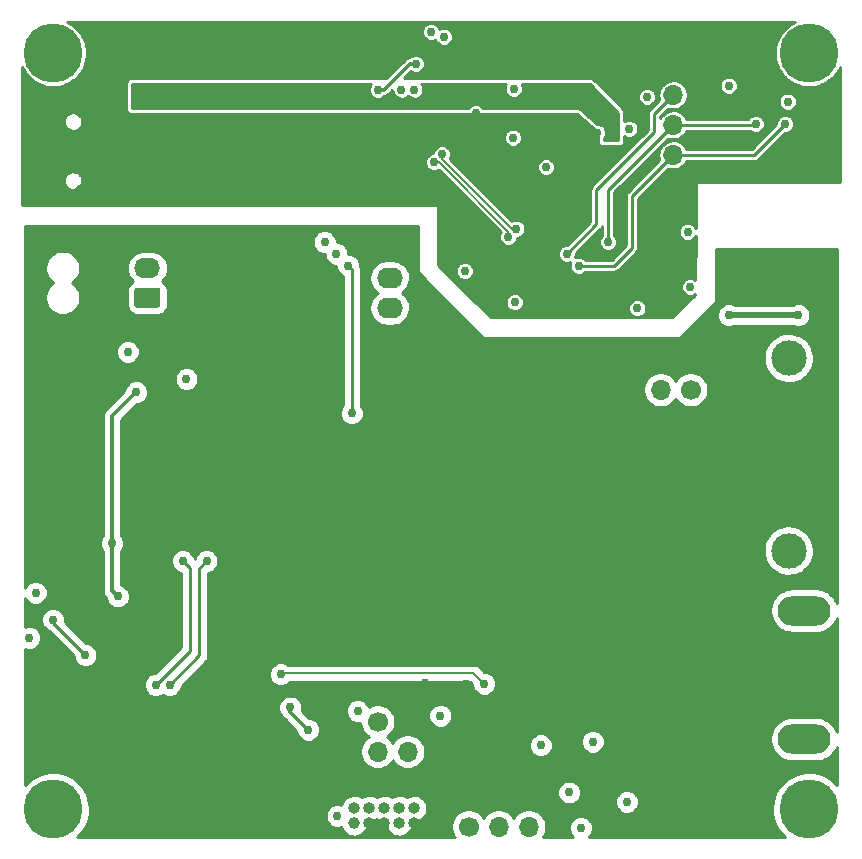
<source format=gbr>
%TF.GenerationSoftware,KiCad,Pcbnew,5.99.0-unknown-6252493~100~ubuntu18.04.1*%
%TF.CreationDate,2020-02-26T18:10:23+08:00*%
%TF.ProjectId,blue_interface_board,626c7565-5f69-46e7-9465-72666163655f,rev?*%
%TF.SameCoordinates,Original*%
%TF.FileFunction,Copper,L4,Bot*%
%TF.FilePolarity,Positive*%
%FSLAX46Y46*%
G04 Gerber Fmt 4.6, Leading zero omitted, Abs format (unit mm)*
G04 Created by KiCad (PCBNEW 5.99.0-unknown-6252493~100~ubuntu18.04.1) date 2020-02-26 18:10:23*
%MOMM*%
%LPD*%
G01*
G04 APERTURE LIST*
%ADD10C,0.762000*%
%ADD11O,1.700000X1.700000*%
%ADD12C,1.700000*%
%ADD13O,2.200000X1.700000*%
%ADD14C,5.000000*%
%ADD15O,2.200000X1.740000*%
%ADD16C,3.000000*%
%ADD17C,1.000000*%
%ADD18O,1.000000X1.000000*%
%ADD19O,4.500000X2.500000*%
%ADD20C,1.800000*%
%ADD21C,2.000000*%
%ADD22C,0.304800*%
%ADD23C,0.254000*%
%ADD24C,0.508000*%
%ADD25C,0.177800*%
%ADD26C,0.203200*%
G04 APERTURE END LIST*
D10*
X108330000Y-114935000D03*
X107030000Y-114935000D03*
X105730000Y-114935000D03*
X108330000Y-122735000D03*
X107030000Y-122735000D03*
X105730000Y-122735000D03*
X108330000Y-120135000D03*
X107030000Y-120135000D03*
X105730000Y-120135000D03*
X108330000Y-117535000D03*
X107030000Y-117535000D03*
X105730000Y-117535000D03*
X108330000Y-121435000D03*
X107030000Y-121435000D03*
X105730000Y-121435000D03*
X108330000Y-116235000D03*
X107030000Y-116235000D03*
X105730000Y-116235000D03*
X105730000Y-118835000D03*
X108330000Y-118835000D03*
X107030000Y-118835000D03*
X121500000Y-65100000D03*
X122600000Y-65100000D03*
X92100000Y-113029999D03*
X92100000Y-111929999D03*
D11*
X122040000Y-121140000D03*
X119500000Y-121140000D03*
X122040000Y-118600000D03*
D12*
X119500000Y-118600000D03*
D11*
X134820000Y-127500000D03*
X132280000Y-127500000D03*
X129740000Y-127500000D03*
D12*
X127200000Y-127500000D03*
D13*
X100000000Y-80200000D03*
%TA.AperFunction,ComponentPad*%
G36*
X100945671Y-81869030D02*
G01*
X101026777Y-81923223D01*
X101080970Y-82004329D01*
X101100000Y-82100000D01*
X101100000Y-83300000D01*
X101080970Y-83395671D01*
X101026777Y-83476777D01*
X100945671Y-83530970D01*
X100850000Y-83550000D01*
X99150000Y-83550000D01*
X99054329Y-83530970D01*
X98973223Y-83476777D01*
X98919030Y-83395671D01*
X98900000Y-83300000D01*
X98900000Y-82100000D01*
X98919030Y-82004329D01*
X98973223Y-81923223D01*
X99054329Y-81869030D01*
X99150000Y-81850000D01*
X100850000Y-81850000D01*
X100945671Y-81869030D01*
G37*
%TD.AperFunction*%
D11*
X140920000Y-90500000D03*
X143460000Y-90500000D03*
D12*
X146000000Y-90500000D03*
D11*
X144500000Y-70620000D03*
X144500000Y-68080000D03*
X144500000Y-65540000D03*
D12*
X144500000Y-63000000D03*
D14*
X92000000Y-126000000D03*
X156000000Y-62000000D03*
X156000000Y-126000000D03*
X92000000Y-62000000D03*
D15*
X120500000Y-83580000D03*
X120500000Y-81040000D03*
%TA.AperFunction,ComponentPad*%
G36*
X121445671Y-77649030D02*
G01*
X121526777Y-77703223D01*
X121580970Y-77784329D01*
X121600000Y-77879999D01*
X121600000Y-79120001D01*
X121580970Y-79215671D01*
X121526777Y-79296777D01*
X121445671Y-79350970D01*
X121350001Y-79370000D01*
X119649999Y-79370000D01*
X119554329Y-79350970D01*
X119473223Y-79296777D01*
X119419030Y-79215671D01*
X119400000Y-79120001D01*
X119400000Y-77879999D01*
X119419030Y-77784329D01*
X119473223Y-77703223D01*
X119554329Y-77649030D01*
X119649999Y-77630000D01*
X121350001Y-77630000D01*
X121445671Y-77649030D01*
G37*
%TD.AperFunction*%
D16*
X154290000Y-87820000D03*
X154290000Y-104120000D03*
D17*
X117500000Y-127200000D03*
D18*
X117500000Y-125930000D03*
X118770000Y-127200000D03*
X118770000Y-125930000D03*
X120040000Y-127200000D03*
X120040000Y-125930000D03*
X121310000Y-127200000D03*
X121310000Y-125930000D03*
X122580000Y-127200000D03*
X122580000Y-125930000D03*
D19*
X155600000Y-120100000D03*
X155600000Y-109200000D03*
D20*
X90950000Y-74175000D03*
X90950000Y-66425000D03*
D21*
X94750000Y-74025000D03*
X94750000Y-66575000D03*
D10*
X110500000Y-91750000D03*
X108500000Y-91750000D03*
X117300000Y-92500000D03*
X116900000Y-65000000D03*
X116900000Y-66400000D03*
X122000000Y-67500000D03*
X138000000Y-60100000D03*
X131000000Y-65000000D03*
X125100000Y-60600000D03*
X124000000Y-60200000D03*
X122700000Y-62900000D03*
X119500000Y-65100000D03*
X127800000Y-67100000D03*
X126600000Y-62500000D03*
X121100000Y-60200000D03*
X118900000Y-62200000D03*
X92900000Y-88800000D03*
X99100000Y-65000000D03*
X100400000Y-65000000D03*
X128500000Y-115400000D03*
X135700000Y-124600000D03*
X138600000Y-126600000D03*
X140600000Y-125400000D03*
X137700000Y-122600000D03*
X93500000Y-118000000D03*
X93000000Y-107729999D03*
X90000000Y-111500000D03*
X93000000Y-106500000D03*
X97500000Y-108000000D03*
X97000000Y-103500000D03*
X90250000Y-117979999D03*
X94750000Y-112979999D03*
X92000000Y-109979999D03*
X90530000Y-107699999D03*
X95030001Y-110000000D03*
X136500000Y-117500000D03*
X127000000Y-115437500D03*
X135000000Y-116500000D03*
X111300000Y-114600000D03*
X116085000Y-126585000D03*
X117000000Y-80000000D03*
X116000000Y-79000000D03*
X115000000Y-78000000D03*
X115300000Y-116400000D03*
X103300000Y-89600000D03*
X108500000Y-86500000D03*
X110500000Y-86500000D03*
X110500000Y-88200000D03*
X108500000Y-88200000D03*
X108500000Y-90000000D03*
X110500000Y-90000000D03*
X113000000Y-82600000D03*
X115100000Y-82600000D03*
X113000000Y-84300000D03*
X147400000Y-97500000D03*
X148600000Y-97500000D03*
X149800000Y-97500000D03*
X151000000Y-97500000D03*
X151000000Y-98500000D03*
X151000000Y-99500000D03*
X140800000Y-68400000D03*
X145950000Y-81800000D03*
X149300000Y-128100000D03*
X130558750Y-77541250D03*
X131241250Y-76858750D03*
X126500000Y-74900000D03*
X128850000Y-81650000D03*
X126850000Y-80450000D03*
X134650000Y-76450000D03*
X146700000Y-122100000D03*
X146700000Y-123600000D03*
X146700000Y-125100000D03*
X146700000Y-126600000D03*
X148000000Y-128100000D03*
X146700000Y-128100000D03*
X102760000Y-120225000D03*
X149200000Y-64750000D03*
X134950000Y-74950000D03*
X144050000Y-72650000D03*
X133750000Y-71650000D03*
X145775000Y-74087500D03*
X145725000Y-77137500D03*
X129668750Y-71068750D03*
X155117500Y-84190000D03*
X149217500Y-84190000D03*
X130950000Y-69150000D03*
X133650000Y-69450000D03*
X139350000Y-68750000D03*
X131087500Y-83100000D03*
X131887500Y-83800000D03*
X137587500Y-83600000D03*
X141487500Y-83600000D03*
X138087500Y-68750000D03*
X156700000Y-84100000D03*
X113400000Y-120800000D03*
X112100000Y-117400000D03*
X113600000Y-119300000D03*
X124941250Y-70558750D03*
X124258750Y-71241250D03*
X96600000Y-71900000D03*
X100400000Y-67800000D03*
X98500000Y-70000000D03*
X154200000Y-66100000D03*
X158100000Y-66100000D03*
X146400000Y-66100000D03*
X147662500Y-84162500D03*
X136500000Y-80000000D03*
X135500000Y-79000000D03*
X139750000Y-75500000D03*
X100400000Y-66300000D03*
X142300000Y-65700000D03*
X151250000Y-82500000D03*
X141900000Y-68400000D03*
X139000000Y-78000000D03*
X151500000Y-68000000D03*
X154000000Y-68000000D03*
X98000000Y-94000000D03*
X99500000Y-94000000D03*
X98343750Y-87300000D03*
X99043750Y-90700000D03*
X100700000Y-115500000D03*
X101900000Y-115500000D03*
X103000000Y-105000000D03*
X105000000Y-105000000D03*
X101500000Y-94000000D03*
X101500000Y-96000000D03*
X110500000Y-82600000D03*
X110500000Y-84300000D03*
X100100000Y-112700000D03*
X114500000Y-122500000D03*
X136700000Y-127600000D03*
X137700000Y-120300000D03*
X133300000Y-120600000D03*
X124800000Y-118100000D03*
X117800000Y-117700000D03*
X123500000Y-115300000D03*
X101900000Y-88100000D03*
X105700000Y-91300000D03*
D22*
X120000000Y-65100000D02*
X122200000Y-62900000D01*
X119500000Y-65100000D02*
X120000000Y-65100000D01*
X122200000Y-62900000D02*
X122700000Y-62900000D01*
D23*
X117000000Y-80000000D02*
X117300000Y-80300000D01*
X117300000Y-80300000D02*
X117300000Y-92500000D01*
D24*
X101600000Y-66300000D02*
X100400000Y-66300000D01*
D22*
X99043750Y-90700000D02*
X97000000Y-92743750D01*
X97000000Y-92743750D02*
X97000000Y-103500000D01*
X97000000Y-107500000D02*
X97500000Y-108000000D01*
X97000000Y-103500000D02*
X97000000Y-107500000D01*
D23*
X92000000Y-109979999D02*
X92000000Y-110229999D01*
X92000000Y-110229999D02*
X94750000Y-112979999D01*
D22*
X112100000Y-117400000D02*
X112100000Y-117800000D01*
X112100000Y-117800000D02*
X113600000Y-119300000D01*
D25*
X124941250Y-70971842D02*
X124941250Y-70558750D01*
X130828158Y-76858750D02*
X124941250Y-70971842D01*
X130558750Y-77128158D02*
X124671842Y-71241250D01*
X130558750Y-77541250D02*
X130558750Y-77128158D01*
X124671842Y-71241250D02*
X124258750Y-71241250D01*
X131241250Y-76858750D02*
X130828158Y-76858750D01*
D24*
X155117500Y-84190000D02*
X149217500Y-84190000D01*
D23*
X138000000Y-73600000D02*
X142900000Y-68700000D01*
X142900000Y-67140000D02*
X144500000Y-65540000D01*
X142900000Y-68700000D02*
X142900000Y-67140000D01*
X135500000Y-79000000D02*
X138000000Y-76500000D01*
X138000000Y-76500000D02*
X138000000Y-73600000D01*
X139000000Y-73580000D02*
X139000000Y-78000000D01*
X144500000Y-68080000D02*
X139000000Y-73580000D01*
X136500000Y-80000000D02*
X139500000Y-80000000D01*
X139500000Y-80000000D02*
X141000000Y-78500000D01*
X141000000Y-74120000D02*
X144500000Y-70620000D01*
X141000000Y-78500000D02*
X141000000Y-74120000D01*
X144500000Y-68080000D02*
X151420000Y-68080000D01*
X151420000Y-68080000D02*
X151500000Y-68000000D01*
X144500000Y-70620000D02*
X151380000Y-70620000D01*
X151380000Y-70620000D02*
X154000000Y-68000000D01*
D22*
X99043750Y-90700000D02*
X99000000Y-90700000D01*
D23*
X104400000Y-105600000D02*
X105000000Y-105000000D01*
X101900000Y-115500000D02*
X104400000Y-113000000D01*
X104400000Y-113000000D02*
X104400000Y-105600000D01*
X103600000Y-105600000D02*
X103000000Y-105000000D01*
X100700000Y-115500000D02*
X103600000Y-112600000D01*
X103600000Y-112600000D02*
X103600000Y-105600000D01*
D26*
X127600000Y-114500000D02*
X128500000Y-115400000D01*
X111300000Y-114600000D02*
X111400000Y-114500000D01*
X111400000Y-114500000D02*
X127600000Y-114500000D01*
G36*
X122874000Y-80525063D02*
G01*
X122893182Y-80571373D01*
X128428627Y-86106818D01*
X128474937Y-86126000D01*
X145025063Y-86126000D01*
X145071373Y-86106818D01*
X147112698Y-84065493D01*
X148208500Y-84065493D01*
X148208500Y-84314507D01*
X148210656Y-84330883D01*
X148275106Y-84571413D01*
X148281427Y-84586673D01*
X148405934Y-84802326D01*
X148415989Y-84815430D01*
X148592070Y-84991511D01*
X148605174Y-85001566D01*
X148820827Y-85126073D01*
X148836087Y-85132394D01*
X149076617Y-85196844D01*
X149092993Y-85199000D01*
X149342007Y-85199000D01*
X149358383Y-85196844D01*
X149598913Y-85132394D01*
X149614173Y-85126073D01*
X149707830Y-85072000D01*
X154627170Y-85072000D01*
X154720827Y-85126073D01*
X154736087Y-85132394D01*
X154976617Y-85196844D01*
X154992993Y-85199000D01*
X155242007Y-85199000D01*
X155258383Y-85196844D01*
X155498913Y-85132394D01*
X155514173Y-85126073D01*
X155729826Y-85001566D01*
X155742930Y-84991511D01*
X155919011Y-84815430D01*
X155929066Y-84802326D01*
X156053573Y-84586673D01*
X156059894Y-84571413D01*
X156124344Y-84330883D01*
X156126500Y-84314507D01*
X156126500Y-84065493D01*
X156124344Y-84049117D01*
X156059894Y-83808587D01*
X156053573Y-83793327D01*
X155929066Y-83577674D01*
X155919011Y-83564570D01*
X155742930Y-83388489D01*
X155729826Y-83378434D01*
X155514173Y-83253927D01*
X155498913Y-83247606D01*
X155258383Y-83183156D01*
X155242007Y-83181000D01*
X154992993Y-83181000D01*
X154976617Y-83183156D01*
X154736087Y-83247606D01*
X154720827Y-83253927D01*
X154627170Y-83308000D01*
X149707830Y-83308000D01*
X149614173Y-83253927D01*
X149598913Y-83247606D01*
X149358383Y-83183156D01*
X149342007Y-83181000D01*
X149092993Y-83181000D01*
X149076617Y-83183156D01*
X148836087Y-83247606D01*
X148820827Y-83253927D01*
X148605174Y-83378434D01*
X148592070Y-83388489D01*
X148415989Y-83564570D01*
X148405934Y-83577674D01*
X148281427Y-83793327D01*
X148275106Y-83808587D01*
X148210656Y-84049117D01*
X148208500Y-84065493D01*
X147112698Y-84065493D01*
X148106818Y-83071373D01*
X148126000Y-83025063D01*
X148126000Y-78626000D01*
X158374001Y-78626000D01*
X158374000Y-108581934D01*
X158363431Y-108545672D01*
X158360156Y-108536914D01*
X158247345Y-108292207D01*
X158242811Y-108284029D01*
X158095070Y-108058685D01*
X158089377Y-108051267D01*
X157909951Y-107850237D01*
X157903225Y-107843742D01*
X157696055Y-107671439D01*
X157688442Y-107666010D01*
X157458080Y-107526222D01*
X157449748Y-107521977D01*
X157201254Y-107417775D01*
X157192387Y-107414808D01*
X156930820Y-107348378D01*
X156920786Y-107346677D01*
X156664330Y-107324240D01*
X156658836Y-107324000D01*
X154531631Y-107324000D01*
X154526961Y-107324173D01*
X154326608Y-107339062D01*
X154317360Y-107340444D01*
X154054547Y-107399913D01*
X154045605Y-107402647D01*
X153794468Y-107500309D01*
X153786029Y-107504334D01*
X153552086Y-107638043D01*
X153544334Y-107643272D01*
X153332724Y-107810092D01*
X153325831Y-107816409D01*
X153141203Y-108012673D01*
X153135318Y-108019940D01*
X152981729Y-108241339D01*
X152976983Y-108249396D01*
X152857805Y-108491065D01*
X152854303Y-108499734D01*
X152772154Y-108756365D01*
X152769971Y-108765457D01*
X152726658Y-109031411D01*
X152725843Y-109040726D01*
X152722316Y-109310161D01*
X152722886Y-109319494D01*
X152759223Y-109586490D01*
X152761167Y-109595636D01*
X152836569Y-109854328D01*
X152839844Y-109863086D01*
X152952655Y-110107793D01*
X152957189Y-110115971D01*
X153104930Y-110341315D01*
X153110623Y-110348733D01*
X153290049Y-110549763D01*
X153296775Y-110556258D01*
X153503945Y-110728561D01*
X153511558Y-110733990D01*
X153741920Y-110873778D01*
X153750252Y-110878023D01*
X153998746Y-110982225D01*
X154007613Y-110985192D01*
X154269180Y-111051622D01*
X154279214Y-111053323D01*
X154535670Y-111075760D01*
X154541164Y-111076000D01*
X156668369Y-111076000D01*
X156673039Y-111075827D01*
X156873392Y-111060938D01*
X156882640Y-111059556D01*
X157145453Y-111000087D01*
X157154395Y-110997353D01*
X157405532Y-110899691D01*
X157413971Y-110895666D01*
X157647914Y-110761957D01*
X157655666Y-110756728D01*
X157867276Y-110589908D01*
X157874169Y-110583591D01*
X158058797Y-110387327D01*
X158064682Y-110380060D01*
X158218271Y-110158661D01*
X158223017Y-110150604D01*
X158342195Y-109908935D01*
X158345697Y-109900266D01*
X158374000Y-109811847D01*
X158374000Y-119481933D01*
X158363431Y-119445672D01*
X158360156Y-119436914D01*
X158247345Y-119192207D01*
X158242811Y-119184029D01*
X158095070Y-118958685D01*
X158089377Y-118951267D01*
X157909951Y-118750237D01*
X157903225Y-118743742D01*
X157696055Y-118571439D01*
X157688442Y-118566010D01*
X157458080Y-118426222D01*
X157449748Y-118421977D01*
X157201254Y-118317775D01*
X157192387Y-118314808D01*
X156930820Y-118248378D01*
X156920786Y-118246677D01*
X156664330Y-118224240D01*
X156658836Y-118224000D01*
X154531631Y-118224000D01*
X154526961Y-118224173D01*
X154326608Y-118239062D01*
X154317360Y-118240444D01*
X154054547Y-118299913D01*
X154045605Y-118302647D01*
X153794468Y-118400309D01*
X153786029Y-118404334D01*
X153552086Y-118538043D01*
X153544334Y-118543272D01*
X153332724Y-118710092D01*
X153325831Y-118716409D01*
X153141203Y-118912673D01*
X153135318Y-118919940D01*
X152981729Y-119141339D01*
X152976983Y-119149396D01*
X152857805Y-119391065D01*
X152854303Y-119399734D01*
X152772154Y-119656365D01*
X152769971Y-119665457D01*
X152726658Y-119931411D01*
X152725843Y-119940726D01*
X152722316Y-120210161D01*
X152722886Y-120219494D01*
X152759223Y-120486490D01*
X152761167Y-120495636D01*
X152836569Y-120754328D01*
X152839844Y-120763086D01*
X152952655Y-121007793D01*
X152957189Y-121015971D01*
X153104930Y-121241315D01*
X153110623Y-121248733D01*
X153290049Y-121449763D01*
X153296775Y-121456258D01*
X153503945Y-121628561D01*
X153511558Y-121633990D01*
X153741920Y-121773778D01*
X153750252Y-121778023D01*
X153998746Y-121882225D01*
X154007613Y-121885192D01*
X154269180Y-121951622D01*
X154279214Y-121953323D01*
X154535670Y-121975760D01*
X154541164Y-121976000D01*
X156668369Y-121976000D01*
X156673039Y-121975827D01*
X156873392Y-121960938D01*
X156882640Y-121959556D01*
X157145453Y-121900087D01*
X157154395Y-121897353D01*
X157405532Y-121799691D01*
X157413971Y-121795666D01*
X157647914Y-121661957D01*
X157655666Y-121656728D01*
X157867276Y-121489908D01*
X157874169Y-121483591D01*
X158058797Y-121287327D01*
X158064682Y-121280060D01*
X158218271Y-121058661D01*
X158223017Y-121050604D01*
X158342195Y-120808935D01*
X158345697Y-120800266D01*
X158374000Y-120711848D01*
X158374000Y-123965401D01*
X158296124Y-123871265D01*
X158291183Y-123865947D01*
X158036236Y-123621462D01*
X158030717Y-123616748D01*
X157749359Y-123403186D01*
X157743334Y-123399137D01*
X157439295Y-123219330D01*
X157432845Y-123216001D01*
X157110155Y-123072329D01*
X157103365Y-123069763D01*
X156766300Y-122964133D01*
X156759259Y-122962365D01*
X156412287Y-122896177D01*
X156405090Y-122895229D01*
X156052810Y-122869360D01*
X156045552Y-122869246D01*
X155692633Y-122884036D01*
X155685410Y-122884757D01*
X155336530Y-122940015D01*
X155329438Y-122941561D01*
X154989221Y-123036552D01*
X154982354Y-123038903D01*
X154655310Y-123172367D01*
X154648758Y-123175492D01*
X154339221Y-123345661D01*
X154333072Y-123349518D01*
X154045145Y-123554137D01*
X154039480Y-123558676D01*
X153776980Y-123795032D01*
X153771874Y-123800192D01*
X153538280Y-124065152D01*
X153533801Y-124070865D01*
X153332209Y-124360919D01*
X153328416Y-124367108D01*
X153161498Y-124678409D01*
X153158441Y-124684994D01*
X153028409Y-125013417D01*
X153026130Y-125020309D01*
X152934707Y-125361502D01*
X152933235Y-125368610D01*
X152881634Y-125718049D01*
X152880989Y-125725280D01*
X152869894Y-126078334D01*
X152870084Y-126085591D01*
X152899642Y-126437580D01*
X152900664Y-126444767D01*
X152970482Y-126791027D01*
X152972324Y-126798048D01*
X153081479Y-127133988D01*
X153084115Y-127140751D01*
X153231157Y-127461919D01*
X153234554Y-127468335D01*
X153417536Y-127770474D01*
X153421648Y-127776456D01*
X153638144Y-128055562D01*
X153642916Y-128061032D01*
X153890057Y-128313405D01*
X153895426Y-128318290D01*
X153964222Y-128374000D01*
X137352941Y-128374000D01*
X137501511Y-128225430D01*
X137511566Y-128212326D01*
X137636073Y-127996673D01*
X137642394Y-127981413D01*
X137706844Y-127740883D01*
X137709000Y-127724507D01*
X137709000Y-127475493D01*
X137706844Y-127459117D01*
X137642394Y-127218587D01*
X137636073Y-127203327D01*
X137511566Y-126987674D01*
X137501511Y-126974570D01*
X137325430Y-126798489D01*
X137312326Y-126788434D01*
X137096673Y-126663927D01*
X137081413Y-126657606D01*
X136840883Y-126593156D01*
X136824507Y-126591000D01*
X136575493Y-126591000D01*
X136559117Y-126593156D01*
X136318587Y-126657606D01*
X136303327Y-126663927D01*
X136087674Y-126788434D01*
X136074570Y-126798489D01*
X135898489Y-126974570D01*
X135888434Y-126987674D01*
X135763927Y-127203327D01*
X135757606Y-127218587D01*
X135693156Y-127459117D01*
X135691000Y-127475493D01*
X135691000Y-127724507D01*
X135693156Y-127740883D01*
X135757606Y-127981413D01*
X135763927Y-127996673D01*
X135888434Y-128212326D01*
X135898489Y-128225430D01*
X136047059Y-128374000D01*
X133473408Y-128374000D01*
X133490137Y-128354063D01*
X133496448Y-128345050D01*
X133620058Y-128130950D01*
X133624708Y-128120978D01*
X133709263Y-127888665D01*
X133712110Y-127878037D01*
X133755040Y-127634572D01*
X133755999Y-127623611D01*
X133755999Y-127376389D01*
X133755040Y-127365428D01*
X133712110Y-127121963D01*
X133709263Y-127111335D01*
X133624708Y-126879022D01*
X133620058Y-126869050D01*
X133496448Y-126654950D01*
X133490137Y-126645937D01*
X133331225Y-126456554D01*
X133323446Y-126448775D01*
X133134063Y-126289863D01*
X133125050Y-126283552D01*
X132910950Y-126159942D01*
X132900978Y-126155292D01*
X132668665Y-126070737D01*
X132658037Y-126067890D01*
X132414572Y-126024960D01*
X132403611Y-126024001D01*
X132156389Y-126024001D01*
X132145428Y-126024960D01*
X131901963Y-126067890D01*
X131891335Y-126070737D01*
X131659022Y-126155292D01*
X131649050Y-126159942D01*
X131434950Y-126283552D01*
X131425937Y-126289863D01*
X131236554Y-126448775D01*
X131228775Y-126456554D01*
X131069863Y-126645937D01*
X131063552Y-126654950D01*
X131010000Y-126747705D01*
X130956448Y-126654950D01*
X130950137Y-126645937D01*
X130791225Y-126456554D01*
X130783446Y-126448775D01*
X130594063Y-126289863D01*
X130585050Y-126283552D01*
X130370950Y-126159942D01*
X130360978Y-126155292D01*
X130128665Y-126070737D01*
X130118037Y-126067890D01*
X129874572Y-126024960D01*
X129863611Y-126024001D01*
X129616389Y-126024001D01*
X129605428Y-126024960D01*
X129361963Y-126067890D01*
X129351335Y-126070737D01*
X129119022Y-126155292D01*
X129109050Y-126159942D01*
X128894950Y-126283552D01*
X128885937Y-126289863D01*
X128696554Y-126448775D01*
X128688775Y-126456554D01*
X128529863Y-126645937D01*
X128523552Y-126654950D01*
X128470000Y-126747705D01*
X128416448Y-126654950D01*
X128410137Y-126645937D01*
X128251225Y-126456554D01*
X128243446Y-126448775D01*
X128054063Y-126289863D01*
X128045050Y-126283552D01*
X127830950Y-126159942D01*
X127820978Y-126155292D01*
X127588665Y-126070737D01*
X127578037Y-126067890D01*
X127334572Y-126024960D01*
X127323611Y-126024001D01*
X127076389Y-126024001D01*
X127065428Y-126024960D01*
X126821963Y-126067890D01*
X126811335Y-126070737D01*
X126579022Y-126155292D01*
X126569050Y-126159942D01*
X126354950Y-126283552D01*
X126345937Y-126289863D01*
X126156554Y-126448775D01*
X126148775Y-126456554D01*
X125989863Y-126645937D01*
X125983552Y-126654950D01*
X125859942Y-126869050D01*
X125855292Y-126879022D01*
X125770737Y-127111335D01*
X125767890Y-127121963D01*
X125724960Y-127365428D01*
X125724001Y-127376389D01*
X125724001Y-127623611D01*
X125724960Y-127634572D01*
X125767890Y-127878037D01*
X125770737Y-127888665D01*
X125855292Y-128120978D01*
X125859942Y-128130950D01*
X125983552Y-128345050D01*
X125989863Y-128354063D01*
X126006592Y-128374000D01*
X94033982Y-128374000D01*
X94152663Y-128273707D01*
X94157928Y-128268710D01*
X94399731Y-128011217D01*
X94404387Y-128005648D01*
X94614990Y-127722070D01*
X94618975Y-127716003D01*
X94795590Y-127410098D01*
X94798852Y-127403613D01*
X94939136Y-127079436D01*
X94941630Y-127072619D01*
X95043724Y-126734466D01*
X95045419Y-126727408D01*
X95093444Y-126460493D01*
X115076000Y-126460493D01*
X115076000Y-126709507D01*
X115078156Y-126725883D01*
X115142606Y-126966413D01*
X115148927Y-126981673D01*
X115273434Y-127197326D01*
X115283489Y-127210430D01*
X115459570Y-127386511D01*
X115472674Y-127396566D01*
X115688327Y-127521073D01*
X115703587Y-127527394D01*
X115944117Y-127591844D01*
X115960493Y-127594000D01*
X116209507Y-127594000D01*
X116225883Y-127591844D01*
X116425973Y-127538230D01*
X116456270Y-127636103D01*
X116461258Y-127647854D01*
X116565279Y-127837066D01*
X116572528Y-127847574D01*
X116712470Y-128012006D01*
X116721684Y-128020842D01*
X116891832Y-128153776D01*
X116902635Y-128160579D01*
X117096037Y-128256585D01*
X117107987Y-128261076D01*
X117316744Y-128316232D01*
X117329353Y-128318229D01*
X117544937Y-128330282D01*
X117557689Y-128329703D01*
X117771293Y-128298161D01*
X117783668Y-128295029D01*
X117986568Y-128221180D01*
X117998062Y-128215624D01*
X118181967Y-128102484D01*
X118192108Y-128094730D01*
X118349508Y-127946923D01*
X118357883Y-127937288D01*
X118482347Y-127760850D01*
X118488613Y-127749728D01*
X118575057Y-127551867D01*
X118578960Y-127539712D01*
X118623875Y-127328401D01*
X118625255Y-127315489D01*
X118626033Y-127092370D01*
X118624743Y-127079448D01*
X118618555Y-127049303D01*
X118814937Y-127060282D01*
X118827689Y-127059703D01*
X119041293Y-127028161D01*
X119053668Y-127025029D01*
X119256568Y-126951180D01*
X119268062Y-126945624D01*
X119403973Y-126862010D01*
X119431832Y-126883776D01*
X119442635Y-126890579D01*
X119636037Y-126986585D01*
X119647987Y-126991076D01*
X119856744Y-127046232D01*
X119869353Y-127048229D01*
X120084937Y-127060282D01*
X120097689Y-127059703D01*
X120194027Y-127045477D01*
X120178872Y-127189668D01*
X120178827Y-127202434D01*
X120199898Y-127417325D01*
X120202421Y-127429839D01*
X120266270Y-127636103D01*
X120271258Y-127647854D01*
X120375279Y-127837066D01*
X120382528Y-127847574D01*
X120522470Y-128012006D01*
X120531684Y-128020842D01*
X120701832Y-128153776D01*
X120712635Y-128160579D01*
X120906037Y-128256585D01*
X120917987Y-128261076D01*
X121126744Y-128316232D01*
X121139353Y-128318229D01*
X121354937Y-128330282D01*
X121367689Y-128329703D01*
X121581293Y-128298161D01*
X121593668Y-128295029D01*
X121796568Y-128221180D01*
X121808062Y-128215624D01*
X121991967Y-128102484D01*
X122002108Y-128094730D01*
X122159508Y-127946923D01*
X122167883Y-127937288D01*
X122292347Y-127760850D01*
X122298613Y-127749728D01*
X122385057Y-127551867D01*
X122388960Y-127539712D01*
X122433875Y-127328401D01*
X122435255Y-127315489D01*
X122436033Y-127092370D01*
X122434743Y-127079448D01*
X122428555Y-127049303D01*
X122624937Y-127060282D01*
X122637689Y-127059703D01*
X122851293Y-127028161D01*
X122863668Y-127025029D01*
X123066568Y-126951180D01*
X123078062Y-126945624D01*
X123261967Y-126832484D01*
X123272108Y-126824730D01*
X123429508Y-126676923D01*
X123437883Y-126667288D01*
X123562347Y-126490850D01*
X123568613Y-126479728D01*
X123655057Y-126281867D01*
X123658960Y-126269712D01*
X123703875Y-126058401D01*
X123705255Y-126045489D01*
X123706033Y-125822370D01*
X123704743Y-125809448D01*
X123661304Y-125597829D01*
X123657487Y-125585647D01*
X123572427Y-125387187D01*
X123566238Y-125376021D01*
X123443009Y-125198719D01*
X123434701Y-125189026D01*
X123278338Y-125040123D01*
X123268251Y-125032298D01*
X123085140Y-124917878D01*
X123073686Y-124912241D01*
X122871306Y-124836977D01*
X122858953Y-124833760D01*
X122645574Y-124800728D01*
X122632826Y-124800060D01*
X122417164Y-124810607D01*
X122404542Y-124812516D01*
X122195404Y-124866213D01*
X122183423Y-124870621D01*
X121989355Y-124965274D01*
X121978506Y-124972001D01*
X121944126Y-124998477D01*
X121815140Y-124917878D01*
X121803686Y-124912241D01*
X121601306Y-124836977D01*
X121588953Y-124833760D01*
X121375574Y-124800728D01*
X121362826Y-124800060D01*
X121147164Y-124810607D01*
X121134542Y-124812516D01*
X120925404Y-124866213D01*
X120913423Y-124870621D01*
X120719355Y-124965274D01*
X120708506Y-124972001D01*
X120674126Y-124998477D01*
X120545140Y-124917878D01*
X120533686Y-124912241D01*
X120331306Y-124836977D01*
X120318953Y-124833760D01*
X120105574Y-124800728D01*
X120092826Y-124800060D01*
X119877164Y-124810607D01*
X119864542Y-124812516D01*
X119655404Y-124866213D01*
X119643423Y-124870621D01*
X119449355Y-124965274D01*
X119438506Y-124972001D01*
X119404126Y-124998477D01*
X119275140Y-124917878D01*
X119263686Y-124912241D01*
X119061306Y-124836977D01*
X119048953Y-124833760D01*
X118835574Y-124800728D01*
X118822826Y-124800060D01*
X118607164Y-124810607D01*
X118594542Y-124812516D01*
X118385404Y-124866213D01*
X118373423Y-124870621D01*
X118179355Y-124965274D01*
X118168506Y-124972001D01*
X118134126Y-124998477D01*
X118005140Y-124917878D01*
X117993686Y-124912241D01*
X117791306Y-124836977D01*
X117778953Y-124833760D01*
X117565574Y-124800728D01*
X117552826Y-124800060D01*
X117337164Y-124810607D01*
X117324542Y-124812516D01*
X117115404Y-124866213D01*
X117103423Y-124870621D01*
X116909355Y-124965274D01*
X116898506Y-124972001D01*
X116727434Y-125103744D01*
X116718158Y-125112515D01*
X116577072Y-125275967D01*
X116569750Y-125286424D01*
X116464411Y-125474905D01*
X116459341Y-125486621D01*
X116414290Y-125628640D01*
X116225883Y-125578156D01*
X116209507Y-125576000D01*
X115960493Y-125576000D01*
X115944117Y-125578156D01*
X115703587Y-125642606D01*
X115688327Y-125648927D01*
X115472674Y-125773434D01*
X115459570Y-125783489D01*
X115283489Y-125959570D01*
X115273434Y-125972674D01*
X115148927Y-126188327D01*
X115142606Y-126203587D01*
X115078156Y-126444117D01*
X115076000Y-126460493D01*
X95093444Y-126460493D01*
X95108146Y-126378787D01*
X95109112Y-126369597D01*
X95126184Y-125826355D01*
X95125797Y-125817122D01*
X95085084Y-125465251D01*
X95083836Y-125458101D01*
X95003176Y-125114204D01*
X95001114Y-125107244D01*
X94881463Y-124774898D01*
X94878615Y-124768221D01*
X94733304Y-124475493D01*
X134691000Y-124475493D01*
X134691000Y-124724507D01*
X134693156Y-124740883D01*
X134757606Y-124981413D01*
X134763927Y-124996673D01*
X134888434Y-125212326D01*
X134898489Y-125225430D01*
X135074570Y-125401511D01*
X135087674Y-125411566D01*
X135303327Y-125536073D01*
X135318587Y-125542394D01*
X135559117Y-125606844D01*
X135575493Y-125609000D01*
X135824507Y-125609000D01*
X135840883Y-125606844D01*
X136081413Y-125542394D01*
X136096673Y-125536073D01*
X136312326Y-125411566D01*
X136325430Y-125401511D01*
X136451448Y-125275493D01*
X139591000Y-125275493D01*
X139591000Y-125524507D01*
X139593156Y-125540883D01*
X139657606Y-125781413D01*
X139663927Y-125796673D01*
X139788434Y-126012326D01*
X139798489Y-126025430D01*
X139974570Y-126201511D01*
X139987674Y-126211566D01*
X140203327Y-126336073D01*
X140218587Y-126342394D01*
X140459117Y-126406844D01*
X140475493Y-126409000D01*
X140724507Y-126409000D01*
X140740883Y-126406844D01*
X140981413Y-126342394D01*
X140996673Y-126336073D01*
X141212326Y-126211566D01*
X141225430Y-126201511D01*
X141401511Y-126025430D01*
X141411566Y-126012326D01*
X141536073Y-125796673D01*
X141542394Y-125781413D01*
X141606844Y-125540883D01*
X141609000Y-125524507D01*
X141609000Y-125275493D01*
X141606844Y-125259117D01*
X141542394Y-125018587D01*
X141536073Y-125003327D01*
X141411566Y-124787674D01*
X141401511Y-124774570D01*
X141225430Y-124598489D01*
X141212326Y-124588434D01*
X140996673Y-124463927D01*
X140981413Y-124457606D01*
X140740883Y-124393156D01*
X140724507Y-124391000D01*
X140475493Y-124391000D01*
X140459117Y-124393156D01*
X140218587Y-124457606D01*
X140203327Y-124463927D01*
X139987674Y-124588434D01*
X139974570Y-124598489D01*
X139798489Y-124774570D01*
X139788434Y-124787674D01*
X139663927Y-125003327D01*
X139657606Y-125018587D01*
X139593156Y-125259117D01*
X139591000Y-125275493D01*
X136451448Y-125275493D01*
X136501511Y-125225430D01*
X136511566Y-125212326D01*
X136636073Y-124996673D01*
X136642394Y-124981413D01*
X136706844Y-124740883D01*
X136709000Y-124724507D01*
X136709000Y-124475493D01*
X136706844Y-124459117D01*
X136642394Y-124218587D01*
X136636073Y-124203327D01*
X136511566Y-123987674D01*
X136501511Y-123974570D01*
X136325430Y-123798489D01*
X136312326Y-123788434D01*
X136096673Y-123663927D01*
X136081413Y-123657606D01*
X135840883Y-123593156D01*
X135824507Y-123591000D01*
X135575493Y-123591000D01*
X135559117Y-123593156D01*
X135318587Y-123657606D01*
X135303327Y-123663927D01*
X135087674Y-123788434D01*
X135074570Y-123798489D01*
X134898489Y-123974570D01*
X134888434Y-123987674D01*
X134763927Y-124203327D01*
X134757606Y-124218587D01*
X134693156Y-124459117D01*
X134691000Y-124475493D01*
X94733304Y-124475493D01*
X94721557Y-124451830D01*
X94717960Y-124445524D01*
X94525578Y-124149282D01*
X94521280Y-124143432D01*
X94296124Y-123871265D01*
X94291183Y-123865947D01*
X94036236Y-123621462D01*
X94030717Y-123616748D01*
X93749359Y-123403186D01*
X93743334Y-123399137D01*
X93439295Y-123219330D01*
X93432845Y-123216001D01*
X93110155Y-123072329D01*
X93103365Y-123069763D01*
X92766300Y-122964133D01*
X92759259Y-122962365D01*
X92412287Y-122896177D01*
X92405090Y-122895229D01*
X92052810Y-122869360D01*
X92045552Y-122869246D01*
X91692633Y-122884036D01*
X91685410Y-122884757D01*
X91336530Y-122940015D01*
X91329438Y-122941561D01*
X90989221Y-123036552D01*
X90982354Y-123038903D01*
X90655310Y-123172367D01*
X90648758Y-123175492D01*
X90339221Y-123345661D01*
X90333072Y-123349518D01*
X90045145Y-123554137D01*
X90039480Y-123558676D01*
X89776980Y-123795032D01*
X89771874Y-123800192D01*
X89626000Y-123965653D01*
X89626000Y-117275493D01*
X111091000Y-117275493D01*
X111091000Y-117524507D01*
X111093156Y-117540883D01*
X111157606Y-117781413D01*
X111163927Y-117796673D01*
X111288434Y-118012326D01*
X111298489Y-118025430D01*
X111381654Y-118108594D01*
X111400858Y-118161790D01*
X111409518Y-118177957D01*
X111422470Y-118195461D01*
X111432044Y-118216519D01*
X111441717Y-118231644D01*
X111495007Y-118293490D01*
X111506928Y-118309600D01*
X111513031Y-118316683D01*
X111527199Y-118330850D01*
X111575798Y-118387251D01*
X111589327Y-118399053D01*
X111606595Y-118410246D01*
X112591000Y-119394651D01*
X112591000Y-119424507D01*
X112593156Y-119440883D01*
X112657606Y-119681413D01*
X112663927Y-119696673D01*
X112788434Y-119912326D01*
X112798489Y-119925430D01*
X112974570Y-120101511D01*
X112987674Y-120111566D01*
X113203327Y-120236073D01*
X113218587Y-120242394D01*
X113459117Y-120306844D01*
X113475493Y-120309000D01*
X113724507Y-120309000D01*
X113740883Y-120306844D01*
X113981413Y-120242394D01*
X113996673Y-120236073D01*
X114212326Y-120111566D01*
X114225430Y-120101511D01*
X114401511Y-119925430D01*
X114411566Y-119912326D01*
X114536073Y-119696673D01*
X114542394Y-119681413D01*
X114606844Y-119440883D01*
X114609000Y-119424507D01*
X114609000Y-119175493D01*
X114606844Y-119159117D01*
X114542394Y-118918587D01*
X114536073Y-118903327D01*
X114411566Y-118687674D01*
X114401511Y-118674570D01*
X114225430Y-118498489D01*
X114212326Y-118488434D01*
X113996673Y-118363927D01*
X113981413Y-118357606D01*
X113740883Y-118293156D01*
X113724507Y-118291000D01*
X113694652Y-118291000D01*
X113072544Y-117668893D01*
X113097570Y-117575493D01*
X116791000Y-117575493D01*
X116791000Y-117824507D01*
X116793156Y-117840883D01*
X116857606Y-118081413D01*
X116863927Y-118096673D01*
X116988434Y-118312326D01*
X116998489Y-118325430D01*
X117174570Y-118501511D01*
X117187674Y-118511566D01*
X117403327Y-118636073D01*
X117418587Y-118642394D01*
X117659117Y-118706844D01*
X117675493Y-118709000D01*
X117924507Y-118709000D01*
X117940883Y-118706844D01*
X118024001Y-118684573D01*
X118024001Y-118723611D01*
X118024960Y-118734572D01*
X118067890Y-118978037D01*
X118070737Y-118988665D01*
X118155292Y-119220978D01*
X118159942Y-119230950D01*
X118283552Y-119445050D01*
X118289863Y-119454063D01*
X118448775Y-119643446D01*
X118456554Y-119651225D01*
X118645937Y-119810137D01*
X118654950Y-119816448D01*
X118747705Y-119870000D01*
X118654950Y-119923552D01*
X118645937Y-119929863D01*
X118456554Y-120088775D01*
X118448775Y-120096554D01*
X118289863Y-120285937D01*
X118283552Y-120294950D01*
X118159942Y-120509050D01*
X118155292Y-120519022D01*
X118070737Y-120751335D01*
X118067890Y-120761963D01*
X118024960Y-121005428D01*
X118024001Y-121016389D01*
X118024001Y-121263611D01*
X118024960Y-121274572D01*
X118067890Y-121518037D01*
X118070737Y-121528665D01*
X118155292Y-121760978D01*
X118159942Y-121770950D01*
X118283552Y-121985050D01*
X118289863Y-121994063D01*
X118448775Y-122183446D01*
X118456554Y-122191225D01*
X118645937Y-122350137D01*
X118654950Y-122356448D01*
X118869050Y-122480058D01*
X118879022Y-122484708D01*
X119111335Y-122569263D01*
X119121963Y-122572110D01*
X119365428Y-122615040D01*
X119376389Y-122615999D01*
X119623611Y-122615999D01*
X119634572Y-122615040D01*
X119878037Y-122572110D01*
X119888665Y-122569263D01*
X120120978Y-122484708D01*
X120130950Y-122480058D01*
X120345050Y-122356448D01*
X120354063Y-122350137D01*
X120543446Y-122191225D01*
X120551225Y-122183446D01*
X120710137Y-121994063D01*
X120716448Y-121985050D01*
X120770000Y-121892295D01*
X120823552Y-121985050D01*
X120829863Y-121994063D01*
X120988775Y-122183446D01*
X120996554Y-122191225D01*
X121185937Y-122350137D01*
X121194950Y-122356448D01*
X121409050Y-122480058D01*
X121419022Y-122484708D01*
X121651335Y-122569263D01*
X121661963Y-122572110D01*
X121905428Y-122615040D01*
X121916389Y-122615999D01*
X122163611Y-122615999D01*
X122174572Y-122615040D01*
X122418037Y-122572110D01*
X122428665Y-122569263D01*
X122660978Y-122484708D01*
X122670950Y-122480058D01*
X122885050Y-122356448D01*
X122894063Y-122350137D01*
X123083446Y-122191225D01*
X123091225Y-122183446D01*
X123250137Y-121994063D01*
X123256448Y-121985050D01*
X123380058Y-121770950D01*
X123384708Y-121760978D01*
X123469263Y-121528665D01*
X123472110Y-121518037D01*
X123515040Y-121274572D01*
X123515999Y-121263611D01*
X123515999Y-121016389D01*
X123515040Y-121005428D01*
X123472110Y-120761963D01*
X123469263Y-120751335D01*
X123384708Y-120519022D01*
X123380058Y-120509050D01*
X123360684Y-120475493D01*
X132291000Y-120475493D01*
X132291000Y-120724507D01*
X132293156Y-120740883D01*
X132357606Y-120981413D01*
X132363927Y-120996673D01*
X132488434Y-121212326D01*
X132498489Y-121225430D01*
X132674570Y-121401511D01*
X132687674Y-121411566D01*
X132903327Y-121536073D01*
X132918587Y-121542394D01*
X133159117Y-121606844D01*
X133175493Y-121609000D01*
X133424507Y-121609000D01*
X133440883Y-121606844D01*
X133681413Y-121542394D01*
X133696673Y-121536073D01*
X133912326Y-121411566D01*
X133925430Y-121401511D01*
X134101511Y-121225430D01*
X134111566Y-121212326D01*
X134236073Y-120996673D01*
X134242394Y-120981413D01*
X134306844Y-120740883D01*
X134309000Y-120724507D01*
X134309000Y-120475493D01*
X134306844Y-120459117D01*
X134242394Y-120218587D01*
X134236073Y-120203327D01*
X134220004Y-120175493D01*
X136691000Y-120175493D01*
X136691000Y-120424507D01*
X136693156Y-120440883D01*
X136757606Y-120681413D01*
X136763927Y-120696673D01*
X136888434Y-120912326D01*
X136898489Y-120925430D01*
X137074570Y-121101511D01*
X137087674Y-121111566D01*
X137303327Y-121236073D01*
X137318587Y-121242394D01*
X137559117Y-121306844D01*
X137575493Y-121309000D01*
X137824507Y-121309000D01*
X137840883Y-121306844D01*
X138081413Y-121242394D01*
X138096673Y-121236073D01*
X138312326Y-121111566D01*
X138325430Y-121101511D01*
X138501511Y-120925430D01*
X138511566Y-120912326D01*
X138636073Y-120696673D01*
X138642394Y-120681413D01*
X138706844Y-120440883D01*
X138709000Y-120424507D01*
X138709000Y-120175493D01*
X138706844Y-120159117D01*
X138642394Y-119918587D01*
X138636073Y-119903327D01*
X138511566Y-119687674D01*
X138501511Y-119674570D01*
X138325430Y-119498489D01*
X138312326Y-119488434D01*
X138096673Y-119363927D01*
X138081413Y-119357606D01*
X137840883Y-119293156D01*
X137824507Y-119291000D01*
X137575493Y-119291000D01*
X137559117Y-119293156D01*
X137318587Y-119357606D01*
X137303327Y-119363927D01*
X137087674Y-119488434D01*
X137074570Y-119498489D01*
X136898489Y-119674570D01*
X136888434Y-119687674D01*
X136763927Y-119903327D01*
X136757606Y-119918587D01*
X136693156Y-120159117D01*
X136691000Y-120175493D01*
X134220004Y-120175493D01*
X134111566Y-119987674D01*
X134101511Y-119974570D01*
X133925430Y-119798489D01*
X133912326Y-119788434D01*
X133696673Y-119663927D01*
X133681413Y-119657606D01*
X133440883Y-119593156D01*
X133424507Y-119591000D01*
X133175493Y-119591000D01*
X133159117Y-119593156D01*
X132918587Y-119657606D01*
X132903327Y-119663927D01*
X132687674Y-119788434D01*
X132674570Y-119798489D01*
X132498489Y-119974570D01*
X132488434Y-119987674D01*
X132363927Y-120203327D01*
X132357606Y-120218587D01*
X132293156Y-120459117D01*
X132291000Y-120475493D01*
X123360684Y-120475493D01*
X123256448Y-120294950D01*
X123250137Y-120285937D01*
X123091225Y-120096554D01*
X123083446Y-120088775D01*
X122894063Y-119929863D01*
X122885050Y-119923552D01*
X122670950Y-119799942D01*
X122660978Y-119795292D01*
X122428665Y-119710737D01*
X122418037Y-119707890D01*
X122174572Y-119664960D01*
X122163611Y-119664001D01*
X121916389Y-119664001D01*
X121905428Y-119664960D01*
X121661963Y-119707890D01*
X121651335Y-119710737D01*
X121419022Y-119795292D01*
X121409050Y-119799942D01*
X121194950Y-119923552D01*
X121185937Y-119929863D01*
X120996554Y-120088775D01*
X120988775Y-120096554D01*
X120829863Y-120285937D01*
X120823552Y-120294950D01*
X120770000Y-120387705D01*
X120716448Y-120294950D01*
X120710137Y-120285937D01*
X120551225Y-120096554D01*
X120543446Y-120088775D01*
X120354063Y-119929863D01*
X120345050Y-119923552D01*
X120252295Y-119870000D01*
X120345050Y-119816448D01*
X120354063Y-119810137D01*
X120543446Y-119651225D01*
X120551225Y-119643446D01*
X120710137Y-119454063D01*
X120716448Y-119445050D01*
X120840058Y-119230950D01*
X120844708Y-119220978D01*
X120929263Y-118988665D01*
X120932110Y-118978037D01*
X120975040Y-118734572D01*
X120975999Y-118723611D01*
X120975999Y-118476389D01*
X120975040Y-118465428D01*
X120932110Y-118221963D01*
X120929263Y-118211335D01*
X120844708Y-117979022D01*
X120843063Y-117975493D01*
X123791000Y-117975493D01*
X123791000Y-118224507D01*
X123793156Y-118240883D01*
X123857606Y-118481413D01*
X123863927Y-118496673D01*
X123988434Y-118712326D01*
X123998489Y-118725430D01*
X124174570Y-118901511D01*
X124187674Y-118911566D01*
X124403327Y-119036073D01*
X124418587Y-119042394D01*
X124659117Y-119106844D01*
X124675493Y-119109000D01*
X124924507Y-119109000D01*
X124940883Y-119106844D01*
X125181413Y-119042394D01*
X125196673Y-119036073D01*
X125412326Y-118911566D01*
X125425430Y-118901511D01*
X125601511Y-118725430D01*
X125611566Y-118712326D01*
X125736073Y-118496673D01*
X125742394Y-118481413D01*
X125806844Y-118240883D01*
X125809000Y-118224507D01*
X125809000Y-117975493D01*
X125806844Y-117959117D01*
X125742394Y-117718587D01*
X125736073Y-117703327D01*
X125611566Y-117487674D01*
X125601511Y-117474570D01*
X125425430Y-117298489D01*
X125412326Y-117288434D01*
X125196673Y-117163927D01*
X125181413Y-117157606D01*
X124940883Y-117093156D01*
X124924507Y-117091000D01*
X124675493Y-117091000D01*
X124659117Y-117093156D01*
X124418587Y-117157606D01*
X124403327Y-117163927D01*
X124187674Y-117288434D01*
X124174570Y-117298489D01*
X123998489Y-117474570D01*
X123988434Y-117487674D01*
X123863927Y-117703327D01*
X123857606Y-117718587D01*
X123793156Y-117959117D01*
X123791000Y-117975493D01*
X120843063Y-117975493D01*
X120840058Y-117969050D01*
X120716448Y-117754950D01*
X120710137Y-117745937D01*
X120551225Y-117556554D01*
X120543446Y-117548775D01*
X120354063Y-117389863D01*
X120345050Y-117383552D01*
X120130950Y-117259942D01*
X120120978Y-117255292D01*
X119888665Y-117170737D01*
X119878037Y-117167890D01*
X119634572Y-117124960D01*
X119623611Y-117124001D01*
X119376389Y-117124001D01*
X119365428Y-117124960D01*
X119121963Y-117167890D01*
X119111335Y-117170737D01*
X118879022Y-117255292D01*
X118869050Y-117259942D01*
X118745754Y-117331126D01*
X118742394Y-117318586D01*
X118736073Y-117303327D01*
X118611566Y-117087674D01*
X118601511Y-117074570D01*
X118425430Y-116898489D01*
X118412326Y-116888434D01*
X118196673Y-116763927D01*
X118181413Y-116757606D01*
X117940883Y-116693156D01*
X117924507Y-116691000D01*
X117675493Y-116691000D01*
X117659117Y-116693156D01*
X117418587Y-116757606D01*
X117403327Y-116763927D01*
X117187674Y-116888434D01*
X117174570Y-116898489D01*
X116998489Y-117074570D01*
X116988434Y-117087674D01*
X116863927Y-117303327D01*
X116857606Y-117318587D01*
X116793156Y-117559117D01*
X116791000Y-117575493D01*
X113097570Y-117575493D01*
X113106844Y-117540883D01*
X113109000Y-117524508D01*
X113109000Y-117275493D01*
X113106844Y-117259117D01*
X113042394Y-117018587D01*
X113036073Y-117003327D01*
X112911566Y-116787674D01*
X112901511Y-116774570D01*
X112725430Y-116598489D01*
X112712326Y-116588434D01*
X112496673Y-116463927D01*
X112481413Y-116457606D01*
X112240883Y-116393156D01*
X112224507Y-116391000D01*
X111975493Y-116391000D01*
X111959117Y-116393156D01*
X111718587Y-116457606D01*
X111703327Y-116463927D01*
X111487674Y-116588434D01*
X111474570Y-116598489D01*
X111298489Y-116774570D01*
X111288434Y-116787674D01*
X111163927Y-117003327D01*
X111157606Y-117018587D01*
X111093156Y-117259117D01*
X111091000Y-117275493D01*
X89626000Y-117275493D01*
X89626000Y-115375493D01*
X99691000Y-115375493D01*
X99691000Y-115624507D01*
X99693156Y-115640883D01*
X99757606Y-115881413D01*
X99763927Y-115896673D01*
X99888434Y-116112326D01*
X99898489Y-116125430D01*
X100074570Y-116301511D01*
X100087674Y-116311566D01*
X100303327Y-116436073D01*
X100318587Y-116442394D01*
X100559117Y-116506844D01*
X100575493Y-116509000D01*
X100824507Y-116509000D01*
X100840883Y-116506844D01*
X101081413Y-116442394D01*
X101096673Y-116436073D01*
X101300000Y-116318682D01*
X101503327Y-116436073D01*
X101518587Y-116442394D01*
X101759117Y-116506844D01*
X101775493Y-116509000D01*
X102024507Y-116509000D01*
X102040883Y-116506844D01*
X102281413Y-116442394D01*
X102296673Y-116436073D01*
X102512326Y-116311566D01*
X102525430Y-116301511D01*
X102701511Y-116125430D01*
X102711566Y-116112326D01*
X102836073Y-115896673D01*
X102842394Y-115881413D01*
X102906844Y-115640883D01*
X102909000Y-115624507D01*
X102909000Y-115558729D01*
X103992237Y-114475493D01*
X110291000Y-114475493D01*
X110291000Y-114724507D01*
X110293156Y-114740883D01*
X110357606Y-114981413D01*
X110363927Y-114996673D01*
X110488434Y-115212326D01*
X110498489Y-115225430D01*
X110674570Y-115401511D01*
X110687674Y-115411566D01*
X110903327Y-115536073D01*
X110918587Y-115542394D01*
X111159117Y-115606844D01*
X111175493Y-115609000D01*
X111424507Y-115609000D01*
X111440883Y-115606844D01*
X111681413Y-115542394D01*
X111696673Y-115536073D01*
X111912326Y-115411566D01*
X111925430Y-115401511D01*
X112097341Y-115229600D01*
X127297792Y-115229600D01*
X127491000Y-115422808D01*
X127491000Y-115524507D01*
X127493156Y-115540883D01*
X127557606Y-115781413D01*
X127563927Y-115796673D01*
X127688434Y-116012326D01*
X127698489Y-116025430D01*
X127874570Y-116201511D01*
X127887674Y-116211566D01*
X128103327Y-116336073D01*
X128118587Y-116342394D01*
X128359117Y-116406844D01*
X128375493Y-116409000D01*
X128624507Y-116409000D01*
X128640883Y-116406844D01*
X128881413Y-116342394D01*
X128896673Y-116336073D01*
X129112326Y-116211566D01*
X129125430Y-116201511D01*
X129301511Y-116025430D01*
X129311566Y-116012326D01*
X129436073Y-115796673D01*
X129442394Y-115781413D01*
X129506844Y-115540883D01*
X129509000Y-115524507D01*
X129509000Y-115275493D01*
X129506844Y-115259117D01*
X129442394Y-115018587D01*
X129436073Y-115003327D01*
X129311566Y-114787674D01*
X129301511Y-114774570D01*
X129125430Y-114598489D01*
X129112326Y-114588434D01*
X128896673Y-114463927D01*
X128881413Y-114457606D01*
X128640883Y-114393156D01*
X128624507Y-114391000D01*
X128522808Y-114391000D01*
X128041292Y-113909483D01*
X128025247Y-113897826D01*
X127982393Y-113875991D01*
X127943483Y-113847721D01*
X127925811Y-113838717D01*
X127880075Y-113823857D01*
X127837214Y-113802018D01*
X127818351Y-113795889D01*
X127770844Y-113788365D01*
X127725106Y-113773504D01*
X127705517Y-113770401D01*
X127652716Y-113770401D01*
X127652704Y-113770400D01*
X111881090Y-113770400D01*
X111696673Y-113663927D01*
X111681413Y-113657606D01*
X111440883Y-113593156D01*
X111424507Y-113591000D01*
X111175493Y-113591000D01*
X111159117Y-113593156D01*
X110918587Y-113657606D01*
X110903327Y-113663927D01*
X110687674Y-113788434D01*
X110674570Y-113798489D01*
X110498489Y-113974570D01*
X110488434Y-113987674D01*
X110363927Y-114203327D01*
X110357606Y-114218587D01*
X110293156Y-114459117D01*
X110291000Y-114475493D01*
X103992237Y-114475493D01*
X104972029Y-113495703D01*
X104972048Y-113495681D01*
X105011321Y-113456409D01*
X105022979Y-113440364D01*
X105045735Y-113395704D01*
X105075193Y-113355158D01*
X105084197Y-113337487D01*
X105099684Y-113289822D01*
X105122440Y-113245161D01*
X105128568Y-113226299D01*
X105136410Y-113176791D01*
X105151896Y-113129129D01*
X105154999Y-113109540D01*
X105154999Y-113054717D01*
X105155000Y-113054705D01*
X105155000Y-106003061D01*
X105381413Y-105942394D01*
X105396673Y-105936073D01*
X105612326Y-105811566D01*
X105625430Y-105801511D01*
X105801511Y-105625430D01*
X105811566Y-105612326D01*
X105936073Y-105396673D01*
X105942394Y-105381413D01*
X106006844Y-105140883D01*
X106009000Y-105124507D01*
X106009000Y-104875493D01*
X106006844Y-104859117D01*
X105942394Y-104618587D01*
X105936073Y-104603327D01*
X105811566Y-104387674D01*
X105801511Y-104374570D01*
X105626156Y-104199215D01*
X152160360Y-104199215D01*
X152160710Y-104208118D01*
X152192768Y-104498494D01*
X152194369Y-104507259D01*
X152267020Y-104790220D01*
X152269840Y-104798672D01*
X152381637Y-105068574D01*
X152385620Y-105076545D01*
X152534331Y-105328002D01*
X152539397Y-105335332D01*
X152722055Y-105563326D01*
X152728103Y-105569869D01*
X152941064Y-105769853D01*
X152947974Y-105775478D01*
X153186988Y-105943460D01*
X153194622Y-105948055D01*
X153454919Y-106080684D01*
X153463124Y-106084159D01*
X153739513Y-106178788D01*
X153748126Y-106181071D01*
X154035091Y-106235813D01*
X154043940Y-106236860D01*
X154335755Y-106250621D01*
X154344662Y-106250411D01*
X154635505Y-106222919D01*
X154644294Y-106221456D01*
X154928362Y-106153258D01*
X154936858Y-106150571D01*
X155208482Y-106043027D01*
X155216514Y-106039170D01*
X155470276Y-105894426D01*
X155477684Y-105889476D01*
X155708520Y-105710422D01*
X155715157Y-105704477D01*
X155918461Y-105494685D01*
X155924195Y-105487864D01*
X156095910Y-105251518D01*
X156100625Y-105243957D01*
X156237325Y-104985775D01*
X156240928Y-104977626D01*
X156339887Y-104702756D01*
X156342306Y-104694181D01*
X156401748Y-104407141D01*
X156403029Y-104396324D01*
X156416210Y-103976899D01*
X156415611Y-103966023D01*
X156374308Y-103675817D01*
X156372433Y-103667106D01*
X156290929Y-103386567D01*
X156287845Y-103378208D01*
X156167625Y-103111951D01*
X156163394Y-103104109D01*
X156006858Y-102857447D01*
X156001564Y-102850280D01*
X155811835Y-102628136D01*
X155805584Y-102621786D01*
X155586448Y-102428591D01*
X155579365Y-102423185D01*
X155335191Y-102262793D01*
X155327417Y-102258440D01*
X155063082Y-102134053D01*
X155054772Y-102130838D01*
X154775547Y-102044937D01*
X154766867Y-102042925D01*
X154478323Y-101997224D01*
X154469446Y-101996456D01*
X154177343Y-101991868D01*
X154168447Y-101992357D01*
X153878611Y-102028972D01*
X153869872Y-102030710D01*
X153588087Y-102107797D01*
X153579680Y-102110750D01*
X153311568Y-102226772D01*
X153303661Y-102230880D01*
X153054571Y-102383522D01*
X153047321Y-102388703D01*
X152822224Y-102574919D01*
X152815777Y-102581069D01*
X152619163Y-102797146D01*
X152613647Y-102804143D01*
X152449440Y-103045765D01*
X152444965Y-103053470D01*
X152316441Y-103315819D01*
X152313096Y-103324078D01*
X152222820Y-103601919D01*
X152220672Y-103610566D01*
X152170444Y-103898356D01*
X152169536Y-103907219D01*
X152160360Y-104199215D01*
X105626156Y-104199215D01*
X105625430Y-104198489D01*
X105612326Y-104188434D01*
X105396673Y-104063927D01*
X105381413Y-104057606D01*
X105140883Y-103993156D01*
X105124507Y-103991000D01*
X104875493Y-103991000D01*
X104859117Y-103993156D01*
X104618587Y-104057606D01*
X104603327Y-104063927D01*
X104387674Y-104188434D01*
X104374570Y-104198489D01*
X104198489Y-104374570D01*
X104188434Y-104387674D01*
X104063927Y-104603327D01*
X104057606Y-104618587D01*
X104000000Y-104833575D01*
X103942394Y-104618587D01*
X103936073Y-104603327D01*
X103811566Y-104387674D01*
X103801511Y-104374570D01*
X103625430Y-104198489D01*
X103612326Y-104188434D01*
X103396673Y-104063927D01*
X103381413Y-104057606D01*
X103140883Y-103993156D01*
X103124507Y-103991000D01*
X102875493Y-103991000D01*
X102859117Y-103993156D01*
X102618587Y-104057606D01*
X102603327Y-104063927D01*
X102387674Y-104188434D01*
X102374570Y-104198489D01*
X102198489Y-104374570D01*
X102188434Y-104387674D01*
X102063927Y-104603327D01*
X102057606Y-104618587D01*
X101993156Y-104859117D01*
X101991000Y-104875493D01*
X101991000Y-105124507D01*
X101993156Y-105140883D01*
X102057606Y-105381413D01*
X102063927Y-105396673D01*
X102188434Y-105612326D01*
X102198489Y-105625430D01*
X102374570Y-105801511D01*
X102387674Y-105811566D01*
X102603327Y-105936073D01*
X102618587Y-105942394D01*
X102845001Y-106003062D01*
X102845000Y-112287270D01*
X100641271Y-114491000D01*
X100575493Y-114491000D01*
X100559117Y-114493156D01*
X100318587Y-114557606D01*
X100303327Y-114563927D01*
X100087674Y-114688434D01*
X100074570Y-114698489D01*
X99898489Y-114874570D01*
X99888434Y-114887674D01*
X99763927Y-115103327D01*
X99757606Y-115118587D01*
X99693156Y-115359117D01*
X99691000Y-115375493D01*
X89626000Y-115375493D01*
X89626000Y-112444380D01*
X89859117Y-112506844D01*
X89875493Y-112509000D01*
X90124507Y-112509000D01*
X90140883Y-112506844D01*
X90381413Y-112442394D01*
X90396673Y-112436073D01*
X90612326Y-112311566D01*
X90625430Y-112301511D01*
X90801511Y-112125430D01*
X90811566Y-112112326D01*
X90936073Y-111896673D01*
X90942394Y-111881413D01*
X91006844Y-111640883D01*
X91009000Y-111624507D01*
X91009000Y-111375493D01*
X91006844Y-111359117D01*
X90942394Y-111118587D01*
X90936073Y-111103327D01*
X90811566Y-110887674D01*
X90801511Y-110874570D01*
X90625430Y-110698489D01*
X90612326Y-110688434D01*
X90396673Y-110563927D01*
X90381413Y-110557606D01*
X90140883Y-110493156D01*
X90124507Y-110491000D01*
X89875493Y-110491000D01*
X89859117Y-110493156D01*
X89626000Y-110555620D01*
X89626000Y-109855492D01*
X90991000Y-109855492D01*
X90991000Y-110104506D01*
X90993156Y-110120882D01*
X91057606Y-110361412D01*
X91063927Y-110376672D01*
X91188434Y-110592325D01*
X91198489Y-110605429D01*
X91374570Y-110781510D01*
X91387674Y-110791565D01*
X91603327Y-110916073D01*
X91618587Y-110922393D01*
X91626890Y-110924618D01*
X93741000Y-113038729D01*
X93741000Y-113104506D01*
X93743156Y-113120882D01*
X93807606Y-113361412D01*
X93813927Y-113376672D01*
X93938434Y-113592325D01*
X93948489Y-113605429D01*
X94124570Y-113781510D01*
X94137674Y-113791565D01*
X94353327Y-113916072D01*
X94368587Y-113922393D01*
X94609117Y-113986843D01*
X94625493Y-113988999D01*
X94874507Y-113988999D01*
X94890883Y-113986843D01*
X95131413Y-113922393D01*
X95146673Y-113916072D01*
X95362326Y-113791565D01*
X95375430Y-113781510D01*
X95551511Y-113605429D01*
X95561566Y-113592325D01*
X95686073Y-113376672D01*
X95692394Y-113361412D01*
X95756844Y-113120882D01*
X95759000Y-113104506D01*
X95759000Y-112855492D01*
X95756844Y-112839116D01*
X95692394Y-112598586D01*
X95686073Y-112583326D01*
X95561566Y-112367673D01*
X95551511Y-112354569D01*
X95375430Y-112178488D01*
X95362326Y-112168433D01*
X95146673Y-112043926D01*
X95131413Y-112037605D01*
X94890883Y-111973155D01*
X94874507Y-111970999D01*
X94808730Y-111970999D01*
X92996652Y-110158921D01*
X93006844Y-110120882D01*
X93009000Y-110104506D01*
X93009000Y-109855492D01*
X93006844Y-109839116D01*
X92942394Y-109598586D01*
X92936073Y-109583326D01*
X92811566Y-109367673D01*
X92801511Y-109354569D01*
X92625430Y-109178488D01*
X92612326Y-109168433D01*
X92396673Y-109043926D01*
X92381413Y-109037605D01*
X92140883Y-108973155D01*
X92124507Y-108970999D01*
X91875493Y-108970999D01*
X91859117Y-108973155D01*
X91618587Y-109037605D01*
X91603327Y-109043926D01*
X91387674Y-109168433D01*
X91374570Y-109178488D01*
X91198489Y-109354569D01*
X91188434Y-109367673D01*
X91063927Y-109583326D01*
X91057606Y-109598586D01*
X90993156Y-109839116D01*
X90991000Y-109855492D01*
X89626000Y-109855492D01*
X89626000Y-108152224D01*
X89718434Y-108312325D01*
X89728489Y-108325429D01*
X89904570Y-108501510D01*
X89917674Y-108511565D01*
X90133327Y-108636072D01*
X90148587Y-108642393D01*
X90389117Y-108706843D01*
X90405493Y-108708999D01*
X90654507Y-108708999D01*
X90670883Y-108706843D01*
X90911413Y-108642393D01*
X90926673Y-108636072D01*
X91142326Y-108511565D01*
X91155430Y-108501510D01*
X91331511Y-108325429D01*
X91341566Y-108312325D01*
X91466073Y-108096672D01*
X91472394Y-108081412D01*
X91536844Y-107840882D01*
X91539000Y-107824506D01*
X91539000Y-107575492D01*
X91536844Y-107559116D01*
X91472394Y-107318586D01*
X91466073Y-107303326D01*
X91341566Y-107087673D01*
X91331511Y-107074569D01*
X91155430Y-106898488D01*
X91142326Y-106888433D01*
X90926673Y-106763926D01*
X90911413Y-106757605D01*
X90670883Y-106693155D01*
X90654507Y-106690999D01*
X90405493Y-106690999D01*
X90389117Y-106693155D01*
X90148587Y-106757605D01*
X90133327Y-106763926D01*
X89917674Y-106888433D01*
X89904570Y-106898488D01*
X89728489Y-107074569D01*
X89718434Y-107087673D01*
X89626000Y-107247774D01*
X89626000Y-103375493D01*
X95991000Y-103375493D01*
X95991000Y-103624507D01*
X95993156Y-103640883D01*
X96057606Y-103881413D01*
X96063927Y-103896673D01*
X96188434Y-104112326D01*
X96198489Y-104125430D01*
X96219600Y-104146541D01*
X96219601Y-107412573D01*
X96216127Y-107427926D01*
X96214687Y-107445822D01*
X96219601Y-107525026D01*
X96219601Y-107551469D01*
X96220238Y-107560412D01*
X96222987Y-107579607D01*
X96227406Y-107650829D01*
X96231046Y-107668408D01*
X96238768Y-107689798D01*
X96241991Y-107712306D01*
X96247030Y-107729537D01*
X96276562Y-107794489D01*
X96300858Y-107861790D01*
X96309517Y-107877957D01*
X96322473Y-107895466D01*
X96332046Y-107916520D01*
X96341719Y-107931645D01*
X96395003Y-107993484D01*
X96406926Y-108009598D01*
X96413030Y-108016682D01*
X96427201Y-108030852D01*
X96475797Y-108087251D01*
X96489327Y-108099053D01*
X96491000Y-108100137D01*
X96491000Y-108124507D01*
X96493156Y-108140883D01*
X96557606Y-108381413D01*
X96563927Y-108396673D01*
X96688434Y-108612326D01*
X96698489Y-108625430D01*
X96874570Y-108801511D01*
X96887674Y-108811566D01*
X97103327Y-108936073D01*
X97118587Y-108942394D01*
X97359117Y-109006844D01*
X97375493Y-109009000D01*
X97624507Y-109009000D01*
X97640883Y-109006844D01*
X97881413Y-108942394D01*
X97896673Y-108936073D01*
X98112326Y-108811566D01*
X98125430Y-108801511D01*
X98301511Y-108625430D01*
X98311566Y-108612326D01*
X98436073Y-108396673D01*
X98442394Y-108381413D01*
X98506844Y-108140883D01*
X98509000Y-108124507D01*
X98509000Y-107875493D01*
X98506844Y-107859117D01*
X98442394Y-107618587D01*
X98436073Y-107603327D01*
X98311566Y-107387674D01*
X98301511Y-107374570D01*
X98125430Y-107198489D01*
X98112326Y-107188434D01*
X97896673Y-107063927D01*
X97881413Y-107057606D01*
X97780400Y-107030540D01*
X97780400Y-104146541D01*
X97801511Y-104125430D01*
X97811566Y-104112326D01*
X97936073Y-103896673D01*
X97942394Y-103881413D01*
X98006844Y-103640883D01*
X98009000Y-103624507D01*
X98009000Y-103375493D01*
X98006844Y-103359117D01*
X97942394Y-103118587D01*
X97936073Y-103103327D01*
X97811566Y-102887674D01*
X97801511Y-102874570D01*
X97780400Y-102853459D01*
X97780400Y-93067001D01*
X99138401Y-91709000D01*
X99168257Y-91709000D01*
X99184633Y-91706844D01*
X99425163Y-91642394D01*
X99440423Y-91636073D01*
X99656076Y-91511566D01*
X99669180Y-91501511D01*
X99845261Y-91325430D01*
X99855316Y-91312326D01*
X99979823Y-91096673D01*
X99986144Y-91081413D01*
X100050594Y-90840883D01*
X100052750Y-90824507D01*
X100052750Y-90575493D01*
X100050594Y-90559117D01*
X99986144Y-90318587D01*
X99979823Y-90303327D01*
X99855316Y-90087674D01*
X99845261Y-90074570D01*
X99669180Y-89898489D01*
X99656076Y-89888434D01*
X99440423Y-89763927D01*
X99425163Y-89757606D01*
X99184633Y-89693156D01*
X99168257Y-89691000D01*
X98919243Y-89691000D01*
X98902867Y-89693156D01*
X98662337Y-89757606D01*
X98647077Y-89763927D01*
X98431424Y-89888434D01*
X98418320Y-89898489D01*
X98242239Y-90074570D01*
X98232184Y-90087674D01*
X98107677Y-90303327D01*
X98101356Y-90318587D01*
X98036906Y-90559117D01*
X98034750Y-90575493D01*
X98034750Y-90605347D01*
X96509997Y-92130102D01*
X96496682Y-92138503D01*
X96483010Y-92150139D01*
X96430469Y-92209631D01*
X96411781Y-92228318D01*
X96405909Y-92235091D01*
X96394278Y-92250609D01*
X96347040Y-92304097D01*
X96337184Y-92319102D01*
X96327521Y-92339684D01*
X96313884Y-92357879D01*
X96305263Y-92373626D01*
X96280218Y-92440434D01*
X96249807Y-92505207D01*
X96244499Y-92522761D01*
X96241279Y-92544303D01*
X96233160Y-92565961D01*
X96229306Y-92583494D01*
X96223257Y-92664895D01*
X96220293Y-92684727D01*
X96219600Y-92694051D01*
X96219600Y-92714089D01*
X96214083Y-92788331D01*
X96215304Y-92806243D01*
X96219600Y-92826368D01*
X96219601Y-102853458D01*
X96198489Y-102874570D01*
X96188434Y-102887674D01*
X96063927Y-103103327D01*
X96057606Y-103118587D01*
X95993156Y-103359117D01*
X95991000Y-103375493D01*
X89626000Y-103375493D01*
X89626000Y-89475493D01*
X102291000Y-89475493D01*
X102291000Y-89724507D01*
X102293156Y-89740883D01*
X102357606Y-89981413D01*
X102363927Y-89996673D01*
X102488434Y-90212326D01*
X102498489Y-90225430D01*
X102674570Y-90401511D01*
X102687674Y-90411566D01*
X102903327Y-90536073D01*
X102918587Y-90542394D01*
X103159117Y-90606844D01*
X103175493Y-90609000D01*
X103424507Y-90609000D01*
X103440883Y-90606844D01*
X103681413Y-90542394D01*
X103696673Y-90536073D01*
X103912326Y-90411566D01*
X103925430Y-90401511D01*
X104101511Y-90225430D01*
X104111566Y-90212326D01*
X104236073Y-89996673D01*
X104242394Y-89981413D01*
X104306844Y-89740883D01*
X104309000Y-89724507D01*
X104309000Y-89475493D01*
X104306844Y-89459117D01*
X104242394Y-89218587D01*
X104236073Y-89203327D01*
X104111566Y-88987674D01*
X104101511Y-88974570D01*
X103925430Y-88798489D01*
X103912326Y-88788434D01*
X103696673Y-88663927D01*
X103681413Y-88657606D01*
X103440883Y-88593156D01*
X103424507Y-88591000D01*
X103175493Y-88591000D01*
X103159117Y-88593156D01*
X102918587Y-88657606D01*
X102903327Y-88663927D01*
X102687674Y-88788434D01*
X102674570Y-88798489D01*
X102498489Y-88974570D01*
X102488434Y-88987674D01*
X102363927Y-89203327D01*
X102357606Y-89218587D01*
X102293156Y-89459117D01*
X102291000Y-89475493D01*
X89626000Y-89475493D01*
X89626000Y-87175493D01*
X97334750Y-87175493D01*
X97334750Y-87424507D01*
X97336906Y-87440883D01*
X97401356Y-87681413D01*
X97407677Y-87696673D01*
X97532184Y-87912326D01*
X97542239Y-87925430D01*
X97718320Y-88101511D01*
X97731424Y-88111566D01*
X97947077Y-88236073D01*
X97962337Y-88242394D01*
X98202867Y-88306844D01*
X98219243Y-88309000D01*
X98468257Y-88309000D01*
X98484633Y-88306844D01*
X98725163Y-88242394D01*
X98740423Y-88236073D01*
X98956076Y-88111566D01*
X98969180Y-88101511D01*
X99145261Y-87925430D01*
X99155316Y-87912326D01*
X99279823Y-87696673D01*
X99286144Y-87681413D01*
X99350594Y-87440883D01*
X99352750Y-87424507D01*
X99352750Y-87175493D01*
X99350594Y-87159117D01*
X99286144Y-86918587D01*
X99279823Y-86903327D01*
X99155316Y-86687674D01*
X99145261Y-86674570D01*
X98969180Y-86498489D01*
X98956076Y-86488434D01*
X98740423Y-86363927D01*
X98725163Y-86357606D01*
X98484633Y-86293156D01*
X98468257Y-86291000D01*
X98219243Y-86291000D01*
X98202867Y-86293156D01*
X97962337Y-86357606D01*
X97947077Y-86363927D01*
X97731424Y-86488434D01*
X97718320Y-86498489D01*
X97542239Y-86674570D01*
X97532184Y-86687674D01*
X97407677Y-86903327D01*
X97401356Y-86918587D01*
X97336906Y-87159117D01*
X97334750Y-87175493D01*
X89626000Y-87175493D01*
X89626000Y-80076389D01*
X91344001Y-80076389D01*
X91344001Y-80323611D01*
X91344960Y-80334572D01*
X91387890Y-80578037D01*
X91390737Y-80588665D01*
X91475292Y-80820978D01*
X91479942Y-80830950D01*
X91603552Y-81045050D01*
X91609863Y-81054063D01*
X91768775Y-81243446D01*
X91776554Y-81251225D01*
X91965937Y-81410137D01*
X91974950Y-81416448D01*
X92033064Y-81450000D01*
X91974950Y-81483552D01*
X91965937Y-81489863D01*
X91776554Y-81648775D01*
X91768775Y-81656554D01*
X91609863Y-81845937D01*
X91603552Y-81854950D01*
X91479942Y-82069050D01*
X91475292Y-82079022D01*
X91390737Y-82311335D01*
X91387890Y-82321963D01*
X91344960Y-82565428D01*
X91344001Y-82576389D01*
X91344001Y-82823611D01*
X91344960Y-82834572D01*
X91387890Y-83078037D01*
X91390737Y-83088665D01*
X91475292Y-83320978D01*
X91479942Y-83330950D01*
X91603552Y-83545050D01*
X91609863Y-83554063D01*
X91768775Y-83743446D01*
X91776554Y-83751225D01*
X91965937Y-83910137D01*
X91974950Y-83916448D01*
X92189050Y-84040058D01*
X92199022Y-84044708D01*
X92431335Y-84129263D01*
X92441963Y-84132110D01*
X92685428Y-84175040D01*
X92696389Y-84175999D01*
X92943611Y-84175999D01*
X92954572Y-84175040D01*
X93198037Y-84132110D01*
X93208665Y-84129263D01*
X93440978Y-84044708D01*
X93450950Y-84040058D01*
X93665050Y-83916448D01*
X93674063Y-83910137D01*
X93863446Y-83751225D01*
X93871225Y-83743446D01*
X94030137Y-83554063D01*
X94036448Y-83545050D01*
X94160058Y-83330950D01*
X94164708Y-83320978D01*
X94249263Y-83088665D01*
X94252110Y-83078037D01*
X94295040Y-82834572D01*
X94295999Y-82823611D01*
X94295999Y-82576389D01*
X94295040Y-82565428D01*
X94252110Y-82321963D01*
X94249263Y-82311335D01*
X94164708Y-82079022D01*
X94160058Y-82069050D01*
X94036448Y-81854950D01*
X94030137Y-81845937D01*
X93871225Y-81656554D01*
X93863446Y-81648775D01*
X93674063Y-81489863D01*
X93665050Y-81483552D01*
X93606936Y-81450000D01*
X93665050Y-81416448D01*
X93674063Y-81410137D01*
X93863446Y-81251225D01*
X93871225Y-81243446D01*
X94030137Y-81054063D01*
X94036448Y-81045050D01*
X94160058Y-80830950D01*
X94164708Y-80820978D01*
X94249263Y-80588665D01*
X94252110Y-80578037D01*
X94295040Y-80334572D01*
X94295999Y-80323611D01*
X94295999Y-80194499D01*
X98268844Y-80194499D01*
X98268844Y-80205501D01*
X98290391Y-80451782D01*
X98292301Y-80462617D01*
X98356287Y-80701416D01*
X98360050Y-80711755D01*
X98464530Y-80935814D01*
X98470032Y-80945342D01*
X98611832Y-81147854D01*
X98618905Y-81156283D01*
X98769850Y-81307227D01*
X98580672Y-81428803D01*
X98567051Y-81440606D01*
X98414016Y-81617218D01*
X98404272Y-81632381D01*
X98307194Y-81844953D01*
X98302116Y-81862246D01*
X98269500Y-82089092D01*
X98268858Y-82098070D01*
X98268858Y-83304184D01*
X98270302Y-83317614D01*
X98342607Y-83649996D01*
X98351237Y-83670830D01*
X98478803Y-83869328D01*
X98490606Y-83882949D01*
X98667218Y-84035984D01*
X98682381Y-84045728D01*
X98894953Y-84142806D01*
X98912246Y-84147884D01*
X99139092Y-84180500D01*
X99148070Y-84181142D01*
X100854184Y-84181142D01*
X100867614Y-84179698D01*
X101199996Y-84107393D01*
X101220830Y-84098763D01*
X101419328Y-83971197D01*
X101432949Y-83959394D01*
X101585984Y-83782782D01*
X101595728Y-83767619D01*
X101692806Y-83555047D01*
X101697884Y-83537754D01*
X101730500Y-83310908D01*
X101731142Y-83301930D01*
X101731142Y-82095816D01*
X101729698Y-82082386D01*
X101657393Y-81750004D01*
X101648763Y-81729170D01*
X101521197Y-81530672D01*
X101509394Y-81517051D01*
X101332782Y-81364016D01*
X101317619Y-81354272D01*
X101225277Y-81312101D01*
X101381095Y-81156283D01*
X101388168Y-81147854D01*
X101529968Y-80945342D01*
X101535470Y-80935814D01*
X101639950Y-80711755D01*
X101643713Y-80701416D01*
X101707699Y-80462617D01*
X101709609Y-80451782D01*
X101731156Y-80205501D01*
X101731156Y-80194499D01*
X101709609Y-79948218D01*
X101707699Y-79937383D01*
X101643713Y-79698584D01*
X101639950Y-79688245D01*
X101535470Y-79464186D01*
X101529968Y-79454658D01*
X101388168Y-79252146D01*
X101381095Y-79243717D01*
X101206283Y-79068905D01*
X101197854Y-79061832D01*
X100995342Y-78920032D01*
X100985814Y-78914530D01*
X100761755Y-78810050D01*
X100751416Y-78806287D01*
X100512617Y-78742301D01*
X100501782Y-78740391D01*
X100317176Y-78724240D01*
X100311682Y-78724000D01*
X99688318Y-78724000D01*
X99682824Y-78724240D01*
X99498218Y-78740391D01*
X99487383Y-78742301D01*
X99248584Y-78806287D01*
X99238245Y-78810050D01*
X99014186Y-78914530D01*
X99004658Y-78920032D01*
X98802146Y-79061832D01*
X98793717Y-79068905D01*
X98618905Y-79243717D01*
X98611832Y-79252146D01*
X98470032Y-79454658D01*
X98464530Y-79464186D01*
X98360050Y-79688245D01*
X98356287Y-79698584D01*
X98292301Y-79937383D01*
X98290391Y-79948218D01*
X98268844Y-80194499D01*
X94295999Y-80194499D01*
X94295999Y-80076389D01*
X94295040Y-80065428D01*
X94252110Y-79821963D01*
X94249263Y-79811335D01*
X94164708Y-79579022D01*
X94160058Y-79569050D01*
X94036448Y-79354950D01*
X94030137Y-79345937D01*
X93871225Y-79156554D01*
X93863446Y-79148775D01*
X93674063Y-78989863D01*
X93665050Y-78983552D01*
X93450950Y-78859942D01*
X93440978Y-78855292D01*
X93208665Y-78770737D01*
X93198037Y-78767890D01*
X92954572Y-78724960D01*
X92943611Y-78724001D01*
X92696389Y-78724001D01*
X92685428Y-78724960D01*
X92441963Y-78767890D01*
X92431335Y-78770737D01*
X92199022Y-78855292D01*
X92189050Y-78859942D01*
X91974950Y-78983552D01*
X91965937Y-78989863D01*
X91776554Y-79148775D01*
X91768775Y-79156554D01*
X91609863Y-79345937D01*
X91603552Y-79354950D01*
X91479942Y-79569050D01*
X91475292Y-79579022D01*
X91390737Y-79811335D01*
X91387890Y-79821963D01*
X91344960Y-80065428D01*
X91344001Y-80076389D01*
X89626000Y-80076389D01*
X89626000Y-77875493D01*
X113991000Y-77875493D01*
X113991000Y-78124507D01*
X113993156Y-78140883D01*
X114057606Y-78381413D01*
X114063927Y-78396673D01*
X114188434Y-78612326D01*
X114198489Y-78625430D01*
X114374570Y-78801511D01*
X114387674Y-78811566D01*
X114603327Y-78936073D01*
X114618587Y-78942394D01*
X114859117Y-79006844D01*
X114875493Y-79009000D01*
X114991000Y-79009000D01*
X114991000Y-79124507D01*
X114993156Y-79140883D01*
X115057606Y-79381413D01*
X115063927Y-79396673D01*
X115188434Y-79612326D01*
X115198489Y-79625430D01*
X115374570Y-79801511D01*
X115387674Y-79811566D01*
X115603327Y-79936073D01*
X115618587Y-79942394D01*
X115859117Y-80006844D01*
X115875493Y-80009000D01*
X115991000Y-80009000D01*
X115991000Y-80124507D01*
X115993156Y-80140883D01*
X116057606Y-80381413D01*
X116063927Y-80396673D01*
X116188434Y-80612326D01*
X116198489Y-80625430D01*
X116374570Y-80801511D01*
X116387674Y-80811566D01*
X116545000Y-80902398D01*
X116545001Y-91828059D01*
X116498489Y-91874570D01*
X116488434Y-91887674D01*
X116363927Y-92103327D01*
X116357606Y-92118587D01*
X116293156Y-92359117D01*
X116291000Y-92375493D01*
X116291000Y-92624507D01*
X116293156Y-92640883D01*
X116357606Y-92881413D01*
X116363927Y-92896673D01*
X116488434Y-93112326D01*
X116498489Y-93125430D01*
X116674570Y-93301511D01*
X116687674Y-93311566D01*
X116903327Y-93436073D01*
X116918587Y-93442394D01*
X117159117Y-93506844D01*
X117175493Y-93509000D01*
X117424507Y-93509000D01*
X117440883Y-93506844D01*
X117681413Y-93442394D01*
X117696673Y-93436073D01*
X117912326Y-93311566D01*
X117925430Y-93301511D01*
X118101511Y-93125430D01*
X118111566Y-93112326D01*
X118236073Y-92896673D01*
X118242394Y-92881413D01*
X118306844Y-92640883D01*
X118309000Y-92624507D01*
X118309000Y-92375493D01*
X118306844Y-92359117D01*
X118242394Y-92118587D01*
X118236073Y-92103327D01*
X118111566Y-91887674D01*
X118101511Y-91874570D01*
X118055000Y-91828060D01*
X118055000Y-90376389D01*
X141984001Y-90376389D01*
X141984001Y-90623611D01*
X141984960Y-90634572D01*
X142027890Y-90878037D01*
X142030737Y-90888665D01*
X142115292Y-91120978D01*
X142119942Y-91130950D01*
X142243552Y-91345050D01*
X142249863Y-91354063D01*
X142408775Y-91543446D01*
X142416554Y-91551225D01*
X142605937Y-91710137D01*
X142614950Y-91716448D01*
X142829050Y-91840058D01*
X142839022Y-91844708D01*
X143071335Y-91929263D01*
X143081963Y-91932110D01*
X143325428Y-91975040D01*
X143336389Y-91975999D01*
X143583611Y-91975999D01*
X143594572Y-91975040D01*
X143838037Y-91932110D01*
X143848665Y-91929263D01*
X144080978Y-91844708D01*
X144090950Y-91840058D01*
X144305050Y-91716448D01*
X144314063Y-91710137D01*
X144503446Y-91551225D01*
X144511225Y-91543446D01*
X144670137Y-91354063D01*
X144676448Y-91345050D01*
X144730000Y-91252295D01*
X144783552Y-91345050D01*
X144789863Y-91354063D01*
X144948775Y-91543446D01*
X144956554Y-91551225D01*
X145145937Y-91710137D01*
X145154950Y-91716448D01*
X145369050Y-91840058D01*
X145379022Y-91844708D01*
X145611335Y-91929263D01*
X145621963Y-91932110D01*
X145865428Y-91975040D01*
X145876389Y-91975999D01*
X146123611Y-91975999D01*
X146134572Y-91975040D01*
X146378037Y-91932110D01*
X146388665Y-91929263D01*
X146620978Y-91844708D01*
X146630950Y-91840058D01*
X146845050Y-91716448D01*
X146854063Y-91710137D01*
X147043446Y-91551225D01*
X147051225Y-91543446D01*
X147210137Y-91354063D01*
X147216448Y-91345050D01*
X147340058Y-91130950D01*
X147344708Y-91120978D01*
X147429263Y-90888665D01*
X147432110Y-90878037D01*
X147475040Y-90634572D01*
X147475999Y-90623611D01*
X147475999Y-90376389D01*
X147475040Y-90365428D01*
X147432110Y-90121963D01*
X147429263Y-90111335D01*
X147344708Y-89879022D01*
X147340058Y-89869050D01*
X147216448Y-89654950D01*
X147210137Y-89645937D01*
X147051225Y-89456554D01*
X147043446Y-89448775D01*
X146854063Y-89289863D01*
X146845050Y-89283552D01*
X146630950Y-89159942D01*
X146620978Y-89155292D01*
X146388665Y-89070737D01*
X146378037Y-89067890D01*
X146134572Y-89024960D01*
X146123611Y-89024001D01*
X145876389Y-89024001D01*
X145865428Y-89024960D01*
X145621963Y-89067890D01*
X145611335Y-89070737D01*
X145379022Y-89155292D01*
X145369050Y-89159942D01*
X145154950Y-89283552D01*
X145145937Y-89289863D01*
X144956554Y-89448775D01*
X144948775Y-89456554D01*
X144789863Y-89645937D01*
X144783552Y-89654950D01*
X144730000Y-89747705D01*
X144676448Y-89654950D01*
X144670137Y-89645937D01*
X144511225Y-89456554D01*
X144503446Y-89448775D01*
X144314063Y-89289863D01*
X144305050Y-89283552D01*
X144090950Y-89159942D01*
X144080978Y-89155292D01*
X143848665Y-89070737D01*
X143838037Y-89067890D01*
X143594572Y-89024960D01*
X143583611Y-89024001D01*
X143336389Y-89024001D01*
X143325428Y-89024960D01*
X143081963Y-89067890D01*
X143071335Y-89070737D01*
X142839022Y-89155292D01*
X142829050Y-89159942D01*
X142614950Y-89283552D01*
X142605937Y-89289863D01*
X142416554Y-89448775D01*
X142408775Y-89456554D01*
X142249863Y-89645937D01*
X142243552Y-89654950D01*
X142119942Y-89869050D01*
X142115292Y-89879022D01*
X142030737Y-90111335D01*
X142027890Y-90121963D01*
X141984960Y-90365428D01*
X141984001Y-90376389D01*
X118055000Y-90376389D01*
X118055000Y-87899215D01*
X152160360Y-87899215D01*
X152160710Y-87908118D01*
X152192768Y-88198494D01*
X152194369Y-88207259D01*
X152267020Y-88490220D01*
X152269840Y-88498672D01*
X152381637Y-88768574D01*
X152385620Y-88776545D01*
X152534331Y-89028002D01*
X152539397Y-89035332D01*
X152722055Y-89263326D01*
X152728103Y-89269869D01*
X152941064Y-89469853D01*
X152947974Y-89475478D01*
X153186988Y-89643460D01*
X153194622Y-89648055D01*
X153454919Y-89780684D01*
X153463124Y-89784159D01*
X153739513Y-89878788D01*
X153748126Y-89881071D01*
X154035091Y-89935813D01*
X154043940Y-89936860D01*
X154335755Y-89950621D01*
X154344662Y-89950411D01*
X154635505Y-89922919D01*
X154644294Y-89921456D01*
X154928362Y-89853258D01*
X154936858Y-89850571D01*
X155208482Y-89743027D01*
X155216514Y-89739170D01*
X155470276Y-89594426D01*
X155477684Y-89589476D01*
X155708520Y-89410422D01*
X155715157Y-89404477D01*
X155918461Y-89194685D01*
X155924195Y-89187864D01*
X156095910Y-88951518D01*
X156100625Y-88943957D01*
X156237325Y-88685775D01*
X156240928Y-88677626D01*
X156339887Y-88402756D01*
X156342306Y-88394181D01*
X156401748Y-88107141D01*
X156403029Y-88096324D01*
X156416210Y-87676899D01*
X156415611Y-87666023D01*
X156374308Y-87375817D01*
X156372433Y-87367106D01*
X156290929Y-87086567D01*
X156287845Y-87078208D01*
X156167625Y-86811951D01*
X156163394Y-86804109D01*
X156006858Y-86557447D01*
X156001564Y-86550280D01*
X155811835Y-86328136D01*
X155805584Y-86321786D01*
X155586448Y-86128591D01*
X155579365Y-86123185D01*
X155335191Y-85962793D01*
X155327417Y-85958440D01*
X155063082Y-85834053D01*
X155054772Y-85830838D01*
X154775547Y-85744937D01*
X154766867Y-85742925D01*
X154478323Y-85697224D01*
X154469446Y-85696456D01*
X154177343Y-85691868D01*
X154168447Y-85692357D01*
X153878611Y-85728972D01*
X153869872Y-85730710D01*
X153588087Y-85807797D01*
X153579680Y-85810750D01*
X153311568Y-85926772D01*
X153303661Y-85930880D01*
X153054571Y-86083522D01*
X153047321Y-86088703D01*
X152822224Y-86274919D01*
X152815777Y-86281069D01*
X152619163Y-86497146D01*
X152613647Y-86504143D01*
X152449440Y-86745765D01*
X152444965Y-86753470D01*
X152316441Y-87015819D01*
X152313096Y-87024078D01*
X152222820Y-87301919D01*
X152220672Y-87310566D01*
X152170444Y-87598356D01*
X152169536Y-87607219D01*
X152160360Y-87899215D01*
X118055000Y-87899215D01*
X118055000Y-81139525D01*
X118772600Y-81139525D01*
X118773322Y-81149841D01*
X118808962Y-81382753D01*
X118811359Y-81392813D01*
X118884560Y-81616776D01*
X118888568Y-81626310D01*
X118997366Y-81835309D01*
X119002877Y-81844060D01*
X119144350Y-82032484D01*
X119151216Y-82040217D01*
X119321563Y-82203005D01*
X119329600Y-82209514D01*
X119477834Y-82310630D01*
X119358455Y-82387859D01*
X119350261Y-82394170D01*
X119175988Y-82552747D01*
X119168935Y-82560310D01*
X119022901Y-82745221D01*
X119017177Y-82753835D01*
X118903305Y-82960115D01*
X118899066Y-82969547D01*
X118820414Y-83191655D01*
X118817772Y-83201653D01*
X118776452Y-83433624D01*
X118775479Y-83443920D01*
X118772600Y-83679525D01*
X118773322Y-83689841D01*
X118808962Y-83922753D01*
X118811359Y-83932813D01*
X118884560Y-84156776D01*
X118888568Y-84166310D01*
X118997366Y-84375309D01*
X119002877Y-84384060D01*
X119144350Y-84572484D01*
X119151216Y-84580217D01*
X119321563Y-84743005D01*
X119329600Y-84749514D01*
X119524249Y-84882292D01*
X119533240Y-84887400D01*
X119746959Y-84986607D01*
X119756665Y-84990178D01*
X119984091Y-85053247D01*
X119995019Y-85055263D01*
X120211431Y-85075720D01*
X120217364Y-85076000D01*
X120789691Y-85076000D01*
X120794856Y-85075788D01*
X120970001Y-85061389D01*
X120980203Y-85059700D01*
X121208728Y-85002298D01*
X121218518Y-84998965D01*
X121434597Y-84905011D01*
X121443711Y-84900124D01*
X121641545Y-84772141D01*
X121649739Y-84765830D01*
X121824012Y-84607253D01*
X121831065Y-84599690D01*
X121977099Y-84414779D01*
X121982823Y-84406165D01*
X122096695Y-84199885D01*
X122100934Y-84190453D01*
X122179586Y-83968345D01*
X122182228Y-83958347D01*
X122223548Y-83726376D01*
X122224521Y-83716080D01*
X122227400Y-83480475D01*
X122226678Y-83470159D01*
X122191038Y-83237247D01*
X122188641Y-83227187D01*
X122115440Y-83003224D01*
X122111432Y-82993690D01*
X122002634Y-82784691D01*
X121997123Y-82775940D01*
X121855650Y-82587516D01*
X121848784Y-82579783D01*
X121678437Y-82416995D01*
X121670400Y-82410486D01*
X121522166Y-82309370D01*
X121641545Y-82232141D01*
X121649739Y-82225830D01*
X121824012Y-82067253D01*
X121831065Y-82059690D01*
X121977099Y-81874779D01*
X121982823Y-81866165D01*
X122096695Y-81659885D01*
X122100934Y-81650453D01*
X122179586Y-81428345D01*
X122182228Y-81418347D01*
X122223548Y-81186376D01*
X122224521Y-81176080D01*
X122227400Y-80940475D01*
X122226678Y-80930159D01*
X122191038Y-80697247D01*
X122188641Y-80687187D01*
X122115440Y-80463224D01*
X122111432Y-80453690D01*
X122002634Y-80244691D01*
X121997123Y-80235940D01*
X121855650Y-80047516D01*
X121848784Y-80039783D01*
X121678437Y-79876995D01*
X121670400Y-79870486D01*
X121475751Y-79737708D01*
X121466760Y-79732600D01*
X121253041Y-79633393D01*
X121243335Y-79629822D01*
X121015909Y-79566753D01*
X121004981Y-79564737D01*
X120788569Y-79544280D01*
X120782636Y-79544000D01*
X120210309Y-79544000D01*
X120205144Y-79544212D01*
X120029999Y-79558611D01*
X120019797Y-79560300D01*
X119791272Y-79617702D01*
X119781482Y-79621035D01*
X119565403Y-79714989D01*
X119556289Y-79719876D01*
X119358455Y-79847859D01*
X119350261Y-79854170D01*
X119175988Y-80012747D01*
X119168935Y-80020310D01*
X119022901Y-80205221D01*
X119017177Y-80213835D01*
X118903305Y-80420115D01*
X118899066Y-80429547D01*
X118820414Y-80651655D01*
X118817772Y-80661653D01*
X118776452Y-80893624D01*
X118775479Y-80903920D01*
X118772600Y-81139525D01*
X118055000Y-81139525D01*
X118055000Y-80245295D01*
X118054999Y-80245283D01*
X118054999Y-80190460D01*
X118051896Y-80170871D01*
X118036410Y-80123209D01*
X118028568Y-80073701D01*
X118022440Y-80054839D01*
X118009000Y-80028462D01*
X118009000Y-79875493D01*
X118006844Y-79859117D01*
X117942394Y-79618587D01*
X117936073Y-79603327D01*
X117811566Y-79387674D01*
X117801511Y-79374570D01*
X117625430Y-79198489D01*
X117612326Y-79188434D01*
X117396673Y-79063927D01*
X117381413Y-79057606D01*
X117140883Y-78993156D01*
X117124507Y-78991000D01*
X117009000Y-78991000D01*
X117009000Y-78875493D01*
X117006844Y-78859117D01*
X116942394Y-78618587D01*
X116936073Y-78603327D01*
X116811566Y-78387674D01*
X116801511Y-78374570D01*
X116625430Y-78198489D01*
X116612326Y-78188434D01*
X116396673Y-78063927D01*
X116381413Y-78057606D01*
X116140883Y-77993156D01*
X116124507Y-77991000D01*
X116009000Y-77991000D01*
X116009000Y-77875493D01*
X116006844Y-77859117D01*
X115942394Y-77618587D01*
X115936073Y-77603327D01*
X115811566Y-77387674D01*
X115801511Y-77374570D01*
X115625430Y-77198489D01*
X115612326Y-77188434D01*
X115396673Y-77063927D01*
X115381413Y-77057606D01*
X115140883Y-76993156D01*
X115124507Y-76991000D01*
X114875493Y-76991000D01*
X114859117Y-76993156D01*
X114618587Y-77057606D01*
X114603327Y-77063927D01*
X114387674Y-77188434D01*
X114374570Y-77198489D01*
X114198489Y-77374570D01*
X114188434Y-77387674D01*
X114063927Y-77603327D01*
X114057606Y-77618587D01*
X113993156Y-77859117D01*
X113991000Y-77875493D01*
X89626000Y-77875493D01*
X89626000Y-76626000D01*
X122874000Y-76626000D01*
X122874000Y-80525063D01*
G37*
D23*
X122874000Y-80525063D02*
X122893182Y-80571373D01*
X128428627Y-86106818D01*
X128474937Y-86126000D01*
X145025063Y-86126000D01*
X145071373Y-86106818D01*
X147112698Y-84065493D01*
X148208500Y-84065493D01*
X148208500Y-84314507D01*
X148210656Y-84330883D01*
X148275106Y-84571413D01*
X148281427Y-84586673D01*
X148405934Y-84802326D01*
X148415989Y-84815430D01*
X148592070Y-84991511D01*
X148605174Y-85001566D01*
X148820827Y-85126073D01*
X148836087Y-85132394D01*
X149076617Y-85196844D01*
X149092993Y-85199000D01*
X149342007Y-85199000D01*
X149358383Y-85196844D01*
X149598913Y-85132394D01*
X149614173Y-85126073D01*
X149707830Y-85072000D01*
X154627170Y-85072000D01*
X154720827Y-85126073D01*
X154736087Y-85132394D01*
X154976617Y-85196844D01*
X154992993Y-85199000D01*
X155242007Y-85199000D01*
X155258383Y-85196844D01*
X155498913Y-85132394D01*
X155514173Y-85126073D01*
X155729826Y-85001566D01*
X155742930Y-84991511D01*
X155919011Y-84815430D01*
X155929066Y-84802326D01*
X156053573Y-84586673D01*
X156059894Y-84571413D01*
X156124344Y-84330883D01*
X156126500Y-84314507D01*
X156126500Y-84065493D01*
X156124344Y-84049117D01*
X156059894Y-83808587D01*
X156053573Y-83793327D01*
X155929066Y-83577674D01*
X155919011Y-83564570D01*
X155742930Y-83388489D01*
X155729826Y-83378434D01*
X155514173Y-83253927D01*
X155498913Y-83247606D01*
X155258383Y-83183156D01*
X155242007Y-83181000D01*
X154992993Y-83181000D01*
X154976617Y-83183156D01*
X154736087Y-83247606D01*
X154720827Y-83253927D01*
X154627170Y-83308000D01*
X149707830Y-83308000D01*
X149614173Y-83253927D01*
X149598913Y-83247606D01*
X149358383Y-83183156D01*
X149342007Y-83181000D01*
X149092993Y-83181000D01*
X149076617Y-83183156D01*
X148836087Y-83247606D01*
X148820827Y-83253927D01*
X148605174Y-83378434D01*
X148592070Y-83388489D01*
X148415989Y-83564570D01*
X148405934Y-83577674D01*
X148281427Y-83793327D01*
X148275106Y-83808587D01*
X148210656Y-84049117D01*
X148208500Y-84065493D01*
X147112698Y-84065493D01*
X148106818Y-83071373D01*
X148126000Y-83025063D01*
X148126000Y-78626000D01*
X158374001Y-78626000D01*
X158374000Y-108581934D01*
X158363431Y-108545672D01*
X158360156Y-108536914D01*
X158247345Y-108292207D01*
X158242811Y-108284029D01*
X158095070Y-108058685D01*
X158089377Y-108051267D01*
X157909951Y-107850237D01*
X157903225Y-107843742D01*
X157696055Y-107671439D01*
X157688442Y-107666010D01*
X157458080Y-107526222D01*
X157449748Y-107521977D01*
X157201254Y-107417775D01*
X157192387Y-107414808D01*
X156930820Y-107348378D01*
X156920786Y-107346677D01*
X156664330Y-107324240D01*
X156658836Y-107324000D01*
X154531631Y-107324000D01*
X154526961Y-107324173D01*
X154326608Y-107339062D01*
X154317360Y-107340444D01*
X154054547Y-107399913D01*
X154045605Y-107402647D01*
X153794468Y-107500309D01*
X153786029Y-107504334D01*
X153552086Y-107638043D01*
X153544334Y-107643272D01*
X153332724Y-107810092D01*
X153325831Y-107816409D01*
X153141203Y-108012673D01*
X153135318Y-108019940D01*
X152981729Y-108241339D01*
X152976983Y-108249396D01*
X152857805Y-108491065D01*
X152854303Y-108499734D01*
X152772154Y-108756365D01*
X152769971Y-108765457D01*
X152726658Y-109031411D01*
X152725843Y-109040726D01*
X152722316Y-109310161D01*
X152722886Y-109319494D01*
X152759223Y-109586490D01*
X152761167Y-109595636D01*
X152836569Y-109854328D01*
X152839844Y-109863086D01*
X152952655Y-110107793D01*
X152957189Y-110115971D01*
X153104930Y-110341315D01*
X153110623Y-110348733D01*
X153290049Y-110549763D01*
X153296775Y-110556258D01*
X153503945Y-110728561D01*
X153511558Y-110733990D01*
X153741920Y-110873778D01*
X153750252Y-110878023D01*
X153998746Y-110982225D01*
X154007613Y-110985192D01*
X154269180Y-111051622D01*
X154279214Y-111053323D01*
X154535670Y-111075760D01*
X154541164Y-111076000D01*
X156668369Y-111076000D01*
X156673039Y-111075827D01*
X156873392Y-111060938D01*
X156882640Y-111059556D01*
X157145453Y-111000087D01*
X157154395Y-110997353D01*
X157405532Y-110899691D01*
X157413971Y-110895666D01*
X157647914Y-110761957D01*
X157655666Y-110756728D01*
X157867276Y-110589908D01*
X157874169Y-110583591D01*
X158058797Y-110387327D01*
X158064682Y-110380060D01*
X158218271Y-110158661D01*
X158223017Y-110150604D01*
X158342195Y-109908935D01*
X158345697Y-109900266D01*
X158374000Y-109811847D01*
X158374000Y-119481933D01*
X158363431Y-119445672D01*
X158360156Y-119436914D01*
X158247345Y-119192207D01*
X158242811Y-119184029D01*
X158095070Y-118958685D01*
X158089377Y-118951267D01*
X157909951Y-118750237D01*
X157903225Y-118743742D01*
X157696055Y-118571439D01*
X157688442Y-118566010D01*
X157458080Y-118426222D01*
X157449748Y-118421977D01*
X157201254Y-118317775D01*
X157192387Y-118314808D01*
X156930820Y-118248378D01*
X156920786Y-118246677D01*
X156664330Y-118224240D01*
X156658836Y-118224000D01*
X154531631Y-118224000D01*
X154526961Y-118224173D01*
X154326608Y-118239062D01*
X154317360Y-118240444D01*
X154054547Y-118299913D01*
X154045605Y-118302647D01*
X153794468Y-118400309D01*
X153786029Y-118404334D01*
X153552086Y-118538043D01*
X153544334Y-118543272D01*
X153332724Y-118710092D01*
X153325831Y-118716409D01*
X153141203Y-118912673D01*
X153135318Y-118919940D01*
X152981729Y-119141339D01*
X152976983Y-119149396D01*
X152857805Y-119391065D01*
X152854303Y-119399734D01*
X152772154Y-119656365D01*
X152769971Y-119665457D01*
X152726658Y-119931411D01*
X152725843Y-119940726D01*
X152722316Y-120210161D01*
X152722886Y-120219494D01*
X152759223Y-120486490D01*
X152761167Y-120495636D01*
X152836569Y-120754328D01*
X152839844Y-120763086D01*
X152952655Y-121007793D01*
X152957189Y-121015971D01*
X153104930Y-121241315D01*
X153110623Y-121248733D01*
X153290049Y-121449763D01*
X153296775Y-121456258D01*
X153503945Y-121628561D01*
X153511558Y-121633990D01*
X153741920Y-121773778D01*
X153750252Y-121778023D01*
X153998746Y-121882225D01*
X154007613Y-121885192D01*
X154269180Y-121951622D01*
X154279214Y-121953323D01*
X154535670Y-121975760D01*
X154541164Y-121976000D01*
X156668369Y-121976000D01*
X156673039Y-121975827D01*
X156873392Y-121960938D01*
X156882640Y-121959556D01*
X157145453Y-121900087D01*
X157154395Y-121897353D01*
X157405532Y-121799691D01*
X157413971Y-121795666D01*
X157647914Y-121661957D01*
X157655666Y-121656728D01*
X157867276Y-121489908D01*
X157874169Y-121483591D01*
X158058797Y-121287327D01*
X158064682Y-121280060D01*
X158218271Y-121058661D01*
X158223017Y-121050604D01*
X158342195Y-120808935D01*
X158345697Y-120800266D01*
X158374000Y-120711848D01*
X158374000Y-123965401D01*
X158296124Y-123871265D01*
X158291183Y-123865947D01*
X158036236Y-123621462D01*
X158030717Y-123616748D01*
X157749359Y-123403186D01*
X157743334Y-123399137D01*
X157439295Y-123219330D01*
X157432845Y-123216001D01*
X157110155Y-123072329D01*
X157103365Y-123069763D01*
X156766300Y-122964133D01*
X156759259Y-122962365D01*
X156412287Y-122896177D01*
X156405090Y-122895229D01*
X156052810Y-122869360D01*
X156045552Y-122869246D01*
X155692633Y-122884036D01*
X155685410Y-122884757D01*
X155336530Y-122940015D01*
X155329438Y-122941561D01*
X154989221Y-123036552D01*
X154982354Y-123038903D01*
X154655310Y-123172367D01*
X154648758Y-123175492D01*
X154339221Y-123345661D01*
X154333072Y-123349518D01*
X154045145Y-123554137D01*
X154039480Y-123558676D01*
X153776980Y-123795032D01*
X153771874Y-123800192D01*
X153538280Y-124065152D01*
X153533801Y-124070865D01*
X153332209Y-124360919D01*
X153328416Y-124367108D01*
X153161498Y-124678409D01*
X153158441Y-124684994D01*
X153028409Y-125013417D01*
X153026130Y-125020309D01*
X152934707Y-125361502D01*
X152933235Y-125368610D01*
X152881634Y-125718049D01*
X152880989Y-125725280D01*
X152869894Y-126078334D01*
X152870084Y-126085591D01*
X152899642Y-126437580D01*
X152900664Y-126444767D01*
X152970482Y-126791027D01*
X152972324Y-126798048D01*
X153081479Y-127133988D01*
X153084115Y-127140751D01*
X153231157Y-127461919D01*
X153234554Y-127468335D01*
X153417536Y-127770474D01*
X153421648Y-127776456D01*
X153638144Y-128055562D01*
X153642916Y-128061032D01*
X153890057Y-128313405D01*
X153895426Y-128318290D01*
X153964222Y-128374000D01*
X137352941Y-128374000D01*
X137501511Y-128225430D01*
X137511566Y-128212326D01*
X137636073Y-127996673D01*
X137642394Y-127981413D01*
X137706844Y-127740883D01*
X137709000Y-127724507D01*
X137709000Y-127475493D01*
X137706844Y-127459117D01*
X137642394Y-127218587D01*
X137636073Y-127203327D01*
X137511566Y-126987674D01*
X137501511Y-126974570D01*
X137325430Y-126798489D01*
X137312326Y-126788434D01*
X137096673Y-126663927D01*
X137081413Y-126657606D01*
X136840883Y-126593156D01*
X136824507Y-126591000D01*
X136575493Y-126591000D01*
X136559117Y-126593156D01*
X136318587Y-126657606D01*
X136303327Y-126663927D01*
X136087674Y-126788434D01*
X136074570Y-126798489D01*
X135898489Y-126974570D01*
X135888434Y-126987674D01*
X135763927Y-127203327D01*
X135757606Y-127218587D01*
X135693156Y-127459117D01*
X135691000Y-127475493D01*
X135691000Y-127724507D01*
X135693156Y-127740883D01*
X135757606Y-127981413D01*
X135763927Y-127996673D01*
X135888434Y-128212326D01*
X135898489Y-128225430D01*
X136047059Y-128374000D01*
X133473408Y-128374000D01*
X133490137Y-128354063D01*
X133496448Y-128345050D01*
X133620058Y-128130950D01*
X133624708Y-128120978D01*
X133709263Y-127888665D01*
X133712110Y-127878037D01*
X133755040Y-127634572D01*
X133755999Y-127623611D01*
X133755999Y-127376389D01*
X133755040Y-127365428D01*
X133712110Y-127121963D01*
X133709263Y-127111335D01*
X133624708Y-126879022D01*
X133620058Y-126869050D01*
X133496448Y-126654950D01*
X133490137Y-126645937D01*
X133331225Y-126456554D01*
X133323446Y-126448775D01*
X133134063Y-126289863D01*
X133125050Y-126283552D01*
X132910950Y-126159942D01*
X132900978Y-126155292D01*
X132668665Y-126070737D01*
X132658037Y-126067890D01*
X132414572Y-126024960D01*
X132403611Y-126024001D01*
X132156389Y-126024001D01*
X132145428Y-126024960D01*
X131901963Y-126067890D01*
X131891335Y-126070737D01*
X131659022Y-126155292D01*
X131649050Y-126159942D01*
X131434950Y-126283552D01*
X131425937Y-126289863D01*
X131236554Y-126448775D01*
X131228775Y-126456554D01*
X131069863Y-126645937D01*
X131063552Y-126654950D01*
X131010000Y-126747705D01*
X130956448Y-126654950D01*
X130950137Y-126645937D01*
X130791225Y-126456554D01*
X130783446Y-126448775D01*
X130594063Y-126289863D01*
X130585050Y-126283552D01*
X130370950Y-126159942D01*
X130360978Y-126155292D01*
X130128665Y-126070737D01*
X130118037Y-126067890D01*
X129874572Y-126024960D01*
X129863611Y-126024001D01*
X129616389Y-126024001D01*
X129605428Y-126024960D01*
X129361963Y-126067890D01*
X129351335Y-126070737D01*
X129119022Y-126155292D01*
X129109050Y-126159942D01*
X128894950Y-126283552D01*
X128885937Y-126289863D01*
X128696554Y-126448775D01*
X128688775Y-126456554D01*
X128529863Y-126645937D01*
X128523552Y-126654950D01*
X128470000Y-126747705D01*
X128416448Y-126654950D01*
X128410137Y-126645937D01*
X128251225Y-126456554D01*
X128243446Y-126448775D01*
X128054063Y-126289863D01*
X128045050Y-126283552D01*
X127830950Y-126159942D01*
X127820978Y-126155292D01*
X127588665Y-126070737D01*
X127578037Y-126067890D01*
X127334572Y-126024960D01*
X127323611Y-126024001D01*
X127076389Y-126024001D01*
X127065428Y-126024960D01*
X126821963Y-126067890D01*
X126811335Y-126070737D01*
X126579022Y-126155292D01*
X126569050Y-126159942D01*
X126354950Y-126283552D01*
X126345937Y-126289863D01*
X126156554Y-126448775D01*
X126148775Y-126456554D01*
X125989863Y-126645937D01*
X125983552Y-126654950D01*
X125859942Y-126869050D01*
X125855292Y-126879022D01*
X125770737Y-127111335D01*
X125767890Y-127121963D01*
X125724960Y-127365428D01*
X125724001Y-127376389D01*
X125724001Y-127623611D01*
X125724960Y-127634572D01*
X125767890Y-127878037D01*
X125770737Y-127888665D01*
X125855292Y-128120978D01*
X125859942Y-128130950D01*
X125983552Y-128345050D01*
X125989863Y-128354063D01*
X126006592Y-128374000D01*
X94033982Y-128374000D01*
X94152663Y-128273707D01*
X94157928Y-128268710D01*
X94399731Y-128011217D01*
X94404387Y-128005648D01*
X94614990Y-127722070D01*
X94618975Y-127716003D01*
X94795590Y-127410098D01*
X94798852Y-127403613D01*
X94939136Y-127079436D01*
X94941630Y-127072619D01*
X95043724Y-126734466D01*
X95045419Y-126727408D01*
X95093444Y-126460493D01*
X115076000Y-126460493D01*
X115076000Y-126709507D01*
X115078156Y-126725883D01*
X115142606Y-126966413D01*
X115148927Y-126981673D01*
X115273434Y-127197326D01*
X115283489Y-127210430D01*
X115459570Y-127386511D01*
X115472674Y-127396566D01*
X115688327Y-127521073D01*
X115703587Y-127527394D01*
X115944117Y-127591844D01*
X115960493Y-127594000D01*
X116209507Y-127594000D01*
X116225883Y-127591844D01*
X116425973Y-127538230D01*
X116456270Y-127636103D01*
X116461258Y-127647854D01*
X116565279Y-127837066D01*
X116572528Y-127847574D01*
X116712470Y-128012006D01*
X116721684Y-128020842D01*
X116891832Y-128153776D01*
X116902635Y-128160579D01*
X117096037Y-128256585D01*
X117107987Y-128261076D01*
X117316744Y-128316232D01*
X117329353Y-128318229D01*
X117544937Y-128330282D01*
X117557689Y-128329703D01*
X117771293Y-128298161D01*
X117783668Y-128295029D01*
X117986568Y-128221180D01*
X117998062Y-128215624D01*
X118181967Y-128102484D01*
X118192108Y-128094730D01*
X118349508Y-127946923D01*
X118357883Y-127937288D01*
X118482347Y-127760850D01*
X118488613Y-127749728D01*
X118575057Y-127551867D01*
X118578960Y-127539712D01*
X118623875Y-127328401D01*
X118625255Y-127315489D01*
X118626033Y-127092370D01*
X118624743Y-127079448D01*
X118618555Y-127049303D01*
X118814937Y-127060282D01*
X118827689Y-127059703D01*
X119041293Y-127028161D01*
X119053668Y-127025029D01*
X119256568Y-126951180D01*
X119268062Y-126945624D01*
X119403973Y-126862010D01*
X119431832Y-126883776D01*
X119442635Y-126890579D01*
X119636037Y-126986585D01*
X119647987Y-126991076D01*
X119856744Y-127046232D01*
X119869353Y-127048229D01*
X120084937Y-127060282D01*
X120097689Y-127059703D01*
X120194027Y-127045477D01*
X120178872Y-127189668D01*
X120178827Y-127202434D01*
X120199898Y-127417325D01*
X120202421Y-127429839D01*
X120266270Y-127636103D01*
X120271258Y-127647854D01*
X120375279Y-127837066D01*
X120382528Y-127847574D01*
X120522470Y-128012006D01*
X120531684Y-128020842D01*
X120701832Y-128153776D01*
X120712635Y-128160579D01*
X120906037Y-128256585D01*
X120917987Y-128261076D01*
X121126744Y-128316232D01*
X121139353Y-128318229D01*
X121354937Y-128330282D01*
X121367689Y-128329703D01*
X121581293Y-128298161D01*
X121593668Y-128295029D01*
X121796568Y-128221180D01*
X121808062Y-128215624D01*
X121991967Y-128102484D01*
X122002108Y-128094730D01*
X122159508Y-127946923D01*
X122167883Y-127937288D01*
X122292347Y-127760850D01*
X122298613Y-127749728D01*
X122385057Y-127551867D01*
X122388960Y-127539712D01*
X122433875Y-127328401D01*
X122435255Y-127315489D01*
X122436033Y-127092370D01*
X122434743Y-127079448D01*
X122428555Y-127049303D01*
X122624937Y-127060282D01*
X122637689Y-127059703D01*
X122851293Y-127028161D01*
X122863668Y-127025029D01*
X123066568Y-126951180D01*
X123078062Y-126945624D01*
X123261967Y-126832484D01*
X123272108Y-126824730D01*
X123429508Y-126676923D01*
X123437883Y-126667288D01*
X123562347Y-126490850D01*
X123568613Y-126479728D01*
X123655057Y-126281867D01*
X123658960Y-126269712D01*
X123703875Y-126058401D01*
X123705255Y-126045489D01*
X123706033Y-125822370D01*
X123704743Y-125809448D01*
X123661304Y-125597829D01*
X123657487Y-125585647D01*
X123572427Y-125387187D01*
X123566238Y-125376021D01*
X123443009Y-125198719D01*
X123434701Y-125189026D01*
X123278338Y-125040123D01*
X123268251Y-125032298D01*
X123085140Y-124917878D01*
X123073686Y-124912241D01*
X122871306Y-124836977D01*
X122858953Y-124833760D01*
X122645574Y-124800728D01*
X122632826Y-124800060D01*
X122417164Y-124810607D01*
X122404542Y-124812516D01*
X122195404Y-124866213D01*
X122183423Y-124870621D01*
X121989355Y-124965274D01*
X121978506Y-124972001D01*
X121944126Y-124998477D01*
X121815140Y-124917878D01*
X121803686Y-124912241D01*
X121601306Y-124836977D01*
X121588953Y-124833760D01*
X121375574Y-124800728D01*
X121362826Y-124800060D01*
X121147164Y-124810607D01*
X121134542Y-124812516D01*
X120925404Y-124866213D01*
X120913423Y-124870621D01*
X120719355Y-124965274D01*
X120708506Y-124972001D01*
X120674126Y-124998477D01*
X120545140Y-124917878D01*
X120533686Y-124912241D01*
X120331306Y-124836977D01*
X120318953Y-124833760D01*
X120105574Y-124800728D01*
X120092826Y-124800060D01*
X119877164Y-124810607D01*
X119864542Y-124812516D01*
X119655404Y-124866213D01*
X119643423Y-124870621D01*
X119449355Y-124965274D01*
X119438506Y-124972001D01*
X119404126Y-124998477D01*
X119275140Y-124917878D01*
X119263686Y-124912241D01*
X119061306Y-124836977D01*
X119048953Y-124833760D01*
X118835574Y-124800728D01*
X118822826Y-124800060D01*
X118607164Y-124810607D01*
X118594542Y-124812516D01*
X118385404Y-124866213D01*
X118373423Y-124870621D01*
X118179355Y-124965274D01*
X118168506Y-124972001D01*
X118134126Y-124998477D01*
X118005140Y-124917878D01*
X117993686Y-124912241D01*
X117791306Y-124836977D01*
X117778953Y-124833760D01*
X117565574Y-124800728D01*
X117552826Y-124800060D01*
X117337164Y-124810607D01*
X117324542Y-124812516D01*
X117115404Y-124866213D01*
X117103423Y-124870621D01*
X116909355Y-124965274D01*
X116898506Y-124972001D01*
X116727434Y-125103744D01*
X116718158Y-125112515D01*
X116577072Y-125275967D01*
X116569750Y-125286424D01*
X116464411Y-125474905D01*
X116459341Y-125486621D01*
X116414290Y-125628640D01*
X116225883Y-125578156D01*
X116209507Y-125576000D01*
X115960493Y-125576000D01*
X115944117Y-125578156D01*
X115703587Y-125642606D01*
X115688327Y-125648927D01*
X115472674Y-125773434D01*
X115459570Y-125783489D01*
X115283489Y-125959570D01*
X115273434Y-125972674D01*
X115148927Y-126188327D01*
X115142606Y-126203587D01*
X115078156Y-126444117D01*
X115076000Y-126460493D01*
X95093444Y-126460493D01*
X95108146Y-126378787D01*
X95109112Y-126369597D01*
X95126184Y-125826355D01*
X95125797Y-125817122D01*
X95085084Y-125465251D01*
X95083836Y-125458101D01*
X95003176Y-125114204D01*
X95001114Y-125107244D01*
X94881463Y-124774898D01*
X94878615Y-124768221D01*
X94733304Y-124475493D01*
X134691000Y-124475493D01*
X134691000Y-124724507D01*
X134693156Y-124740883D01*
X134757606Y-124981413D01*
X134763927Y-124996673D01*
X134888434Y-125212326D01*
X134898489Y-125225430D01*
X135074570Y-125401511D01*
X135087674Y-125411566D01*
X135303327Y-125536073D01*
X135318587Y-125542394D01*
X135559117Y-125606844D01*
X135575493Y-125609000D01*
X135824507Y-125609000D01*
X135840883Y-125606844D01*
X136081413Y-125542394D01*
X136096673Y-125536073D01*
X136312326Y-125411566D01*
X136325430Y-125401511D01*
X136451448Y-125275493D01*
X139591000Y-125275493D01*
X139591000Y-125524507D01*
X139593156Y-125540883D01*
X139657606Y-125781413D01*
X139663927Y-125796673D01*
X139788434Y-126012326D01*
X139798489Y-126025430D01*
X139974570Y-126201511D01*
X139987674Y-126211566D01*
X140203327Y-126336073D01*
X140218587Y-126342394D01*
X140459117Y-126406844D01*
X140475493Y-126409000D01*
X140724507Y-126409000D01*
X140740883Y-126406844D01*
X140981413Y-126342394D01*
X140996673Y-126336073D01*
X141212326Y-126211566D01*
X141225430Y-126201511D01*
X141401511Y-126025430D01*
X141411566Y-126012326D01*
X141536073Y-125796673D01*
X141542394Y-125781413D01*
X141606844Y-125540883D01*
X141609000Y-125524507D01*
X141609000Y-125275493D01*
X141606844Y-125259117D01*
X141542394Y-125018587D01*
X141536073Y-125003327D01*
X141411566Y-124787674D01*
X141401511Y-124774570D01*
X141225430Y-124598489D01*
X141212326Y-124588434D01*
X140996673Y-124463927D01*
X140981413Y-124457606D01*
X140740883Y-124393156D01*
X140724507Y-124391000D01*
X140475493Y-124391000D01*
X140459117Y-124393156D01*
X140218587Y-124457606D01*
X140203327Y-124463927D01*
X139987674Y-124588434D01*
X139974570Y-124598489D01*
X139798489Y-124774570D01*
X139788434Y-124787674D01*
X139663927Y-125003327D01*
X139657606Y-125018587D01*
X139593156Y-125259117D01*
X139591000Y-125275493D01*
X136451448Y-125275493D01*
X136501511Y-125225430D01*
X136511566Y-125212326D01*
X136636073Y-124996673D01*
X136642394Y-124981413D01*
X136706844Y-124740883D01*
X136709000Y-124724507D01*
X136709000Y-124475493D01*
X136706844Y-124459117D01*
X136642394Y-124218587D01*
X136636073Y-124203327D01*
X136511566Y-123987674D01*
X136501511Y-123974570D01*
X136325430Y-123798489D01*
X136312326Y-123788434D01*
X136096673Y-123663927D01*
X136081413Y-123657606D01*
X135840883Y-123593156D01*
X135824507Y-123591000D01*
X135575493Y-123591000D01*
X135559117Y-123593156D01*
X135318587Y-123657606D01*
X135303327Y-123663927D01*
X135087674Y-123788434D01*
X135074570Y-123798489D01*
X134898489Y-123974570D01*
X134888434Y-123987674D01*
X134763927Y-124203327D01*
X134757606Y-124218587D01*
X134693156Y-124459117D01*
X134691000Y-124475493D01*
X94733304Y-124475493D01*
X94721557Y-124451830D01*
X94717960Y-124445524D01*
X94525578Y-124149282D01*
X94521280Y-124143432D01*
X94296124Y-123871265D01*
X94291183Y-123865947D01*
X94036236Y-123621462D01*
X94030717Y-123616748D01*
X93749359Y-123403186D01*
X93743334Y-123399137D01*
X93439295Y-123219330D01*
X93432845Y-123216001D01*
X93110155Y-123072329D01*
X93103365Y-123069763D01*
X92766300Y-122964133D01*
X92759259Y-122962365D01*
X92412287Y-122896177D01*
X92405090Y-122895229D01*
X92052810Y-122869360D01*
X92045552Y-122869246D01*
X91692633Y-122884036D01*
X91685410Y-122884757D01*
X91336530Y-122940015D01*
X91329438Y-122941561D01*
X90989221Y-123036552D01*
X90982354Y-123038903D01*
X90655310Y-123172367D01*
X90648758Y-123175492D01*
X90339221Y-123345661D01*
X90333072Y-123349518D01*
X90045145Y-123554137D01*
X90039480Y-123558676D01*
X89776980Y-123795032D01*
X89771874Y-123800192D01*
X89626000Y-123965653D01*
X89626000Y-117275493D01*
X111091000Y-117275493D01*
X111091000Y-117524507D01*
X111093156Y-117540883D01*
X111157606Y-117781413D01*
X111163927Y-117796673D01*
X111288434Y-118012326D01*
X111298489Y-118025430D01*
X111381654Y-118108594D01*
X111400858Y-118161790D01*
X111409518Y-118177957D01*
X111422470Y-118195461D01*
X111432044Y-118216519D01*
X111441717Y-118231644D01*
X111495007Y-118293490D01*
X111506928Y-118309600D01*
X111513031Y-118316683D01*
X111527199Y-118330850D01*
X111575798Y-118387251D01*
X111589327Y-118399053D01*
X111606595Y-118410246D01*
X112591000Y-119394651D01*
X112591000Y-119424507D01*
X112593156Y-119440883D01*
X112657606Y-119681413D01*
X112663927Y-119696673D01*
X112788434Y-119912326D01*
X112798489Y-119925430D01*
X112974570Y-120101511D01*
X112987674Y-120111566D01*
X113203327Y-120236073D01*
X113218587Y-120242394D01*
X113459117Y-120306844D01*
X113475493Y-120309000D01*
X113724507Y-120309000D01*
X113740883Y-120306844D01*
X113981413Y-120242394D01*
X113996673Y-120236073D01*
X114212326Y-120111566D01*
X114225430Y-120101511D01*
X114401511Y-119925430D01*
X114411566Y-119912326D01*
X114536073Y-119696673D01*
X114542394Y-119681413D01*
X114606844Y-119440883D01*
X114609000Y-119424507D01*
X114609000Y-119175493D01*
X114606844Y-119159117D01*
X114542394Y-118918587D01*
X114536073Y-118903327D01*
X114411566Y-118687674D01*
X114401511Y-118674570D01*
X114225430Y-118498489D01*
X114212326Y-118488434D01*
X113996673Y-118363927D01*
X113981413Y-118357606D01*
X113740883Y-118293156D01*
X113724507Y-118291000D01*
X113694652Y-118291000D01*
X113072544Y-117668893D01*
X113097570Y-117575493D01*
X116791000Y-117575493D01*
X116791000Y-117824507D01*
X116793156Y-117840883D01*
X116857606Y-118081413D01*
X116863927Y-118096673D01*
X116988434Y-118312326D01*
X116998489Y-118325430D01*
X117174570Y-118501511D01*
X117187674Y-118511566D01*
X117403327Y-118636073D01*
X117418587Y-118642394D01*
X117659117Y-118706844D01*
X117675493Y-118709000D01*
X117924507Y-118709000D01*
X117940883Y-118706844D01*
X118024001Y-118684573D01*
X118024001Y-118723611D01*
X118024960Y-118734572D01*
X118067890Y-118978037D01*
X118070737Y-118988665D01*
X118155292Y-119220978D01*
X118159942Y-119230950D01*
X118283552Y-119445050D01*
X118289863Y-119454063D01*
X118448775Y-119643446D01*
X118456554Y-119651225D01*
X118645937Y-119810137D01*
X118654950Y-119816448D01*
X118747705Y-119870000D01*
X118654950Y-119923552D01*
X118645937Y-119929863D01*
X118456554Y-120088775D01*
X118448775Y-120096554D01*
X118289863Y-120285937D01*
X118283552Y-120294950D01*
X118159942Y-120509050D01*
X118155292Y-120519022D01*
X118070737Y-120751335D01*
X118067890Y-120761963D01*
X118024960Y-121005428D01*
X118024001Y-121016389D01*
X118024001Y-121263611D01*
X118024960Y-121274572D01*
X118067890Y-121518037D01*
X118070737Y-121528665D01*
X118155292Y-121760978D01*
X118159942Y-121770950D01*
X118283552Y-121985050D01*
X118289863Y-121994063D01*
X118448775Y-122183446D01*
X118456554Y-122191225D01*
X118645937Y-122350137D01*
X118654950Y-122356448D01*
X118869050Y-122480058D01*
X118879022Y-122484708D01*
X119111335Y-122569263D01*
X119121963Y-122572110D01*
X119365428Y-122615040D01*
X119376389Y-122615999D01*
X119623611Y-122615999D01*
X119634572Y-122615040D01*
X119878037Y-122572110D01*
X119888665Y-122569263D01*
X120120978Y-122484708D01*
X120130950Y-122480058D01*
X120345050Y-122356448D01*
X120354063Y-122350137D01*
X120543446Y-122191225D01*
X120551225Y-122183446D01*
X120710137Y-121994063D01*
X120716448Y-121985050D01*
X120770000Y-121892295D01*
X120823552Y-121985050D01*
X120829863Y-121994063D01*
X120988775Y-122183446D01*
X120996554Y-122191225D01*
X121185937Y-122350137D01*
X121194950Y-122356448D01*
X121409050Y-122480058D01*
X121419022Y-122484708D01*
X121651335Y-122569263D01*
X121661963Y-122572110D01*
X121905428Y-122615040D01*
X121916389Y-122615999D01*
X122163611Y-122615999D01*
X122174572Y-122615040D01*
X122418037Y-122572110D01*
X122428665Y-122569263D01*
X122660978Y-122484708D01*
X122670950Y-122480058D01*
X122885050Y-122356448D01*
X122894063Y-122350137D01*
X123083446Y-122191225D01*
X123091225Y-122183446D01*
X123250137Y-121994063D01*
X123256448Y-121985050D01*
X123380058Y-121770950D01*
X123384708Y-121760978D01*
X123469263Y-121528665D01*
X123472110Y-121518037D01*
X123515040Y-121274572D01*
X123515999Y-121263611D01*
X123515999Y-121016389D01*
X123515040Y-121005428D01*
X123472110Y-120761963D01*
X123469263Y-120751335D01*
X123384708Y-120519022D01*
X123380058Y-120509050D01*
X123360684Y-120475493D01*
X132291000Y-120475493D01*
X132291000Y-120724507D01*
X132293156Y-120740883D01*
X132357606Y-120981413D01*
X132363927Y-120996673D01*
X132488434Y-121212326D01*
X132498489Y-121225430D01*
X132674570Y-121401511D01*
X132687674Y-121411566D01*
X132903327Y-121536073D01*
X132918587Y-121542394D01*
X133159117Y-121606844D01*
X133175493Y-121609000D01*
X133424507Y-121609000D01*
X133440883Y-121606844D01*
X133681413Y-121542394D01*
X133696673Y-121536073D01*
X133912326Y-121411566D01*
X133925430Y-121401511D01*
X134101511Y-121225430D01*
X134111566Y-121212326D01*
X134236073Y-120996673D01*
X134242394Y-120981413D01*
X134306844Y-120740883D01*
X134309000Y-120724507D01*
X134309000Y-120475493D01*
X134306844Y-120459117D01*
X134242394Y-120218587D01*
X134236073Y-120203327D01*
X134220004Y-120175493D01*
X136691000Y-120175493D01*
X136691000Y-120424507D01*
X136693156Y-120440883D01*
X136757606Y-120681413D01*
X136763927Y-120696673D01*
X136888434Y-120912326D01*
X136898489Y-120925430D01*
X137074570Y-121101511D01*
X137087674Y-121111566D01*
X137303327Y-121236073D01*
X137318587Y-121242394D01*
X137559117Y-121306844D01*
X137575493Y-121309000D01*
X137824507Y-121309000D01*
X137840883Y-121306844D01*
X138081413Y-121242394D01*
X138096673Y-121236073D01*
X138312326Y-121111566D01*
X138325430Y-121101511D01*
X138501511Y-120925430D01*
X138511566Y-120912326D01*
X138636073Y-120696673D01*
X138642394Y-120681413D01*
X138706844Y-120440883D01*
X138709000Y-120424507D01*
X138709000Y-120175493D01*
X138706844Y-120159117D01*
X138642394Y-119918587D01*
X138636073Y-119903327D01*
X138511566Y-119687674D01*
X138501511Y-119674570D01*
X138325430Y-119498489D01*
X138312326Y-119488434D01*
X138096673Y-119363927D01*
X138081413Y-119357606D01*
X137840883Y-119293156D01*
X137824507Y-119291000D01*
X137575493Y-119291000D01*
X137559117Y-119293156D01*
X137318587Y-119357606D01*
X137303327Y-119363927D01*
X137087674Y-119488434D01*
X137074570Y-119498489D01*
X136898489Y-119674570D01*
X136888434Y-119687674D01*
X136763927Y-119903327D01*
X136757606Y-119918587D01*
X136693156Y-120159117D01*
X136691000Y-120175493D01*
X134220004Y-120175493D01*
X134111566Y-119987674D01*
X134101511Y-119974570D01*
X133925430Y-119798489D01*
X133912326Y-119788434D01*
X133696673Y-119663927D01*
X133681413Y-119657606D01*
X133440883Y-119593156D01*
X133424507Y-119591000D01*
X133175493Y-119591000D01*
X133159117Y-119593156D01*
X132918587Y-119657606D01*
X132903327Y-119663927D01*
X132687674Y-119788434D01*
X132674570Y-119798489D01*
X132498489Y-119974570D01*
X132488434Y-119987674D01*
X132363927Y-120203327D01*
X132357606Y-120218587D01*
X132293156Y-120459117D01*
X132291000Y-120475493D01*
X123360684Y-120475493D01*
X123256448Y-120294950D01*
X123250137Y-120285937D01*
X123091225Y-120096554D01*
X123083446Y-120088775D01*
X122894063Y-119929863D01*
X122885050Y-119923552D01*
X122670950Y-119799942D01*
X122660978Y-119795292D01*
X122428665Y-119710737D01*
X122418037Y-119707890D01*
X122174572Y-119664960D01*
X122163611Y-119664001D01*
X121916389Y-119664001D01*
X121905428Y-119664960D01*
X121661963Y-119707890D01*
X121651335Y-119710737D01*
X121419022Y-119795292D01*
X121409050Y-119799942D01*
X121194950Y-119923552D01*
X121185937Y-119929863D01*
X120996554Y-120088775D01*
X120988775Y-120096554D01*
X120829863Y-120285937D01*
X120823552Y-120294950D01*
X120770000Y-120387705D01*
X120716448Y-120294950D01*
X120710137Y-120285937D01*
X120551225Y-120096554D01*
X120543446Y-120088775D01*
X120354063Y-119929863D01*
X120345050Y-119923552D01*
X120252295Y-119870000D01*
X120345050Y-119816448D01*
X120354063Y-119810137D01*
X120543446Y-119651225D01*
X120551225Y-119643446D01*
X120710137Y-119454063D01*
X120716448Y-119445050D01*
X120840058Y-119230950D01*
X120844708Y-119220978D01*
X120929263Y-118988665D01*
X120932110Y-118978037D01*
X120975040Y-118734572D01*
X120975999Y-118723611D01*
X120975999Y-118476389D01*
X120975040Y-118465428D01*
X120932110Y-118221963D01*
X120929263Y-118211335D01*
X120844708Y-117979022D01*
X120843063Y-117975493D01*
X123791000Y-117975493D01*
X123791000Y-118224507D01*
X123793156Y-118240883D01*
X123857606Y-118481413D01*
X123863927Y-118496673D01*
X123988434Y-118712326D01*
X123998489Y-118725430D01*
X124174570Y-118901511D01*
X124187674Y-118911566D01*
X124403327Y-119036073D01*
X124418587Y-119042394D01*
X124659117Y-119106844D01*
X124675493Y-119109000D01*
X124924507Y-119109000D01*
X124940883Y-119106844D01*
X125181413Y-119042394D01*
X125196673Y-119036073D01*
X125412326Y-118911566D01*
X125425430Y-118901511D01*
X125601511Y-118725430D01*
X125611566Y-118712326D01*
X125736073Y-118496673D01*
X125742394Y-118481413D01*
X125806844Y-118240883D01*
X125809000Y-118224507D01*
X125809000Y-117975493D01*
X125806844Y-117959117D01*
X125742394Y-117718587D01*
X125736073Y-117703327D01*
X125611566Y-117487674D01*
X125601511Y-117474570D01*
X125425430Y-117298489D01*
X125412326Y-117288434D01*
X125196673Y-117163927D01*
X125181413Y-117157606D01*
X124940883Y-117093156D01*
X124924507Y-117091000D01*
X124675493Y-117091000D01*
X124659117Y-117093156D01*
X124418587Y-117157606D01*
X124403327Y-117163927D01*
X124187674Y-117288434D01*
X124174570Y-117298489D01*
X123998489Y-117474570D01*
X123988434Y-117487674D01*
X123863927Y-117703327D01*
X123857606Y-117718587D01*
X123793156Y-117959117D01*
X123791000Y-117975493D01*
X120843063Y-117975493D01*
X120840058Y-117969050D01*
X120716448Y-117754950D01*
X120710137Y-117745937D01*
X120551225Y-117556554D01*
X120543446Y-117548775D01*
X120354063Y-117389863D01*
X120345050Y-117383552D01*
X120130950Y-117259942D01*
X120120978Y-117255292D01*
X119888665Y-117170737D01*
X119878037Y-117167890D01*
X119634572Y-117124960D01*
X119623611Y-117124001D01*
X119376389Y-117124001D01*
X119365428Y-117124960D01*
X119121963Y-117167890D01*
X119111335Y-117170737D01*
X118879022Y-117255292D01*
X118869050Y-117259942D01*
X118745754Y-117331126D01*
X118742394Y-117318586D01*
X118736073Y-117303327D01*
X118611566Y-117087674D01*
X118601511Y-117074570D01*
X118425430Y-116898489D01*
X118412326Y-116888434D01*
X118196673Y-116763927D01*
X118181413Y-116757606D01*
X117940883Y-116693156D01*
X117924507Y-116691000D01*
X117675493Y-116691000D01*
X117659117Y-116693156D01*
X117418587Y-116757606D01*
X117403327Y-116763927D01*
X117187674Y-116888434D01*
X117174570Y-116898489D01*
X116998489Y-117074570D01*
X116988434Y-117087674D01*
X116863927Y-117303327D01*
X116857606Y-117318587D01*
X116793156Y-117559117D01*
X116791000Y-117575493D01*
X113097570Y-117575493D01*
X113106844Y-117540883D01*
X113109000Y-117524508D01*
X113109000Y-117275493D01*
X113106844Y-117259117D01*
X113042394Y-117018587D01*
X113036073Y-117003327D01*
X112911566Y-116787674D01*
X112901511Y-116774570D01*
X112725430Y-116598489D01*
X112712326Y-116588434D01*
X112496673Y-116463927D01*
X112481413Y-116457606D01*
X112240883Y-116393156D01*
X112224507Y-116391000D01*
X111975493Y-116391000D01*
X111959117Y-116393156D01*
X111718587Y-116457606D01*
X111703327Y-116463927D01*
X111487674Y-116588434D01*
X111474570Y-116598489D01*
X111298489Y-116774570D01*
X111288434Y-116787674D01*
X111163927Y-117003327D01*
X111157606Y-117018587D01*
X111093156Y-117259117D01*
X111091000Y-117275493D01*
X89626000Y-117275493D01*
X89626000Y-115375493D01*
X99691000Y-115375493D01*
X99691000Y-115624507D01*
X99693156Y-115640883D01*
X99757606Y-115881413D01*
X99763927Y-115896673D01*
X99888434Y-116112326D01*
X99898489Y-116125430D01*
X100074570Y-116301511D01*
X100087674Y-116311566D01*
X100303327Y-116436073D01*
X100318587Y-116442394D01*
X100559117Y-116506844D01*
X100575493Y-116509000D01*
X100824507Y-116509000D01*
X100840883Y-116506844D01*
X101081413Y-116442394D01*
X101096673Y-116436073D01*
X101300000Y-116318682D01*
X101503327Y-116436073D01*
X101518587Y-116442394D01*
X101759117Y-116506844D01*
X101775493Y-116509000D01*
X102024507Y-116509000D01*
X102040883Y-116506844D01*
X102281413Y-116442394D01*
X102296673Y-116436073D01*
X102512326Y-116311566D01*
X102525430Y-116301511D01*
X102701511Y-116125430D01*
X102711566Y-116112326D01*
X102836073Y-115896673D01*
X102842394Y-115881413D01*
X102906844Y-115640883D01*
X102909000Y-115624507D01*
X102909000Y-115558729D01*
X103992237Y-114475493D01*
X110291000Y-114475493D01*
X110291000Y-114724507D01*
X110293156Y-114740883D01*
X110357606Y-114981413D01*
X110363927Y-114996673D01*
X110488434Y-115212326D01*
X110498489Y-115225430D01*
X110674570Y-115401511D01*
X110687674Y-115411566D01*
X110903327Y-115536073D01*
X110918587Y-115542394D01*
X111159117Y-115606844D01*
X111175493Y-115609000D01*
X111424507Y-115609000D01*
X111440883Y-115606844D01*
X111681413Y-115542394D01*
X111696673Y-115536073D01*
X111912326Y-115411566D01*
X111925430Y-115401511D01*
X112097341Y-115229600D01*
X127297792Y-115229600D01*
X127491000Y-115422808D01*
X127491000Y-115524507D01*
X127493156Y-115540883D01*
X127557606Y-115781413D01*
X127563927Y-115796673D01*
X127688434Y-116012326D01*
X127698489Y-116025430D01*
X127874570Y-116201511D01*
X127887674Y-116211566D01*
X128103327Y-116336073D01*
X128118587Y-116342394D01*
X128359117Y-116406844D01*
X128375493Y-116409000D01*
X128624507Y-116409000D01*
X128640883Y-116406844D01*
X128881413Y-116342394D01*
X128896673Y-116336073D01*
X129112326Y-116211566D01*
X129125430Y-116201511D01*
X129301511Y-116025430D01*
X129311566Y-116012326D01*
X129436073Y-115796673D01*
X129442394Y-115781413D01*
X129506844Y-115540883D01*
X129509000Y-115524507D01*
X129509000Y-115275493D01*
X129506844Y-115259117D01*
X129442394Y-115018587D01*
X129436073Y-115003327D01*
X129311566Y-114787674D01*
X129301511Y-114774570D01*
X129125430Y-114598489D01*
X129112326Y-114588434D01*
X128896673Y-114463927D01*
X128881413Y-114457606D01*
X128640883Y-114393156D01*
X128624507Y-114391000D01*
X128522808Y-114391000D01*
X128041292Y-113909483D01*
X128025247Y-113897826D01*
X127982393Y-113875991D01*
X127943483Y-113847721D01*
X127925811Y-113838717D01*
X127880075Y-113823857D01*
X127837214Y-113802018D01*
X127818351Y-113795889D01*
X127770844Y-113788365D01*
X127725106Y-113773504D01*
X127705517Y-113770401D01*
X127652716Y-113770401D01*
X127652704Y-113770400D01*
X111881090Y-113770400D01*
X111696673Y-113663927D01*
X111681413Y-113657606D01*
X111440883Y-113593156D01*
X111424507Y-113591000D01*
X111175493Y-113591000D01*
X111159117Y-113593156D01*
X110918587Y-113657606D01*
X110903327Y-113663927D01*
X110687674Y-113788434D01*
X110674570Y-113798489D01*
X110498489Y-113974570D01*
X110488434Y-113987674D01*
X110363927Y-114203327D01*
X110357606Y-114218587D01*
X110293156Y-114459117D01*
X110291000Y-114475493D01*
X103992237Y-114475493D01*
X104972029Y-113495703D01*
X104972048Y-113495681D01*
X105011321Y-113456409D01*
X105022979Y-113440364D01*
X105045735Y-113395704D01*
X105075193Y-113355158D01*
X105084197Y-113337487D01*
X105099684Y-113289822D01*
X105122440Y-113245161D01*
X105128568Y-113226299D01*
X105136410Y-113176791D01*
X105151896Y-113129129D01*
X105154999Y-113109540D01*
X105154999Y-113054717D01*
X105155000Y-113054705D01*
X105155000Y-106003061D01*
X105381413Y-105942394D01*
X105396673Y-105936073D01*
X105612326Y-105811566D01*
X105625430Y-105801511D01*
X105801511Y-105625430D01*
X105811566Y-105612326D01*
X105936073Y-105396673D01*
X105942394Y-105381413D01*
X106006844Y-105140883D01*
X106009000Y-105124507D01*
X106009000Y-104875493D01*
X106006844Y-104859117D01*
X105942394Y-104618587D01*
X105936073Y-104603327D01*
X105811566Y-104387674D01*
X105801511Y-104374570D01*
X105626156Y-104199215D01*
X152160360Y-104199215D01*
X152160710Y-104208118D01*
X152192768Y-104498494D01*
X152194369Y-104507259D01*
X152267020Y-104790220D01*
X152269840Y-104798672D01*
X152381637Y-105068574D01*
X152385620Y-105076545D01*
X152534331Y-105328002D01*
X152539397Y-105335332D01*
X152722055Y-105563326D01*
X152728103Y-105569869D01*
X152941064Y-105769853D01*
X152947974Y-105775478D01*
X153186988Y-105943460D01*
X153194622Y-105948055D01*
X153454919Y-106080684D01*
X153463124Y-106084159D01*
X153739513Y-106178788D01*
X153748126Y-106181071D01*
X154035091Y-106235813D01*
X154043940Y-106236860D01*
X154335755Y-106250621D01*
X154344662Y-106250411D01*
X154635505Y-106222919D01*
X154644294Y-106221456D01*
X154928362Y-106153258D01*
X154936858Y-106150571D01*
X155208482Y-106043027D01*
X155216514Y-106039170D01*
X155470276Y-105894426D01*
X155477684Y-105889476D01*
X155708520Y-105710422D01*
X155715157Y-105704477D01*
X155918461Y-105494685D01*
X155924195Y-105487864D01*
X156095910Y-105251518D01*
X156100625Y-105243957D01*
X156237325Y-104985775D01*
X156240928Y-104977626D01*
X156339887Y-104702756D01*
X156342306Y-104694181D01*
X156401748Y-104407141D01*
X156403029Y-104396324D01*
X156416210Y-103976899D01*
X156415611Y-103966023D01*
X156374308Y-103675817D01*
X156372433Y-103667106D01*
X156290929Y-103386567D01*
X156287845Y-103378208D01*
X156167625Y-103111951D01*
X156163394Y-103104109D01*
X156006858Y-102857447D01*
X156001564Y-102850280D01*
X155811835Y-102628136D01*
X155805584Y-102621786D01*
X155586448Y-102428591D01*
X155579365Y-102423185D01*
X155335191Y-102262793D01*
X155327417Y-102258440D01*
X155063082Y-102134053D01*
X155054772Y-102130838D01*
X154775547Y-102044937D01*
X154766867Y-102042925D01*
X154478323Y-101997224D01*
X154469446Y-101996456D01*
X154177343Y-101991868D01*
X154168447Y-101992357D01*
X153878611Y-102028972D01*
X153869872Y-102030710D01*
X153588087Y-102107797D01*
X153579680Y-102110750D01*
X153311568Y-102226772D01*
X153303661Y-102230880D01*
X153054571Y-102383522D01*
X153047321Y-102388703D01*
X152822224Y-102574919D01*
X152815777Y-102581069D01*
X152619163Y-102797146D01*
X152613647Y-102804143D01*
X152449440Y-103045765D01*
X152444965Y-103053470D01*
X152316441Y-103315819D01*
X152313096Y-103324078D01*
X152222820Y-103601919D01*
X152220672Y-103610566D01*
X152170444Y-103898356D01*
X152169536Y-103907219D01*
X152160360Y-104199215D01*
X105626156Y-104199215D01*
X105625430Y-104198489D01*
X105612326Y-104188434D01*
X105396673Y-104063927D01*
X105381413Y-104057606D01*
X105140883Y-103993156D01*
X105124507Y-103991000D01*
X104875493Y-103991000D01*
X104859117Y-103993156D01*
X104618587Y-104057606D01*
X104603327Y-104063927D01*
X104387674Y-104188434D01*
X104374570Y-104198489D01*
X104198489Y-104374570D01*
X104188434Y-104387674D01*
X104063927Y-104603327D01*
X104057606Y-104618587D01*
X104000000Y-104833575D01*
X103942394Y-104618587D01*
X103936073Y-104603327D01*
X103811566Y-104387674D01*
X103801511Y-104374570D01*
X103625430Y-104198489D01*
X103612326Y-104188434D01*
X103396673Y-104063927D01*
X103381413Y-104057606D01*
X103140883Y-103993156D01*
X103124507Y-103991000D01*
X102875493Y-103991000D01*
X102859117Y-103993156D01*
X102618587Y-104057606D01*
X102603327Y-104063927D01*
X102387674Y-104188434D01*
X102374570Y-104198489D01*
X102198489Y-104374570D01*
X102188434Y-104387674D01*
X102063927Y-104603327D01*
X102057606Y-104618587D01*
X101993156Y-104859117D01*
X101991000Y-104875493D01*
X101991000Y-105124507D01*
X101993156Y-105140883D01*
X102057606Y-105381413D01*
X102063927Y-105396673D01*
X102188434Y-105612326D01*
X102198489Y-105625430D01*
X102374570Y-105801511D01*
X102387674Y-105811566D01*
X102603327Y-105936073D01*
X102618587Y-105942394D01*
X102845001Y-106003062D01*
X102845000Y-112287270D01*
X100641271Y-114491000D01*
X100575493Y-114491000D01*
X100559117Y-114493156D01*
X100318587Y-114557606D01*
X100303327Y-114563927D01*
X100087674Y-114688434D01*
X100074570Y-114698489D01*
X99898489Y-114874570D01*
X99888434Y-114887674D01*
X99763927Y-115103327D01*
X99757606Y-115118587D01*
X99693156Y-115359117D01*
X99691000Y-115375493D01*
X89626000Y-115375493D01*
X89626000Y-112444380D01*
X89859117Y-112506844D01*
X89875493Y-112509000D01*
X90124507Y-112509000D01*
X90140883Y-112506844D01*
X90381413Y-112442394D01*
X90396673Y-112436073D01*
X90612326Y-112311566D01*
X90625430Y-112301511D01*
X90801511Y-112125430D01*
X90811566Y-112112326D01*
X90936073Y-111896673D01*
X90942394Y-111881413D01*
X91006844Y-111640883D01*
X91009000Y-111624507D01*
X91009000Y-111375493D01*
X91006844Y-111359117D01*
X90942394Y-111118587D01*
X90936073Y-111103327D01*
X90811566Y-110887674D01*
X90801511Y-110874570D01*
X90625430Y-110698489D01*
X90612326Y-110688434D01*
X90396673Y-110563927D01*
X90381413Y-110557606D01*
X90140883Y-110493156D01*
X90124507Y-110491000D01*
X89875493Y-110491000D01*
X89859117Y-110493156D01*
X89626000Y-110555620D01*
X89626000Y-109855492D01*
X90991000Y-109855492D01*
X90991000Y-110104506D01*
X90993156Y-110120882D01*
X91057606Y-110361412D01*
X91063927Y-110376672D01*
X91188434Y-110592325D01*
X91198489Y-110605429D01*
X91374570Y-110781510D01*
X91387674Y-110791565D01*
X91603327Y-110916073D01*
X91618587Y-110922393D01*
X91626890Y-110924618D01*
X93741000Y-113038729D01*
X93741000Y-113104506D01*
X93743156Y-113120882D01*
X93807606Y-113361412D01*
X93813927Y-113376672D01*
X93938434Y-113592325D01*
X93948489Y-113605429D01*
X94124570Y-113781510D01*
X94137674Y-113791565D01*
X94353327Y-113916072D01*
X94368587Y-113922393D01*
X94609117Y-113986843D01*
X94625493Y-113988999D01*
X94874507Y-113988999D01*
X94890883Y-113986843D01*
X95131413Y-113922393D01*
X95146673Y-113916072D01*
X95362326Y-113791565D01*
X95375430Y-113781510D01*
X95551511Y-113605429D01*
X95561566Y-113592325D01*
X95686073Y-113376672D01*
X95692394Y-113361412D01*
X95756844Y-113120882D01*
X95759000Y-113104506D01*
X95759000Y-112855492D01*
X95756844Y-112839116D01*
X95692394Y-112598586D01*
X95686073Y-112583326D01*
X95561566Y-112367673D01*
X95551511Y-112354569D01*
X95375430Y-112178488D01*
X95362326Y-112168433D01*
X95146673Y-112043926D01*
X95131413Y-112037605D01*
X94890883Y-111973155D01*
X94874507Y-111970999D01*
X94808730Y-111970999D01*
X92996652Y-110158921D01*
X93006844Y-110120882D01*
X93009000Y-110104506D01*
X93009000Y-109855492D01*
X93006844Y-109839116D01*
X92942394Y-109598586D01*
X92936073Y-109583326D01*
X92811566Y-109367673D01*
X92801511Y-109354569D01*
X92625430Y-109178488D01*
X92612326Y-109168433D01*
X92396673Y-109043926D01*
X92381413Y-109037605D01*
X92140883Y-108973155D01*
X92124507Y-108970999D01*
X91875493Y-108970999D01*
X91859117Y-108973155D01*
X91618587Y-109037605D01*
X91603327Y-109043926D01*
X91387674Y-109168433D01*
X91374570Y-109178488D01*
X91198489Y-109354569D01*
X91188434Y-109367673D01*
X91063927Y-109583326D01*
X91057606Y-109598586D01*
X90993156Y-109839116D01*
X90991000Y-109855492D01*
X89626000Y-109855492D01*
X89626000Y-108152224D01*
X89718434Y-108312325D01*
X89728489Y-108325429D01*
X89904570Y-108501510D01*
X89917674Y-108511565D01*
X90133327Y-108636072D01*
X90148587Y-108642393D01*
X90389117Y-108706843D01*
X90405493Y-108708999D01*
X90654507Y-108708999D01*
X90670883Y-108706843D01*
X90911413Y-108642393D01*
X90926673Y-108636072D01*
X91142326Y-108511565D01*
X91155430Y-108501510D01*
X91331511Y-108325429D01*
X91341566Y-108312325D01*
X91466073Y-108096672D01*
X91472394Y-108081412D01*
X91536844Y-107840882D01*
X91539000Y-107824506D01*
X91539000Y-107575492D01*
X91536844Y-107559116D01*
X91472394Y-107318586D01*
X91466073Y-107303326D01*
X91341566Y-107087673D01*
X91331511Y-107074569D01*
X91155430Y-106898488D01*
X91142326Y-106888433D01*
X90926673Y-106763926D01*
X90911413Y-106757605D01*
X90670883Y-106693155D01*
X90654507Y-106690999D01*
X90405493Y-106690999D01*
X90389117Y-106693155D01*
X90148587Y-106757605D01*
X90133327Y-106763926D01*
X89917674Y-106888433D01*
X89904570Y-106898488D01*
X89728489Y-107074569D01*
X89718434Y-107087673D01*
X89626000Y-107247774D01*
X89626000Y-103375493D01*
X95991000Y-103375493D01*
X95991000Y-103624507D01*
X95993156Y-103640883D01*
X96057606Y-103881413D01*
X96063927Y-103896673D01*
X96188434Y-104112326D01*
X96198489Y-104125430D01*
X96219600Y-104146541D01*
X96219601Y-107412573D01*
X96216127Y-107427926D01*
X96214687Y-107445822D01*
X96219601Y-107525026D01*
X96219601Y-107551469D01*
X96220238Y-107560412D01*
X96222987Y-107579607D01*
X96227406Y-107650829D01*
X96231046Y-107668408D01*
X96238768Y-107689798D01*
X96241991Y-107712306D01*
X96247030Y-107729537D01*
X96276562Y-107794489D01*
X96300858Y-107861790D01*
X96309517Y-107877957D01*
X96322473Y-107895466D01*
X96332046Y-107916520D01*
X96341719Y-107931645D01*
X96395003Y-107993484D01*
X96406926Y-108009598D01*
X96413030Y-108016682D01*
X96427201Y-108030852D01*
X96475797Y-108087251D01*
X96489327Y-108099053D01*
X96491000Y-108100137D01*
X96491000Y-108124507D01*
X96493156Y-108140883D01*
X96557606Y-108381413D01*
X96563927Y-108396673D01*
X96688434Y-108612326D01*
X96698489Y-108625430D01*
X96874570Y-108801511D01*
X96887674Y-108811566D01*
X97103327Y-108936073D01*
X97118587Y-108942394D01*
X97359117Y-109006844D01*
X97375493Y-109009000D01*
X97624507Y-109009000D01*
X97640883Y-109006844D01*
X97881413Y-108942394D01*
X97896673Y-108936073D01*
X98112326Y-108811566D01*
X98125430Y-108801511D01*
X98301511Y-108625430D01*
X98311566Y-108612326D01*
X98436073Y-108396673D01*
X98442394Y-108381413D01*
X98506844Y-108140883D01*
X98509000Y-108124507D01*
X98509000Y-107875493D01*
X98506844Y-107859117D01*
X98442394Y-107618587D01*
X98436073Y-107603327D01*
X98311566Y-107387674D01*
X98301511Y-107374570D01*
X98125430Y-107198489D01*
X98112326Y-107188434D01*
X97896673Y-107063927D01*
X97881413Y-107057606D01*
X97780400Y-107030540D01*
X97780400Y-104146541D01*
X97801511Y-104125430D01*
X97811566Y-104112326D01*
X97936073Y-103896673D01*
X97942394Y-103881413D01*
X98006844Y-103640883D01*
X98009000Y-103624507D01*
X98009000Y-103375493D01*
X98006844Y-103359117D01*
X97942394Y-103118587D01*
X97936073Y-103103327D01*
X97811566Y-102887674D01*
X97801511Y-102874570D01*
X97780400Y-102853459D01*
X97780400Y-93067001D01*
X99138401Y-91709000D01*
X99168257Y-91709000D01*
X99184633Y-91706844D01*
X99425163Y-91642394D01*
X99440423Y-91636073D01*
X99656076Y-91511566D01*
X99669180Y-91501511D01*
X99845261Y-91325430D01*
X99855316Y-91312326D01*
X99979823Y-91096673D01*
X99986144Y-91081413D01*
X100050594Y-90840883D01*
X100052750Y-90824507D01*
X100052750Y-90575493D01*
X100050594Y-90559117D01*
X99986144Y-90318587D01*
X99979823Y-90303327D01*
X99855316Y-90087674D01*
X99845261Y-90074570D01*
X99669180Y-89898489D01*
X99656076Y-89888434D01*
X99440423Y-89763927D01*
X99425163Y-89757606D01*
X99184633Y-89693156D01*
X99168257Y-89691000D01*
X98919243Y-89691000D01*
X98902867Y-89693156D01*
X98662337Y-89757606D01*
X98647077Y-89763927D01*
X98431424Y-89888434D01*
X98418320Y-89898489D01*
X98242239Y-90074570D01*
X98232184Y-90087674D01*
X98107677Y-90303327D01*
X98101356Y-90318587D01*
X98036906Y-90559117D01*
X98034750Y-90575493D01*
X98034750Y-90605347D01*
X96509997Y-92130102D01*
X96496682Y-92138503D01*
X96483010Y-92150139D01*
X96430469Y-92209631D01*
X96411781Y-92228318D01*
X96405909Y-92235091D01*
X96394278Y-92250609D01*
X96347040Y-92304097D01*
X96337184Y-92319102D01*
X96327521Y-92339684D01*
X96313884Y-92357879D01*
X96305263Y-92373626D01*
X96280218Y-92440434D01*
X96249807Y-92505207D01*
X96244499Y-92522761D01*
X96241279Y-92544303D01*
X96233160Y-92565961D01*
X96229306Y-92583494D01*
X96223257Y-92664895D01*
X96220293Y-92684727D01*
X96219600Y-92694051D01*
X96219600Y-92714089D01*
X96214083Y-92788331D01*
X96215304Y-92806243D01*
X96219600Y-92826368D01*
X96219601Y-102853458D01*
X96198489Y-102874570D01*
X96188434Y-102887674D01*
X96063927Y-103103327D01*
X96057606Y-103118587D01*
X95993156Y-103359117D01*
X95991000Y-103375493D01*
X89626000Y-103375493D01*
X89626000Y-89475493D01*
X102291000Y-89475493D01*
X102291000Y-89724507D01*
X102293156Y-89740883D01*
X102357606Y-89981413D01*
X102363927Y-89996673D01*
X102488434Y-90212326D01*
X102498489Y-90225430D01*
X102674570Y-90401511D01*
X102687674Y-90411566D01*
X102903327Y-90536073D01*
X102918587Y-90542394D01*
X103159117Y-90606844D01*
X103175493Y-90609000D01*
X103424507Y-90609000D01*
X103440883Y-90606844D01*
X103681413Y-90542394D01*
X103696673Y-90536073D01*
X103912326Y-90411566D01*
X103925430Y-90401511D01*
X104101511Y-90225430D01*
X104111566Y-90212326D01*
X104236073Y-89996673D01*
X104242394Y-89981413D01*
X104306844Y-89740883D01*
X104309000Y-89724507D01*
X104309000Y-89475493D01*
X104306844Y-89459117D01*
X104242394Y-89218587D01*
X104236073Y-89203327D01*
X104111566Y-88987674D01*
X104101511Y-88974570D01*
X103925430Y-88798489D01*
X103912326Y-88788434D01*
X103696673Y-88663927D01*
X103681413Y-88657606D01*
X103440883Y-88593156D01*
X103424507Y-88591000D01*
X103175493Y-88591000D01*
X103159117Y-88593156D01*
X102918587Y-88657606D01*
X102903327Y-88663927D01*
X102687674Y-88788434D01*
X102674570Y-88798489D01*
X102498489Y-88974570D01*
X102488434Y-88987674D01*
X102363927Y-89203327D01*
X102357606Y-89218587D01*
X102293156Y-89459117D01*
X102291000Y-89475493D01*
X89626000Y-89475493D01*
X89626000Y-87175493D01*
X97334750Y-87175493D01*
X97334750Y-87424507D01*
X97336906Y-87440883D01*
X97401356Y-87681413D01*
X97407677Y-87696673D01*
X97532184Y-87912326D01*
X97542239Y-87925430D01*
X97718320Y-88101511D01*
X97731424Y-88111566D01*
X97947077Y-88236073D01*
X97962337Y-88242394D01*
X98202867Y-88306844D01*
X98219243Y-88309000D01*
X98468257Y-88309000D01*
X98484633Y-88306844D01*
X98725163Y-88242394D01*
X98740423Y-88236073D01*
X98956076Y-88111566D01*
X98969180Y-88101511D01*
X99145261Y-87925430D01*
X99155316Y-87912326D01*
X99279823Y-87696673D01*
X99286144Y-87681413D01*
X99350594Y-87440883D01*
X99352750Y-87424507D01*
X99352750Y-87175493D01*
X99350594Y-87159117D01*
X99286144Y-86918587D01*
X99279823Y-86903327D01*
X99155316Y-86687674D01*
X99145261Y-86674570D01*
X98969180Y-86498489D01*
X98956076Y-86488434D01*
X98740423Y-86363927D01*
X98725163Y-86357606D01*
X98484633Y-86293156D01*
X98468257Y-86291000D01*
X98219243Y-86291000D01*
X98202867Y-86293156D01*
X97962337Y-86357606D01*
X97947077Y-86363927D01*
X97731424Y-86488434D01*
X97718320Y-86498489D01*
X97542239Y-86674570D01*
X97532184Y-86687674D01*
X97407677Y-86903327D01*
X97401356Y-86918587D01*
X97336906Y-87159117D01*
X97334750Y-87175493D01*
X89626000Y-87175493D01*
X89626000Y-80076389D01*
X91344001Y-80076389D01*
X91344001Y-80323611D01*
X91344960Y-80334572D01*
X91387890Y-80578037D01*
X91390737Y-80588665D01*
X91475292Y-80820978D01*
X91479942Y-80830950D01*
X91603552Y-81045050D01*
X91609863Y-81054063D01*
X91768775Y-81243446D01*
X91776554Y-81251225D01*
X91965937Y-81410137D01*
X91974950Y-81416448D01*
X92033064Y-81450000D01*
X91974950Y-81483552D01*
X91965937Y-81489863D01*
X91776554Y-81648775D01*
X91768775Y-81656554D01*
X91609863Y-81845937D01*
X91603552Y-81854950D01*
X91479942Y-82069050D01*
X91475292Y-82079022D01*
X91390737Y-82311335D01*
X91387890Y-82321963D01*
X91344960Y-82565428D01*
X91344001Y-82576389D01*
X91344001Y-82823611D01*
X91344960Y-82834572D01*
X91387890Y-83078037D01*
X91390737Y-83088665D01*
X91475292Y-83320978D01*
X91479942Y-83330950D01*
X91603552Y-83545050D01*
X91609863Y-83554063D01*
X91768775Y-83743446D01*
X91776554Y-83751225D01*
X91965937Y-83910137D01*
X91974950Y-83916448D01*
X92189050Y-84040058D01*
X92199022Y-84044708D01*
X92431335Y-84129263D01*
X92441963Y-84132110D01*
X92685428Y-84175040D01*
X92696389Y-84175999D01*
X92943611Y-84175999D01*
X92954572Y-84175040D01*
X93198037Y-84132110D01*
X93208665Y-84129263D01*
X93440978Y-84044708D01*
X93450950Y-84040058D01*
X93665050Y-83916448D01*
X93674063Y-83910137D01*
X93863446Y-83751225D01*
X93871225Y-83743446D01*
X94030137Y-83554063D01*
X94036448Y-83545050D01*
X94160058Y-83330950D01*
X94164708Y-83320978D01*
X94249263Y-83088665D01*
X94252110Y-83078037D01*
X94295040Y-82834572D01*
X94295999Y-82823611D01*
X94295999Y-82576389D01*
X94295040Y-82565428D01*
X94252110Y-82321963D01*
X94249263Y-82311335D01*
X94164708Y-82079022D01*
X94160058Y-82069050D01*
X94036448Y-81854950D01*
X94030137Y-81845937D01*
X93871225Y-81656554D01*
X93863446Y-81648775D01*
X93674063Y-81489863D01*
X93665050Y-81483552D01*
X93606936Y-81450000D01*
X93665050Y-81416448D01*
X93674063Y-81410137D01*
X93863446Y-81251225D01*
X93871225Y-81243446D01*
X94030137Y-81054063D01*
X94036448Y-81045050D01*
X94160058Y-80830950D01*
X94164708Y-80820978D01*
X94249263Y-80588665D01*
X94252110Y-80578037D01*
X94295040Y-80334572D01*
X94295999Y-80323611D01*
X94295999Y-80194499D01*
X98268844Y-80194499D01*
X98268844Y-80205501D01*
X98290391Y-80451782D01*
X98292301Y-80462617D01*
X98356287Y-80701416D01*
X98360050Y-80711755D01*
X98464530Y-80935814D01*
X98470032Y-80945342D01*
X98611832Y-81147854D01*
X98618905Y-81156283D01*
X98769850Y-81307227D01*
X98580672Y-81428803D01*
X98567051Y-81440606D01*
X98414016Y-81617218D01*
X98404272Y-81632381D01*
X98307194Y-81844953D01*
X98302116Y-81862246D01*
X98269500Y-82089092D01*
X98268858Y-82098070D01*
X98268858Y-83304184D01*
X98270302Y-83317614D01*
X98342607Y-83649996D01*
X98351237Y-83670830D01*
X98478803Y-83869328D01*
X98490606Y-83882949D01*
X98667218Y-84035984D01*
X98682381Y-84045728D01*
X98894953Y-84142806D01*
X98912246Y-84147884D01*
X99139092Y-84180500D01*
X99148070Y-84181142D01*
X100854184Y-84181142D01*
X100867614Y-84179698D01*
X101199996Y-84107393D01*
X101220830Y-84098763D01*
X101419328Y-83971197D01*
X101432949Y-83959394D01*
X101585984Y-83782782D01*
X101595728Y-83767619D01*
X101692806Y-83555047D01*
X101697884Y-83537754D01*
X101730500Y-83310908D01*
X101731142Y-83301930D01*
X101731142Y-82095816D01*
X101729698Y-82082386D01*
X101657393Y-81750004D01*
X101648763Y-81729170D01*
X101521197Y-81530672D01*
X101509394Y-81517051D01*
X101332782Y-81364016D01*
X101317619Y-81354272D01*
X101225277Y-81312101D01*
X101381095Y-81156283D01*
X101388168Y-81147854D01*
X101529968Y-80945342D01*
X101535470Y-80935814D01*
X101639950Y-80711755D01*
X101643713Y-80701416D01*
X101707699Y-80462617D01*
X101709609Y-80451782D01*
X101731156Y-80205501D01*
X101731156Y-80194499D01*
X101709609Y-79948218D01*
X101707699Y-79937383D01*
X101643713Y-79698584D01*
X101639950Y-79688245D01*
X101535470Y-79464186D01*
X101529968Y-79454658D01*
X101388168Y-79252146D01*
X101381095Y-79243717D01*
X101206283Y-79068905D01*
X101197854Y-79061832D01*
X100995342Y-78920032D01*
X100985814Y-78914530D01*
X100761755Y-78810050D01*
X100751416Y-78806287D01*
X100512617Y-78742301D01*
X100501782Y-78740391D01*
X100317176Y-78724240D01*
X100311682Y-78724000D01*
X99688318Y-78724000D01*
X99682824Y-78724240D01*
X99498218Y-78740391D01*
X99487383Y-78742301D01*
X99248584Y-78806287D01*
X99238245Y-78810050D01*
X99014186Y-78914530D01*
X99004658Y-78920032D01*
X98802146Y-79061832D01*
X98793717Y-79068905D01*
X98618905Y-79243717D01*
X98611832Y-79252146D01*
X98470032Y-79454658D01*
X98464530Y-79464186D01*
X98360050Y-79688245D01*
X98356287Y-79698584D01*
X98292301Y-79937383D01*
X98290391Y-79948218D01*
X98268844Y-80194499D01*
X94295999Y-80194499D01*
X94295999Y-80076389D01*
X94295040Y-80065428D01*
X94252110Y-79821963D01*
X94249263Y-79811335D01*
X94164708Y-79579022D01*
X94160058Y-79569050D01*
X94036448Y-79354950D01*
X94030137Y-79345937D01*
X93871225Y-79156554D01*
X93863446Y-79148775D01*
X93674063Y-78989863D01*
X93665050Y-78983552D01*
X93450950Y-78859942D01*
X93440978Y-78855292D01*
X93208665Y-78770737D01*
X93198037Y-78767890D01*
X92954572Y-78724960D01*
X92943611Y-78724001D01*
X92696389Y-78724001D01*
X92685428Y-78724960D01*
X92441963Y-78767890D01*
X92431335Y-78770737D01*
X92199022Y-78855292D01*
X92189050Y-78859942D01*
X91974950Y-78983552D01*
X91965937Y-78989863D01*
X91776554Y-79148775D01*
X91768775Y-79156554D01*
X91609863Y-79345937D01*
X91603552Y-79354950D01*
X91479942Y-79569050D01*
X91475292Y-79579022D01*
X91390737Y-79811335D01*
X91387890Y-79821963D01*
X91344960Y-80065428D01*
X91344001Y-80076389D01*
X89626000Y-80076389D01*
X89626000Y-77875493D01*
X113991000Y-77875493D01*
X113991000Y-78124507D01*
X113993156Y-78140883D01*
X114057606Y-78381413D01*
X114063927Y-78396673D01*
X114188434Y-78612326D01*
X114198489Y-78625430D01*
X114374570Y-78801511D01*
X114387674Y-78811566D01*
X114603327Y-78936073D01*
X114618587Y-78942394D01*
X114859117Y-79006844D01*
X114875493Y-79009000D01*
X114991000Y-79009000D01*
X114991000Y-79124507D01*
X114993156Y-79140883D01*
X115057606Y-79381413D01*
X115063927Y-79396673D01*
X115188434Y-79612326D01*
X115198489Y-79625430D01*
X115374570Y-79801511D01*
X115387674Y-79811566D01*
X115603327Y-79936073D01*
X115618587Y-79942394D01*
X115859117Y-80006844D01*
X115875493Y-80009000D01*
X115991000Y-80009000D01*
X115991000Y-80124507D01*
X115993156Y-80140883D01*
X116057606Y-80381413D01*
X116063927Y-80396673D01*
X116188434Y-80612326D01*
X116198489Y-80625430D01*
X116374570Y-80801511D01*
X116387674Y-80811566D01*
X116545000Y-80902398D01*
X116545001Y-91828059D01*
X116498489Y-91874570D01*
X116488434Y-91887674D01*
X116363927Y-92103327D01*
X116357606Y-92118587D01*
X116293156Y-92359117D01*
X116291000Y-92375493D01*
X116291000Y-92624507D01*
X116293156Y-92640883D01*
X116357606Y-92881413D01*
X116363927Y-92896673D01*
X116488434Y-93112326D01*
X116498489Y-93125430D01*
X116674570Y-93301511D01*
X116687674Y-93311566D01*
X116903327Y-93436073D01*
X116918587Y-93442394D01*
X117159117Y-93506844D01*
X117175493Y-93509000D01*
X117424507Y-93509000D01*
X117440883Y-93506844D01*
X117681413Y-93442394D01*
X117696673Y-93436073D01*
X117912326Y-93311566D01*
X117925430Y-93301511D01*
X118101511Y-93125430D01*
X118111566Y-93112326D01*
X118236073Y-92896673D01*
X118242394Y-92881413D01*
X118306844Y-92640883D01*
X118309000Y-92624507D01*
X118309000Y-92375493D01*
X118306844Y-92359117D01*
X118242394Y-92118587D01*
X118236073Y-92103327D01*
X118111566Y-91887674D01*
X118101511Y-91874570D01*
X118055000Y-91828060D01*
X118055000Y-90376389D01*
X141984001Y-90376389D01*
X141984001Y-90623611D01*
X141984960Y-90634572D01*
X142027890Y-90878037D01*
X142030737Y-90888665D01*
X142115292Y-91120978D01*
X142119942Y-91130950D01*
X142243552Y-91345050D01*
X142249863Y-91354063D01*
X142408775Y-91543446D01*
X142416554Y-91551225D01*
X142605937Y-91710137D01*
X142614950Y-91716448D01*
X142829050Y-91840058D01*
X142839022Y-91844708D01*
X143071335Y-91929263D01*
X143081963Y-91932110D01*
X143325428Y-91975040D01*
X143336389Y-91975999D01*
X143583611Y-91975999D01*
X143594572Y-91975040D01*
X143838037Y-91932110D01*
X143848665Y-91929263D01*
X144080978Y-91844708D01*
X144090950Y-91840058D01*
X144305050Y-91716448D01*
X144314063Y-91710137D01*
X144503446Y-91551225D01*
X144511225Y-91543446D01*
X144670137Y-91354063D01*
X144676448Y-91345050D01*
X144730000Y-91252295D01*
X144783552Y-91345050D01*
X144789863Y-91354063D01*
X144948775Y-91543446D01*
X144956554Y-91551225D01*
X145145937Y-91710137D01*
X145154950Y-91716448D01*
X145369050Y-91840058D01*
X145379022Y-91844708D01*
X145611335Y-91929263D01*
X145621963Y-91932110D01*
X145865428Y-91975040D01*
X145876389Y-91975999D01*
X146123611Y-91975999D01*
X146134572Y-91975040D01*
X146378037Y-91932110D01*
X146388665Y-91929263D01*
X146620978Y-91844708D01*
X146630950Y-91840058D01*
X146845050Y-91716448D01*
X146854063Y-91710137D01*
X147043446Y-91551225D01*
X147051225Y-91543446D01*
X147210137Y-91354063D01*
X147216448Y-91345050D01*
X147340058Y-91130950D01*
X147344708Y-91120978D01*
X147429263Y-90888665D01*
X147432110Y-90878037D01*
X147475040Y-90634572D01*
X147475999Y-90623611D01*
X147475999Y-90376389D01*
X147475040Y-90365428D01*
X147432110Y-90121963D01*
X147429263Y-90111335D01*
X147344708Y-89879022D01*
X147340058Y-89869050D01*
X147216448Y-89654950D01*
X147210137Y-89645937D01*
X147051225Y-89456554D01*
X147043446Y-89448775D01*
X146854063Y-89289863D01*
X146845050Y-89283552D01*
X146630950Y-89159942D01*
X146620978Y-89155292D01*
X146388665Y-89070737D01*
X146378037Y-89067890D01*
X146134572Y-89024960D01*
X146123611Y-89024001D01*
X145876389Y-89024001D01*
X145865428Y-89024960D01*
X145621963Y-89067890D01*
X145611335Y-89070737D01*
X145379022Y-89155292D01*
X145369050Y-89159942D01*
X145154950Y-89283552D01*
X145145937Y-89289863D01*
X144956554Y-89448775D01*
X144948775Y-89456554D01*
X144789863Y-89645937D01*
X144783552Y-89654950D01*
X144730000Y-89747705D01*
X144676448Y-89654950D01*
X144670137Y-89645937D01*
X144511225Y-89456554D01*
X144503446Y-89448775D01*
X144314063Y-89289863D01*
X144305050Y-89283552D01*
X144090950Y-89159942D01*
X144080978Y-89155292D01*
X143848665Y-89070737D01*
X143838037Y-89067890D01*
X143594572Y-89024960D01*
X143583611Y-89024001D01*
X143336389Y-89024001D01*
X143325428Y-89024960D01*
X143081963Y-89067890D01*
X143071335Y-89070737D01*
X142839022Y-89155292D01*
X142829050Y-89159942D01*
X142614950Y-89283552D01*
X142605937Y-89289863D01*
X142416554Y-89448775D01*
X142408775Y-89456554D01*
X142249863Y-89645937D01*
X142243552Y-89654950D01*
X142119942Y-89869050D01*
X142115292Y-89879022D01*
X142030737Y-90111335D01*
X142027890Y-90121963D01*
X141984960Y-90365428D01*
X141984001Y-90376389D01*
X118055000Y-90376389D01*
X118055000Y-87899215D01*
X152160360Y-87899215D01*
X152160710Y-87908118D01*
X152192768Y-88198494D01*
X152194369Y-88207259D01*
X152267020Y-88490220D01*
X152269840Y-88498672D01*
X152381637Y-88768574D01*
X152385620Y-88776545D01*
X152534331Y-89028002D01*
X152539397Y-89035332D01*
X152722055Y-89263326D01*
X152728103Y-89269869D01*
X152941064Y-89469853D01*
X152947974Y-89475478D01*
X153186988Y-89643460D01*
X153194622Y-89648055D01*
X153454919Y-89780684D01*
X153463124Y-89784159D01*
X153739513Y-89878788D01*
X153748126Y-89881071D01*
X154035091Y-89935813D01*
X154043940Y-89936860D01*
X154335755Y-89950621D01*
X154344662Y-89950411D01*
X154635505Y-89922919D01*
X154644294Y-89921456D01*
X154928362Y-89853258D01*
X154936858Y-89850571D01*
X155208482Y-89743027D01*
X155216514Y-89739170D01*
X155470276Y-89594426D01*
X155477684Y-89589476D01*
X155708520Y-89410422D01*
X155715157Y-89404477D01*
X155918461Y-89194685D01*
X155924195Y-89187864D01*
X156095910Y-88951518D01*
X156100625Y-88943957D01*
X156237325Y-88685775D01*
X156240928Y-88677626D01*
X156339887Y-88402756D01*
X156342306Y-88394181D01*
X156401748Y-88107141D01*
X156403029Y-88096324D01*
X156416210Y-87676899D01*
X156415611Y-87666023D01*
X156374308Y-87375817D01*
X156372433Y-87367106D01*
X156290929Y-87086567D01*
X156287845Y-87078208D01*
X156167625Y-86811951D01*
X156163394Y-86804109D01*
X156006858Y-86557447D01*
X156001564Y-86550280D01*
X155811835Y-86328136D01*
X155805584Y-86321786D01*
X155586448Y-86128591D01*
X155579365Y-86123185D01*
X155335191Y-85962793D01*
X155327417Y-85958440D01*
X155063082Y-85834053D01*
X155054772Y-85830838D01*
X154775547Y-85744937D01*
X154766867Y-85742925D01*
X154478323Y-85697224D01*
X154469446Y-85696456D01*
X154177343Y-85691868D01*
X154168447Y-85692357D01*
X153878611Y-85728972D01*
X153869872Y-85730710D01*
X153588087Y-85807797D01*
X153579680Y-85810750D01*
X153311568Y-85926772D01*
X153303661Y-85930880D01*
X153054571Y-86083522D01*
X153047321Y-86088703D01*
X152822224Y-86274919D01*
X152815777Y-86281069D01*
X152619163Y-86497146D01*
X152613647Y-86504143D01*
X152449440Y-86745765D01*
X152444965Y-86753470D01*
X152316441Y-87015819D01*
X152313096Y-87024078D01*
X152222820Y-87301919D01*
X152220672Y-87310566D01*
X152170444Y-87598356D01*
X152169536Y-87607219D01*
X152160360Y-87899215D01*
X118055000Y-87899215D01*
X118055000Y-81139525D01*
X118772600Y-81139525D01*
X118773322Y-81149841D01*
X118808962Y-81382753D01*
X118811359Y-81392813D01*
X118884560Y-81616776D01*
X118888568Y-81626310D01*
X118997366Y-81835309D01*
X119002877Y-81844060D01*
X119144350Y-82032484D01*
X119151216Y-82040217D01*
X119321563Y-82203005D01*
X119329600Y-82209514D01*
X119477834Y-82310630D01*
X119358455Y-82387859D01*
X119350261Y-82394170D01*
X119175988Y-82552747D01*
X119168935Y-82560310D01*
X119022901Y-82745221D01*
X119017177Y-82753835D01*
X118903305Y-82960115D01*
X118899066Y-82969547D01*
X118820414Y-83191655D01*
X118817772Y-83201653D01*
X118776452Y-83433624D01*
X118775479Y-83443920D01*
X118772600Y-83679525D01*
X118773322Y-83689841D01*
X118808962Y-83922753D01*
X118811359Y-83932813D01*
X118884560Y-84156776D01*
X118888568Y-84166310D01*
X118997366Y-84375309D01*
X119002877Y-84384060D01*
X119144350Y-84572484D01*
X119151216Y-84580217D01*
X119321563Y-84743005D01*
X119329600Y-84749514D01*
X119524249Y-84882292D01*
X119533240Y-84887400D01*
X119746959Y-84986607D01*
X119756665Y-84990178D01*
X119984091Y-85053247D01*
X119995019Y-85055263D01*
X120211431Y-85075720D01*
X120217364Y-85076000D01*
X120789691Y-85076000D01*
X120794856Y-85075788D01*
X120970001Y-85061389D01*
X120980203Y-85059700D01*
X121208728Y-85002298D01*
X121218518Y-84998965D01*
X121434597Y-84905011D01*
X121443711Y-84900124D01*
X121641545Y-84772141D01*
X121649739Y-84765830D01*
X121824012Y-84607253D01*
X121831065Y-84599690D01*
X121977099Y-84414779D01*
X121982823Y-84406165D01*
X122096695Y-84199885D01*
X122100934Y-84190453D01*
X122179586Y-83968345D01*
X122182228Y-83958347D01*
X122223548Y-83726376D01*
X122224521Y-83716080D01*
X122227400Y-83480475D01*
X122226678Y-83470159D01*
X122191038Y-83237247D01*
X122188641Y-83227187D01*
X122115440Y-83003224D01*
X122111432Y-82993690D01*
X122002634Y-82784691D01*
X121997123Y-82775940D01*
X121855650Y-82587516D01*
X121848784Y-82579783D01*
X121678437Y-82416995D01*
X121670400Y-82410486D01*
X121522166Y-82309370D01*
X121641545Y-82232141D01*
X121649739Y-82225830D01*
X121824012Y-82067253D01*
X121831065Y-82059690D01*
X121977099Y-81874779D01*
X121982823Y-81866165D01*
X122096695Y-81659885D01*
X122100934Y-81650453D01*
X122179586Y-81428345D01*
X122182228Y-81418347D01*
X122223548Y-81186376D01*
X122224521Y-81176080D01*
X122227400Y-80940475D01*
X122226678Y-80930159D01*
X122191038Y-80697247D01*
X122188641Y-80687187D01*
X122115440Y-80463224D01*
X122111432Y-80453690D01*
X122002634Y-80244691D01*
X121997123Y-80235940D01*
X121855650Y-80047516D01*
X121848784Y-80039783D01*
X121678437Y-79876995D01*
X121670400Y-79870486D01*
X121475751Y-79737708D01*
X121466760Y-79732600D01*
X121253041Y-79633393D01*
X121243335Y-79629822D01*
X121015909Y-79566753D01*
X121004981Y-79564737D01*
X120788569Y-79544280D01*
X120782636Y-79544000D01*
X120210309Y-79544000D01*
X120205144Y-79544212D01*
X120029999Y-79558611D01*
X120019797Y-79560300D01*
X119791272Y-79617702D01*
X119781482Y-79621035D01*
X119565403Y-79714989D01*
X119556289Y-79719876D01*
X119358455Y-79847859D01*
X119350261Y-79854170D01*
X119175988Y-80012747D01*
X119168935Y-80020310D01*
X119022901Y-80205221D01*
X119017177Y-80213835D01*
X118903305Y-80420115D01*
X118899066Y-80429547D01*
X118820414Y-80651655D01*
X118817772Y-80661653D01*
X118776452Y-80893624D01*
X118775479Y-80903920D01*
X118772600Y-81139525D01*
X118055000Y-81139525D01*
X118055000Y-80245295D01*
X118054999Y-80245283D01*
X118054999Y-80190460D01*
X118051896Y-80170871D01*
X118036410Y-80123209D01*
X118028568Y-80073701D01*
X118022440Y-80054839D01*
X118009000Y-80028462D01*
X118009000Y-79875493D01*
X118006844Y-79859117D01*
X117942394Y-79618587D01*
X117936073Y-79603327D01*
X117811566Y-79387674D01*
X117801511Y-79374570D01*
X117625430Y-79198489D01*
X117612326Y-79188434D01*
X117396673Y-79063927D01*
X117381413Y-79057606D01*
X117140883Y-78993156D01*
X117124507Y-78991000D01*
X117009000Y-78991000D01*
X117009000Y-78875493D01*
X117006844Y-78859117D01*
X116942394Y-78618587D01*
X116936073Y-78603327D01*
X116811566Y-78387674D01*
X116801511Y-78374570D01*
X116625430Y-78198489D01*
X116612326Y-78188434D01*
X116396673Y-78063927D01*
X116381413Y-78057606D01*
X116140883Y-77993156D01*
X116124507Y-77991000D01*
X116009000Y-77991000D01*
X116009000Y-77875493D01*
X116006844Y-77859117D01*
X115942394Y-77618587D01*
X115936073Y-77603327D01*
X115811566Y-77387674D01*
X115801511Y-77374570D01*
X115625430Y-77198489D01*
X115612326Y-77188434D01*
X115396673Y-77063927D01*
X115381413Y-77057606D01*
X115140883Y-76993156D01*
X115124507Y-76991000D01*
X114875493Y-76991000D01*
X114859117Y-76993156D01*
X114618587Y-77057606D01*
X114603327Y-77063927D01*
X114387674Y-77188434D01*
X114374570Y-77198489D01*
X114198489Y-77374570D01*
X114188434Y-77387674D01*
X114063927Y-77603327D01*
X114057606Y-77618587D01*
X113993156Y-77859117D01*
X113991000Y-77875493D01*
X89626000Y-77875493D01*
X89626000Y-76626000D01*
X122874000Y-76626000D01*
X122874000Y-80525063D01*
G36*
X154528164Y-59518644D02*
G01*
X154521642Y-59522524D01*
X154240721Y-59713438D01*
X154234712Y-59718074D01*
X153978763Y-59941353D01*
X153973355Y-59946677D01*
X153746083Y-60199087D01*
X153741353Y-60205023D01*
X153546051Y-60482909D01*
X153542069Y-60489369D01*
X153381566Y-60788707D01*
X153378388Y-60795599D01*
X153255009Y-61112050D01*
X153252683Y-61119274D01*
X153168215Y-61448255D01*
X153166773Y-61455707D01*
X153122440Y-61792454D01*
X153121904Y-61800024D01*
X153118347Y-62139658D01*
X153118725Y-62147238D01*
X153155995Y-62484839D01*
X153157281Y-62492319D01*
X153234841Y-62822998D01*
X153237015Y-62830269D01*
X153353740Y-63149234D01*
X153356772Y-63156191D01*
X153510972Y-63458824D01*
X153514818Y-63465366D01*
X153704257Y-63747282D01*
X153708861Y-63753315D01*
X153930797Y-64010431D01*
X153936093Y-64015867D01*
X154187311Y-64244457D01*
X154193221Y-64249218D01*
X154470082Y-64445972D01*
X154476521Y-64449988D01*
X154775014Y-64612057D01*
X154781889Y-64615270D01*
X155097690Y-64740304D01*
X155104901Y-64742668D01*
X155433436Y-64828858D01*
X155440879Y-64830338D01*
X155777389Y-64876434D01*
X155784957Y-64877010D01*
X156124568Y-64882345D01*
X156132150Y-64882007D01*
X156469941Y-64846504D01*
X156477428Y-64845258D01*
X156808507Y-64769431D01*
X156815790Y-64767294D01*
X157135362Y-64652241D01*
X157142335Y-64649245D01*
X157445771Y-64496633D01*
X157452334Y-64492821D01*
X157735238Y-64304860D01*
X157741295Y-64300288D01*
X157999569Y-64079701D01*
X158005033Y-64074433D01*
X158234935Y-63824416D01*
X158239726Y-63818531D01*
X158437928Y-63542705D01*
X158441977Y-63536286D01*
X158605607Y-63238647D01*
X158608856Y-63231788D01*
X158620001Y-63204064D01*
X158620001Y-72874000D01*
X146548197Y-72874000D01*
X146474552Y-72946874D01*
X146433479Y-76848853D01*
X146416415Y-76796336D01*
X146407411Y-76778664D01*
X146277148Y-76599375D01*
X146263125Y-76585352D01*
X146083836Y-76455089D01*
X146066164Y-76446085D01*
X145855396Y-76377603D01*
X145835807Y-76374500D01*
X145614193Y-76374500D01*
X145594604Y-76377603D01*
X145383836Y-76446085D01*
X145366164Y-76455089D01*
X145186875Y-76585352D01*
X145172852Y-76599375D01*
X145042589Y-76778664D01*
X145033585Y-76796336D01*
X144965103Y-77007104D01*
X144962000Y-77026693D01*
X144962000Y-77248307D01*
X144965103Y-77267896D01*
X145033585Y-77478664D01*
X145042589Y-77496336D01*
X145172852Y-77675625D01*
X145186875Y-77689648D01*
X145366164Y-77819911D01*
X145383836Y-77828915D01*
X145594604Y-77897397D01*
X145614193Y-77900500D01*
X145835807Y-77900500D01*
X145855396Y-77897397D01*
X146066164Y-77828915D01*
X146083836Y-77819911D01*
X146263125Y-77689648D01*
X146277148Y-77675625D01*
X146407411Y-77496336D01*
X146416415Y-77478664D01*
X146427198Y-77445476D01*
X146387940Y-81175062D01*
X146308836Y-81117589D01*
X146291164Y-81108585D01*
X146080396Y-81040103D01*
X146060807Y-81037000D01*
X145839193Y-81037000D01*
X145819604Y-81040103D01*
X145608836Y-81108585D01*
X145591164Y-81117589D01*
X145411875Y-81247852D01*
X145397852Y-81261875D01*
X145267589Y-81441164D01*
X145258585Y-81458836D01*
X145190103Y-81669604D01*
X145187000Y-81689193D01*
X145187000Y-81910807D01*
X145190103Y-81930396D01*
X145258585Y-82141164D01*
X145267589Y-82158836D01*
X145397852Y-82338125D01*
X145411875Y-82352148D01*
X145591164Y-82482411D01*
X145608836Y-82491415D01*
X145819604Y-82559897D01*
X145839193Y-82563000D01*
X146060807Y-82563000D01*
X146080396Y-82559897D01*
X146291164Y-82491415D01*
X146308836Y-82482411D01*
X146374682Y-82434571D01*
X146374548Y-82447262D01*
X144447810Y-84374000D01*
X129052190Y-84374000D01*
X127667383Y-82989193D01*
X130324500Y-82989193D01*
X130324500Y-83210807D01*
X130327603Y-83230396D01*
X130396085Y-83441164D01*
X130405089Y-83458836D01*
X130535352Y-83638125D01*
X130549375Y-83652148D01*
X130728664Y-83782411D01*
X130746336Y-83791415D01*
X130957104Y-83859897D01*
X130976693Y-83863000D01*
X131198307Y-83863000D01*
X131217896Y-83859897D01*
X131428664Y-83791415D01*
X131446336Y-83782411D01*
X131625625Y-83652148D01*
X131639648Y-83638125D01*
X131747855Y-83489193D01*
X140724500Y-83489193D01*
X140724500Y-83710807D01*
X140727603Y-83730396D01*
X140796085Y-83941164D01*
X140805089Y-83958836D01*
X140935352Y-84138125D01*
X140949375Y-84152148D01*
X141128664Y-84282411D01*
X141146336Y-84291415D01*
X141357104Y-84359897D01*
X141376693Y-84363000D01*
X141598307Y-84363000D01*
X141617896Y-84359897D01*
X141828664Y-84291415D01*
X141846336Y-84282411D01*
X142025625Y-84152148D01*
X142039648Y-84138125D01*
X142169911Y-83958836D01*
X142178915Y-83941164D01*
X142247397Y-83730396D01*
X142250500Y-83710807D01*
X142250500Y-83489193D01*
X142247397Y-83469604D01*
X142178915Y-83258836D01*
X142169911Y-83241164D01*
X142039648Y-83061875D01*
X142025625Y-83047852D01*
X141846336Y-82917589D01*
X141828664Y-82908585D01*
X141617896Y-82840103D01*
X141598307Y-82837000D01*
X141376693Y-82837000D01*
X141357104Y-82840103D01*
X141146336Y-82908585D01*
X141128664Y-82917589D01*
X140949375Y-83047852D01*
X140935352Y-83061875D01*
X140805089Y-83241164D01*
X140796085Y-83258836D01*
X140727603Y-83469604D01*
X140724500Y-83489193D01*
X131747855Y-83489193D01*
X131769911Y-83458836D01*
X131778915Y-83441164D01*
X131847397Y-83230396D01*
X131850500Y-83210807D01*
X131850500Y-82989193D01*
X131847397Y-82969604D01*
X131778915Y-82758836D01*
X131769911Y-82741164D01*
X131639648Y-82561875D01*
X131625625Y-82547852D01*
X131446336Y-82417589D01*
X131428664Y-82408585D01*
X131217896Y-82340103D01*
X131198307Y-82337000D01*
X130976693Y-82337000D01*
X130957104Y-82340103D01*
X130746336Y-82408585D01*
X130728664Y-82417589D01*
X130549375Y-82547852D01*
X130535352Y-82561875D01*
X130405089Y-82741164D01*
X130396085Y-82758836D01*
X130327603Y-82969604D01*
X130324500Y-82989193D01*
X127667383Y-82989193D01*
X125017383Y-80339193D01*
X126087000Y-80339193D01*
X126087000Y-80560807D01*
X126090103Y-80580396D01*
X126158585Y-80791164D01*
X126167589Y-80808836D01*
X126297852Y-80988125D01*
X126311875Y-81002148D01*
X126491164Y-81132411D01*
X126508836Y-81141415D01*
X126719604Y-81209897D01*
X126739193Y-81213000D01*
X126960807Y-81213000D01*
X126980396Y-81209897D01*
X127191164Y-81141415D01*
X127208836Y-81132411D01*
X127388125Y-81002148D01*
X127402148Y-80988125D01*
X127532411Y-80808836D01*
X127541415Y-80791164D01*
X127609897Y-80580396D01*
X127613000Y-80560807D01*
X127613000Y-80339193D01*
X127609897Y-80319604D01*
X127541415Y-80108836D01*
X127532411Y-80091164D01*
X127402148Y-79911875D01*
X127388125Y-79897852D01*
X127208836Y-79767589D01*
X127191164Y-79758585D01*
X126980396Y-79690103D01*
X126960807Y-79687000D01*
X126739193Y-79687000D01*
X126719604Y-79690103D01*
X126508836Y-79758585D01*
X126491164Y-79767589D01*
X126311875Y-79897852D01*
X126297852Y-79911875D01*
X126167589Y-80091164D01*
X126158585Y-80108836D01*
X126090103Y-80319604D01*
X126087000Y-80339193D01*
X125017383Y-80339193D01*
X124626000Y-79947810D01*
X124626000Y-78889193D01*
X134737000Y-78889193D01*
X134737000Y-79110807D01*
X134740103Y-79130396D01*
X134808585Y-79341164D01*
X134817589Y-79358836D01*
X134947852Y-79538125D01*
X134961875Y-79552148D01*
X135141164Y-79682411D01*
X135158836Y-79691415D01*
X135369604Y-79759897D01*
X135389193Y-79763000D01*
X135610807Y-79763000D01*
X135630396Y-79759897D01*
X135792905Y-79707095D01*
X135740103Y-79869604D01*
X135737000Y-79889193D01*
X135737000Y-80110807D01*
X135740103Y-80130396D01*
X135808585Y-80341164D01*
X135817589Y-80358836D01*
X135947852Y-80538125D01*
X135961875Y-80552148D01*
X136141164Y-80682411D01*
X136158836Y-80691415D01*
X136369604Y-80759897D01*
X136389193Y-80763000D01*
X136610807Y-80763000D01*
X136630396Y-80759897D01*
X136841164Y-80691415D01*
X136858836Y-80682411D01*
X137038125Y-80552148D01*
X137052148Y-80538125D01*
X137073309Y-80509000D01*
X139449875Y-80509000D01*
X139487590Y-80516502D01*
X139512410Y-80516502D01*
X139556216Y-80507788D01*
X139556230Y-80507787D01*
X139686192Y-80481936D01*
X139709123Y-80472438D01*
X139856447Y-80373998D01*
X139873996Y-80356449D01*
X139895369Y-80324464D01*
X141324470Y-78895364D01*
X141356447Y-78873998D01*
X141373997Y-78856448D01*
X141472438Y-78709123D01*
X141481936Y-78686192D01*
X141507787Y-78556230D01*
X141507788Y-78556218D01*
X141516502Y-78512411D01*
X141516502Y-78487591D01*
X141509000Y-78449876D01*
X141509000Y-74330832D01*
X144067903Y-71771931D01*
X144198537Y-71817678D01*
X144210183Y-71820549D01*
X144430451Y-71853075D01*
X144442430Y-71853693D01*
X144664874Y-71843980D01*
X144676753Y-71842322D01*
X144893349Y-71790722D01*
X144904700Y-71786847D01*
X145107631Y-71695220D01*
X145118045Y-71689268D01*
X145299988Y-71560921D01*
X145309088Y-71553108D01*
X145463479Y-71392671D01*
X145470937Y-71383278D01*
X145592205Y-71196542D01*
X145597752Y-71185908D01*
X145620860Y-71129000D01*
X151329875Y-71129000D01*
X151367590Y-71136502D01*
X151392410Y-71136502D01*
X151436216Y-71127788D01*
X151436230Y-71127787D01*
X151566192Y-71101936D01*
X151589123Y-71092438D01*
X151736447Y-70993997D01*
X151753997Y-70976448D01*
X151775370Y-70944462D01*
X153956834Y-68763000D01*
X154110807Y-68763000D01*
X154130396Y-68759897D01*
X154341164Y-68691415D01*
X154358836Y-68682411D01*
X154538125Y-68552148D01*
X154552148Y-68538125D01*
X154682411Y-68358836D01*
X154691415Y-68341164D01*
X154759897Y-68130396D01*
X154763000Y-68110807D01*
X154763000Y-67889193D01*
X154759897Y-67869604D01*
X154691415Y-67658836D01*
X154682411Y-67641164D01*
X154552148Y-67461875D01*
X154538125Y-67447852D01*
X154358836Y-67317589D01*
X154341164Y-67308585D01*
X154130396Y-67240103D01*
X154110807Y-67237000D01*
X153889193Y-67237000D01*
X153869604Y-67240103D01*
X153658836Y-67308585D01*
X153641164Y-67317589D01*
X153461875Y-67447852D01*
X153447852Y-67461875D01*
X153317589Y-67641164D01*
X153308585Y-67658836D01*
X153240103Y-67869604D01*
X153237000Y-67889193D01*
X153237000Y-68043166D01*
X151169168Y-70111000D01*
X145621160Y-70111000D01*
X145600701Y-70059848D01*
X145595209Y-70049184D01*
X145474920Y-69861816D01*
X145467511Y-69852384D01*
X145313963Y-69691142D01*
X145304904Y-69683281D01*
X145123634Y-69553983D01*
X145113252Y-69547977D01*
X144910805Y-69455289D01*
X144899474Y-69451354D01*
X144683151Y-69398620D01*
X144671281Y-69396899D01*
X144448890Y-69386022D01*
X144436909Y-69386577D01*
X144216472Y-69417950D01*
X144204812Y-69420760D01*
X143994285Y-69493250D01*
X143983366Y-69498215D01*
X143790346Y-69609206D01*
X143780563Y-69616146D01*
X143612012Y-69761634D01*
X143603718Y-69770299D01*
X143465720Y-69945035D01*
X143459214Y-69955111D01*
X143356746Y-70152790D01*
X143352263Y-70163915D01*
X143289025Y-70377403D01*
X143286727Y-70389175D01*
X143264999Y-70610770D01*
X143264968Y-70622764D01*
X143285535Y-70844469D01*
X143287772Y-70856253D01*
X143345435Y-71054732D01*
X140675536Y-73724632D01*
X140643553Y-73746003D01*
X140626003Y-73763553D01*
X140596646Y-73807491D01*
X140596645Y-73807490D01*
X140527564Y-73910877D01*
X140518065Y-73933808D01*
X140483498Y-74107590D01*
X140483498Y-74132410D01*
X140491001Y-74170130D01*
X140491000Y-78289165D01*
X139289167Y-79491000D01*
X137073309Y-79491000D01*
X137052148Y-79461875D01*
X137038125Y-79447852D01*
X136858836Y-79317589D01*
X136841164Y-79308585D01*
X136630396Y-79240103D01*
X136610807Y-79237000D01*
X136389193Y-79237000D01*
X136369604Y-79240103D01*
X136207095Y-79292905D01*
X136259897Y-79130396D01*
X136263000Y-79110807D01*
X136263000Y-78956832D01*
X138324470Y-76895364D01*
X138356447Y-76873998D01*
X138373997Y-76856448D01*
X138472438Y-76709123D01*
X138481936Y-76686192D01*
X138491001Y-76640620D01*
X138491001Y-77426690D01*
X138461875Y-77447852D01*
X138447852Y-77461875D01*
X138317589Y-77641164D01*
X138308585Y-77658836D01*
X138240103Y-77869604D01*
X138237000Y-77889193D01*
X138237000Y-78110807D01*
X138240103Y-78130396D01*
X138308585Y-78341164D01*
X138317589Y-78358836D01*
X138447852Y-78538125D01*
X138461875Y-78552148D01*
X138641164Y-78682411D01*
X138658836Y-78691415D01*
X138869604Y-78759897D01*
X138889193Y-78763000D01*
X139110807Y-78763000D01*
X139130396Y-78759897D01*
X139341164Y-78691415D01*
X139358836Y-78682411D01*
X139538125Y-78552148D01*
X139552148Y-78538125D01*
X139682411Y-78358836D01*
X139691415Y-78341164D01*
X139759897Y-78130396D01*
X139763000Y-78110807D01*
X139763000Y-77889193D01*
X139759897Y-77869604D01*
X139691415Y-77658836D01*
X139682411Y-77641164D01*
X139552148Y-77461875D01*
X139538125Y-77447852D01*
X139509000Y-77426691D01*
X139509000Y-73790832D01*
X144067903Y-69231931D01*
X144198537Y-69277678D01*
X144210183Y-69280549D01*
X144430451Y-69313075D01*
X144442430Y-69313693D01*
X144664874Y-69303980D01*
X144676753Y-69302322D01*
X144893349Y-69250722D01*
X144904700Y-69246847D01*
X145107631Y-69155220D01*
X145118045Y-69149268D01*
X145299988Y-69020921D01*
X145309088Y-69013108D01*
X145463479Y-68852671D01*
X145470937Y-68843278D01*
X145592205Y-68656542D01*
X145597752Y-68645908D01*
X145620860Y-68589000D01*
X151012597Y-68589000D01*
X151141164Y-68682411D01*
X151158836Y-68691415D01*
X151369604Y-68759897D01*
X151389193Y-68763000D01*
X151610807Y-68763000D01*
X151630396Y-68759897D01*
X151841164Y-68691415D01*
X151858836Y-68682411D01*
X152038125Y-68552148D01*
X152052148Y-68538125D01*
X152182411Y-68358836D01*
X152191415Y-68341164D01*
X152259897Y-68130396D01*
X152263000Y-68110807D01*
X152263000Y-67889193D01*
X152259897Y-67869604D01*
X152191415Y-67658836D01*
X152182411Y-67641164D01*
X152052148Y-67461875D01*
X152038125Y-67447852D01*
X151858836Y-67317589D01*
X151841164Y-67308585D01*
X151630396Y-67240103D01*
X151610807Y-67237000D01*
X151389193Y-67237000D01*
X151369604Y-67240103D01*
X151158836Y-67308585D01*
X151141164Y-67317589D01*
X150961875Y-67447852D01*
X150947852Y-67461875D01*
X150868567Y-67571000D01*
X145621160Y-67571000D01*
X145600701Y-67519848D01*
X145595209Y-67509184D01*
X145474920Y-67321816D01*
X145467511Y-67312384D01*
X145313963Y-67151142D01*
X145304904Y-67143281D01*
X145123634Y-67013983D01*
X145113252Y-67007977D01*
X144910805Y-66915289D01*
X144899474Y-66911354D01*
X144683151Y-66858620D01*
X144671281Y-66856899D01*
X144448890Y-66846022D01*
X144436909Y-66846577D01*
X144216472Y-66877950D01*
X144204812Y-66880760D01*
X143994285Y-66953250D01*
X143983366Y-66958215D01*
X143790346Y-67069206D01*
X143780563Y-67076146D01*
X143612012Y-67221634D01*
X143603718Y-67230299D01*
X143465720Y-67405035D01*
X143459214Y-67415111D01*
X143409000Y-67511983D01*
X143409000Y-67350833D01*
X144067903Y-66691931D01*
X144198537Y-66737678D01*
X144210183Y-66740549D01*
X144430451Y-66773075D01*
X144442430Y-66773693D01*
X144664874Y-66763980D01*
X144676753Y-66762322D01*
X144893349Y-66710722D01*
X144904700Y-66706847D01*
X145107631Y-66615220D01*
X145118045Y-66609268D01*
X145299988Y-66480921D01*
X145309088Y-66473108D01*
X145463479Y-66312671D01*
X145470937Y-66303278D01*
X145592205Y-66116542D01*
X145597752Y-66105908D01*
X145645145Y-65989193D01*
X153437000Y-65989193D01*
X153437000Y-66210807D01*
X153440103Y-66230396D01*
X153508585Y-66441164D01*
X153517589Y-66458836D01*
X153647852Y-66638125D01*
X153661875Y-66652148D01*
X153841164Y-66782411D01*
X153858836Y-66791415D01*
X154069604Y-66859897D01*
X154089193Y-66863000D01*
X154310807Y-66863000D01*
X154330396Y-66859897D01*
X154541164Y-66791415D01*
X154558836Y-66782411D01*
X154738125Y-66652148D01*
X154752148Y-66638125D01*
X154882411Y-66458836D01*
X154891415Y-66441164D01*
X154959897Y-66230396D01*
X154963000Y-66210807D01*
X154963000Y-65989193D01*
X154959897Y-65969604D01*
X154891415Y-65758836D01*
X154882411Y-65741164D01*
X154752148Y-65561875D01*
X154738125Y-65547852D01*
X154558836Y-65417589D01*
X154541164Y-65408585D01*
X154330396Y-65340103D01*
X154310807Y-65337000D01*
X154089193Y-65337000D01*
X154069604Y-65340103D01*
X153858836Y-65408585D01*
X153841164Y-65417589D01*
X153661875Y-65547852D01*
X153647852Y-65561875D01*
X153517589Y-65741164D01*
X153508585Y-65758836D01*
X153440103Y-65969604D01*
X153437000Y-65989193D01*
X145645145Y-65989193D01*
X145681522Y-65899610D01*
X145684958Y-65888119D01*
X145728222Y-65669621D01*
X145729425Y-65657521D01*
X145730023Y-65428918D01*
X145728884Y-65416812D01*
X145686765Y-65198091D01*
X145683388Y-65186582D01*
X145600701Y-64979848D01*
X145595209Y-64969184D01*
X145474920Y-64781816D01*
X145467511Y-64772384D01*
X145340676Y-64639193D01*
X148437000Y-64639193D01*
X148437000Y-64860807D01*
X148440103Y-64880396D01*
X148508585Y-65091164D01*
X148517589Y-65108836D01*
X148647852Y-65288125D01*
X148661875Y-65302148D01*
X148841164Y-65432411D01*
X148858836Y-65441415D01*
X149069604Y-65509897D01*
X149089193Y-65513000D01*
X149310807Y-65513000D01*
X149330396Y-65509897D01*
X149541164Y-65441415D01*
X149558836Y-65432411D01*
X149738125Y-65302148D01*
X149752148Y-65288125D01*
X149882411Y-65108836D01*
X149891415Y-65091164D01*
X149959897Y-64880396D01*
X149963000Y-64860807D01*
X149963000Y-64639193D01*
X149959897Y-64619604D01*
X149891415Y-64408836D01*
X149882411Y-64391164D01*
X149752148Y-64211875D01*
X149738125Y-64197852D01*
X149558836Y-64067589D01*
X149541164Y-64058585D01*
X149330396Y-63990103D01*
X149310807Y-63987000D01*
X149089193Y-63987000D01*
X149069604Y-63990103D01*
X148858836Y-64058585D01*
X148841164Y-64067589D01*
X148661875Y-64197852D01*
X148647852Y-64211875D01*
X148517589Y-64391164D01*
X148508585Y-64408836D01*
X148440103Y-64619604D01*
X148437000Y-64639193D01*
X145340676Y-64639193D01*
X145313963Y-64611142D01*
X145304904Y-64603281D01*
X145123634Y-64473983D01*
X145113252Y-64467977D01*
X144910805Y-64375289D01*
X144899474Y-64371354D01*
X144683151Y-64318620D01*
X144671281Y-64316899D01*
X144448890Y-64306022D01*
X144436909Y-64306577D01*
X144216472Y-64337950D01*
X144204812Y-64340760D01*
X143994285Y-64413250D01*
X143983366Y-64418215D01*
X143790346Y-64529206D01*
X143780563Y-64536146D01*
X143612012Y-64681634D01*
X143603718Y-64690299D01*
X143465720Y-64865035D01*
X143459214Y-64875111D01*
X143356746Y-65072790D01*
X143352263Y-65083915D01*
X143289025Y-65297403D01*
X143286727Y-65309175D01*
X143264999Y-65530770D01*
X143264968Y-65542764D01*
X143285535Y-65764469D01*
X143287772Y-65776253D01*
X143345435Y-65974732D01*
X142575534Y-66744633D01*
X142543552Y-66766004D01*
X142526003Y-66783553D01*
X142497742Y-66825849D01*
X142427563Y-66930878D01*
X142418065Y-66953808D01*
X142383498Y-67127590D01*
X142383498Y-67152410D01*
X142391001Y-67190130D01*
X142391000Y-68489166D01*
X137675536Y-73204632D01*
X137643553Y-73226003D01*
X137626003Y-73243553D01*
X137597742Y-73285849D01*
X137527563Y-73390878D01*
X137518065Y-73413808D01*
X137483498Y-73587590D01*
X137483498Y-73612410D01*
X137491001Y-73650130D01*
X137491000Y-76289166D01*
X135543168Y-78237000D01*
X135389193Y-78237000D01*
X135369604Y-78240103D01*
X135158836Y-78308585D01*
X135141164Y-78317589D01*
X134961875Y-78447852D01*
X134947852Y-78461875D01*
X134817589Y-78641164D01*
X134808585Y-78658836D01*
X134740103Y-78869604D01*
X134737000Y-78889193D01*
X124626000Y-78889193D01*
X124626000Y-74947809D01*
X124552191Y-74874000D01*
X89380000Y-74874000D01*
X89380000Y-72792073D01*
X92914803Y-72792073D01*
X92914803Y-72807927D01*
X92937500Y-72987593D01*
X92941443Y-73002949D01*
X93008107Y-73171325D01*
X93015745Y-73185219D01*
X93122190Y-73331726D01*
X93133043Y-73343283D01*
X93272578Y-73458716D01*
X93285964Y-73467211D01*
X93449821Y-73544317D01*
X93464900Y-73549217D01*
X93642786Y-73583150D01*
X93658609Y-73584145D01*
X93839344Y-73572775D01*
X93854918Y-73569804D01*
X94027148Y-73513842D01*
X94041493Y-73507092D01*
X94194395Y-73410058D01*
X94206611Y-73399952D01*
X94330579Y-73267940D01*
X94339898Y-73255114D01*
X94427140Y-73096421D01*
X94432976Y-73081680D01*
X94478012Y-72906276D01*
X94479999Y-72890546D01*
X94479999Y-72709454D01*
X94478012Y-72693724D01*
X94432976Y-72518320D01*
X94427140Y-72503579D01*
X94339898Y-72344886D01*
X94330579Y-72332060D01*
X94206611Y-72200048D01*
X94194395Y-72189942D01*
X94041493Y-72092908D01*
X94027148Y-72086158D01*
X93854918Y-72030196D01*
X93839344Y-72027225D01*
X93658609Y-72015855D01*
X93642786Y-72016850D01*
X93464900Y-72050783D01*
X93449821Y-72055683D01*
X93285964Y-72132789D01*
X93272578Y-72141284D01*
X93133043Y-72256717D01*
X93122190Y-72268274D01*
X93015745Y-72414781D01*
X93008107Y-72428675D01*
X92941443Y-72597051D01*
X92937500Y-72612407D01*
X92914803Y-72792073D01*
X89380000Y-72792073D01*
X89380000Y-71130443D01*
X123495750Y-71130443D01*
X123495750Y-71352057D01*
X123498853Y-71371646D01*
X123567335Y-71582414D01*
X123576339Y-71600086D01*
X123706602Y-71779375D01*
X123720625Y-71793398D01*
X123899914Y-71923661D01*
X123917586Y-71932665D01*
X124128354Y-72001147D01*
X124147943Y-72004250D01*
X124369557Y-72004250D01*
X124389146Y-72001147D01*
X124599914Y-71932665D01*
X124617586Y-71923661D01*
X124658543Y-71893903D01*
X129906097Y-77141457D01*
X129876339Y-77182414D01*
X129867335Y-77200086D01*
X129798853Y-77410854D01*
X129795750Y-77430443D01*
X129795750Y-77652057D01*
X129798853Y-77671646D01*
X129867335Y-77882414D01*
X129876339Y-77900086D01*
X130006602Y-78079375D01*
X130020625Y-78093398D01*
X130199914Y-78223661D01*
X130217586Y-78232665D01*
X130428354Y-78301147D01*
X130447943Y-78304250D01*
X130669557Y-78304250D01*
X130689146Y-78301147D01*
X130899914Y-78232665D01*
X130917586Y-78223661D01*
X131096875Y-78093398D01*
X131110898Y-78079375D01*
X131241161Y-77900086D01*
X131250165Y-77882414D01*
X131318647Y-77671646D01*
X131321750Y-77652057D01*
X131321750Y-77621750D01*
X131352057Y-77621750D01*
X131371646Y-77618647D01*
X131582414Y-77550165D01*
X131600086Y-77541161D01*
X131779375Y-77410898D01*
X131793398Y-77396875D01*
X131923661Y-77217586D01*
X131932665Y-77199914D01*
X132001147Y-76989146D01*
X132004250Y-76969557D01*
X132004250Y-76747943D01*
X132001147Y-76728354D01*
X131932665Y-76517586D01*
X131923661Y-76499914D01*
X131793398Y-76320625D01*
X131779375Y-76306602D01*
X131600086Y-76176339D01*
X131582414Y-76167335D01*
X131371646Y-76098853D01*
X131352057Y-76095750D01*
X131130443Y-76095750D01*
X131110854Y-76098853D01*
X130900086Y-76167335D01*
X130882414Y-76176339D01*
X130841457Y-76206097D01*
X126174553Y-71539193D01*
X132987000Y-71539193D01*
X132987000Y-71760807D01*
X132990103Y-71780396D01*
X133058585Y-71991164D01*
X133067589Y-72008836D01*
X133197852Y-72188125D01*
X133211875Y-72202148D01*
X133391164Y-72332411D01*
X133408836Y-72341415D01*
X133619604Y-72409897D01*
X133639193Y-72413000D01*
X133860807Y-72413000D01*
X133880396Y-72409897D01*
X134091164Y-72341415D01*
X134108836Y-72332411D01*
X134288125Y-72202148D01*
X134302148Y-72188125D01*
X134432411Y-72008836D01*
X134441415Y-71991164D01*
X134509897Y-71780396D01*
X134513000Y-71760807D01*
X134513000Y-71539193D01*
X134509897Y-71519604D01*
X134441415Y-71308836D01*
X134432411Y-71291164D01*
X134302148Y-71111875D01*
X134288125Y-71097852D01*
X134108836Y-70967589D01*
X134091164Y-70958585D01*
X133880396Y-70890103D01*
X133860807Y-70887000D01*
X133639193Y-70887000D01*
X133619604Y-70890103D01*
X133408836Y-70958585D01*
X133391164Y-70967589D01*
X133211875Y-71097852D01*
X133197852Y-71111875D01*
X133067589Y-71291164D01*
X133058585Y-71308836D01*
X132990103Y-71519604D01*
X132987000Y-71539193D01*
X126174553Y-71539193D01*
X125593903Y-70958543D01*
X125623661Y-70917586D01*
X125632665Y-70899914D01*
X125701147Y-70689146D01*
X125704250Y-70669557D01*
X125704250Y-70447943D01*
X125701147Y-70428354D01*
X125632665Y-70217586D01*
X125623661Y-70199914D01*
X125493398Y-70020625D01*
X125479375Y-70006602D01*
X125300086Y-69876339D01*
X125282414Y-69867335D01*
X125071646Y-69798853D01*
X125052057Y-69795750D01*
X124830443Y-69795750D01*
X124810854Y-69798853D01*
X124600086Y-69867335D01*
X124582414Y-69876339D01*
X124403125Y-70006602D01*
X124389102Y-70020625D01*
X124258839Y-70199914D01*
X124249835Y-70217586D01*
X124181353Y-70428354D01*
X124178250Y-70447943D01*
X124178250Y-70478250D01*
X124147943Y-70478250D01*
X124128354Y-70481353D01*
X123917586Y-70549835D01*
X123899914Y-70558839D01*
X123720625Y-70689102D01*
X123706602Y-70703125D01*
X123576339Y-70882414D01*
X123567335Y-70900086D01*
X123498853Y-71110854D01*
X123495750Y-71130443D01*
X89380000Y-71130443D01*
X89380000Y-69039193D01*
X130187000Y-69039193D01*
X130187000Y-69260807D01*
X130190103Y-69280396D01*
X130258585Y-69491164D01*
X130267589Y-69508836D01*
X130397852Y-69688125D01*
X130411875Y-69702148D01*
X130591164Y-69832411D01*
X130608836Y-69841415D01*
X130819604Y-69909897D01*
X130839193Y-69913000D01*
X131060807Y-69913000D01*
X131080396Y-69909897D01*
X131291164Y-69841415D01*
X131308836Y-69832411D01*
X131488125Y-69702148D01*
X131502148Y-69688125D01*
X131632411Y-69508836D01*
X131641415Y-69491164D01*
X131709897Y-69280396D01*
X131713000Y-69260807D01*
X131713000Y-69039193D01*
X131709897Y-69019604D01*
X131641415Y-68808836D01*
X131632411Y-68791164D01*
X131502148Y-68611875D01*
X131488125Y-68597852D01*
X131308836Y-68467589D01*
X131291164Y-68458585D01*
X131080396Y-68390103D01*
X131060807Y-68387000D01*
X130839193Y-68387000D01*
X130819604Y-68390103D01*
X130608836Y-68458585D01*
X130591164Y-68467589D01*
X130411875Y-68597852D01*
X130397852Y-68611875D01*
X130267589Y-68791164D01*
X130258585Y-68808836D01*
X130190103Y-69019604D01*
X130187000Y-69039193D01*
X89380000Y-69039193D01*
X89380000Y-67792073D01*
X92914803Y-67792073D01*
X92914803Y-67807927D01*
X92937500Y-67987593D01*
X92941443Y-68002949D01*
X93008107Y-68171325D01*
X93015745Y-68185219D01*
X93122190Y-68331726D01*
X93133043Y-68343283D01*
X93272578Y-68458716D01*
X93285964Y-68467211D01*
X93449821Y-68544317D01*
X93464900Y-68549217D01*
X93642786Y-68583150D01*
X93658609Y-68584145D01*
X93839344Y-68572775D01*
X93854918Y-68569804D01*
X94027148Y-68513842D01*
X94041493Y-68507092D01*
X94194395Y-68410058D01*
X94206611Y-68399952D01*
X94330579Y-68267940D01*
X94339898Y-68255114D01*
X94427140Y-68096421D01*
X94432976Y-68081680D01*
X94478012Y-67906276D01*
X94479999Y-67890546D01*
X94479999Y-67709454D01*
X94478012Y-67693724D01*
X94432976Y-67518320D01*
X94427140Y-67503579D01*
X94339898Y-67344886D01*
X94330579Y-67332060D01*
X94206611Y-67200048D01*
X94194395Y-67189942D01*
X94041493Y-67092908D01*
X94027148Y-67086158D01*
X93854918Y-67030196D01*
X93839344Y-67027225D01*
X93658609Y-67015855D01*
X93642786Y-67016850D01*
X93464900Y-67050783D01*
X93449821Y-67055683D01*
X93285964Y-67132789D01*
X93272578Y-67141284D01*
X93133043Y-67256717D01*
X93122190Y-67268274D01*
X93015745Y-67414781D01*
X93008107Y-67428675D01*
X92941443Y-67597051D01*
X92937500Y-67612407D01*
X92914803Y-67792073D01*
X89380000Y-67792073D01*
X89380000Y-63201778D01*
X89510972Y-63458824D01*
X89514818Y-63465366D01*
X89704257Y-63747282D01*
X89708861Y-63753315D01*
X89930797Y-64010431D01*
X89936093Y-64015867D01*
X90187311Y-64244457D01*
X90193221Y-64249218D01*
X90470082Y-64445972D01*
X90476521Y-64449988D01*
X90775014Y-64612057D01*
X90781889Y-64615270D01*
X91097690Y-64740304D01*
X91104901Y-64742668D01*
X91433436Y-64828858D01*
X91440879Y-64830338D01*
X91777389Y-64876434D01*
X91784957Y-64877010D01*
X92124568Y-64882345D01*
X92132150Y-64882007D01*
X92469941Y-64846504D01*
X92477428Y-64845258D01*
X92808507Y-64769431D01*
X92815790Y-64767294D01*
X93135362Y-64652241D01*
X93142335Y-64649245D01*
X93445771Y-64496633D01*
X93450631Y-64493810D01*
X98220000Y-64493810D01*
X98220000Y-66806190D01*
X98221213Y-66818511D01*
X98244177Y-66933955D01*
X98253675Y-66956886D01*
X98322524Y-67059925D01*
X98340075Y-67077476D01*
X98443114Y-67146325D01*
X98466045Y-67155823D01*
X98581489Y-67178787D01*
X98593810Y-67180000D01*
X136360320Y-67180000D01*
X138120000Y-68675728D01*
X138120000Y-69506190D01*
X138121213Y-69518511D01*
X138144177Y-69633955D01*
X138153675Y-69656886D01*
X138222524Y-69759925D01*
X138240075Y-69777476D01*
X138343114Y-69846325D01*
X138366045Y-69855823D01*
X138481489Y-69878787D01*
X138493810Y-69880000D01*
X140006190Y-69880000D01*
X140018511Y-69878787D01*
X140133955Y-69855823D01*
X140156886Y-69846325D01*
X140259925Y-69777476D01*
X140277476Y-69759925D01*
X140346325Y-69656886D01*
X140355823Y-69633955D01*
X140378787Y-69518511D01*
X140380000Y-69506190D01*
X140380000Y-69037972D01*
X140441164Y-69082411D01*
X140458836Y-69091415D01*
X140669604Y-69159897D01*
X140689193Y-69163000D01*
X140910807Y-69163000D01*
X140930396Y-69159897D01*
X141141164Y-69091415D01*
X141158836Y-69082411D01*
X141338125Y-68952148D01*
X141352148Y-68938125D01*
X141482411Y-68758836D01*
X141491415Y-68741164D01*
X141559897Y-68530396D01*
X141563000Y-68510807D01*
X141563000Y-68289193D01*
X141559897Y-68269604D01*
X141491415Y-68058836D01*
X141482411Y-68041164D01*
X141352148Y-67861875D01*
X141338125Y-67847852D01*
X141158836Y-67717589D01*
X141141164Y-67708585D01*
X140930396Y-67640103D01*
X140910807Y-67637000D01*
X140689193Y-67637000D01*
X140669604Y-67640103D01*
X140458836Y-67708585D01*
X140441164Y-67717589D01*
X140380000Y-67762028D01*
X140380000Y-66993810D01*
X140378787Y-66981489D01*
X140355823Y-66866045D01*
X140346325Y-66843114D01*
X140280931Y-66745246D01*
X140273077Y-66735677D01*
X139126593Y-65589193D01*
X141537000Y-65589193D01*
X141537000Y-65810807D01*
X141540103Y-65830396D01*
X141608585Y-66041164D01*
X141617589Y-66058836D01*
X141747852Y-66238125D01*
X141761875Y-66252148D01*
X141941164Y-66382411D01*
X141958836Y-66391415D01*
X142169604Y-66459897D01*
X142189193Y-66463000D01*
X142410807Y-66463000D01*
X142430396Y-66459897D01*
X142641164Y-66391415D01*
X142658836Y-66382411D01*
X142838125Y-66252148D01*
X142852148Y-66238125D01*
X142982411Y-66058836D01*
X142991415Y-66041164D01*
X143059897Y-65830396D01*
X143063000Y-65810807D01*
X143063000Y-65589193D01*
X143059897Y-65569604D01*
X142991415Y-65358836D01*
X142982411Y-65341164D01*
X142852148Y-65161875D01*
X142838125Y-65147852D01*
X142658836Y-65017589D01*
X142641164Y-65008585D01*
X142430396Y-64940103D01*
X142410807Y-64937000D01*
X142189193Y-64937000D01*
X142169604Y-64940103D01*
X141958836Y-65008585D01*
X141941164Y-65017589D01*
X141761875Y-65147852D01*
X141747852Y-65161875D01*
X141617589Y-65341164D01*
X141608585Y-65358836D01*
X141540103Y-65569604D01*
X141537000Y-65589193D01*
X139126593Y-65589193D01*
X137764323Y-64226923D01*
X137754754Y-64219069D01*
X137656886Y-64153675D01*
X137633955Y-64144177D01*
X137518511Y-64121213D01*
X137506190Y-64120000D01*
X121735755Y-64120000D01*
X122301883Y-63553872D01*
X122341164Y-63582411D01*
X122358836Y-63591415D01*
X122569604Y-63659897D01*
X122589193Y-63663000D01*
X122810807Y-63663000D01*
X122830396Y-63659897D01*
X123041164Y-63591415D01*
X123058836Y-63582411D01*
X123238125Y-63452148D01*
X123252148Y-63438125D01*
X123382411Y-63258836D01*
X123391415Y-63241164D01*
X123459897Y-63030396D01*
X123463000Y-63010807D01*
X123463000Y-62789193D01*
X123459897Y-62769604D01*
X123391415Y-62558836D01*
X123382411Y-62541164D01*
X123252148Y-62361875D01*
X123238125Y-62347852D01*
X123058836Y-62217589D01*
X123041164Y-62208585D01*
X122830396Y-62140103D01*
X122810807Y-62137000D01*
X122589193Y-62137000D01*
X122569604Y-62140103D01*
X122358836Y-62208585D01*
X122341164Y-62217589D01*
X122161875Y-62347852D01*
X122147852Y-62361875D01*
X122144770Y-62366116D01*
X122135195Y-62368021D01*
X122003897Y-62394138D01*
X121980967Y-62403636D01*
X121825240Y-62507689D01*
X121807690Y-62525239D01*
X121784903Y-62559342D01*
X120224246Y-64120000D01*
X98593810Y-64120000D01*
X98581489Y-64121213D01*
X98466045Y-64144177D01*
X98443114Y-64153675D01*
X98340075Y-64222524D01*
X98322524Y-64240075D01*
X98253675Y-64343114D01*
X98244177Y-64366045D01*
X98221213Y-64481489D01*
X98220000Y-64493810D01*
X93450631Y-64493810D01*
X93452334Y-64492821D01*
X93735238Y-64304860D01*
X93741295Y-64300288D01*
X93999569Y-64079701D01*
X94005033Y-64074433D01*
X94234935Y-63824416D01*
X94239726Y-63818531D01*
X94437928Y-63542705D01*
X94441977Y-63536286D01*
X94605607Y-63238647D01*
X94608856Y-63231788D01*
X94735542Y-62916646D01*
X94737943Y-62909447D01*
X94825853Y-62581368D01*
X94827372Y-62573932D01*
X94875276Y-62237341D01*
X94875902Y-62229115D01*
X94880069Y-61831163D01*
X94879616Y-61822926D01*
X94838772Y-61485406D01*
X94837408Y-61477940D01*
X94756390Y-61148092D01*
X94754139Y-61140844D01*
X94634081Y-60823117D01*
X94630976Y-60816192D01*
X94473616Y-60515192D01*
X94469701Y-60508690D01*
X94277320Y-60228774D01*
X94272653Y-60222789D01*
X94154873Y-60089193D01*
X123237000Y-60089193D01*
X123237000Y-60310807D01*
X123240103Y-60330396D01*
X123308585Y-60541164D01*
X123317589Y-60558836D01*
X123447852Y-60738125D01*
X123461875Y-60752148D01*
X123641164Y-60882411D01*
X123658836Y-60891415D01*
X123869604Y-60959897D01*
X123889193Y-60963000D01*
X124110807Y-60963000D01*
X124130396Y-60959897D01*
X124341164Y-60891415D01*
X124358836Y-60882411D01*
X124383640Y-60864390D01*
X124408585Y-60941164D01*
X124417589Y-60958836D01*
X124547852Y-61138125D01*
X124561875Y-61152148D01*
X124741164Y-61282411D01*
X124758836Y-61291415D01*
X124969604Y-61359897D01*
X124989193Y-61363000D01*
X125210807Y-61363000D01*
X125230396Y-61359897D01*
X125441164Y-61291415D01*
X125458836Y-61282411D01*
X125638125Y-61152148D01*
X125652148Y-61138125D01*
X125782411Y-60958836D01*
X125791415Y-60941164D01*
X125859897Y-60730396D01*
X125863000Y-60710807D01*
X125863000Y-60489193D01*
X125859897Y-60469604D01*
X125791415Y-60258836D01*
X125782411Y-60241164D01*
X125652148Y-60061875D01*
X125638125Y-60047852D01*
X125458836Y-59917589D01*
X125441164Y-59908585D01*
X125230396Y-59840103D01*
X125210807Y-59837000D01*
X124989193Y-59837000D01*
X124969604Y-59840103D01*
X124758836Y-59908585D01*
X124741164Y-59917589D01*
X124716360Y-59935610D01*
X124691415Y-59858836D01*
X124682411Y-59841164D01*
X124552148Y-59661875D01*
X124538125Y-59647852D01*
X124358836Y-59517589D01*
X124341164Y-59508585D01*
X124130396Y-59440103D01*
X124110807Y-59437000D01*
X123889193Y-59437000D01*
X123869604Y-59440103D01*
X123658836Y-59508585D01*
X123641164Y-59517589D01*
X123461875Y-59647852D01*
X123447852Y-59661875D01*
X123317589Y-59841164D01*
X123308585Y-59858836D01*
X123240103Y-60069604D01*
X123237000Y-60089193D01*
X94154873Y-60089193D01*
X94048037Y-59968011D01*
X94042684Y-59962631D01*
X93789087Y-59736684D01*
X93783127Y-59731986D01*
X93504221Y-59538142D01*
X93497740Y-59534193D01*
X93206521Y-59380000D01*
X154796783Y-59380000D01*
X154528164Y-59518644D01*
G37*
X154528164Y-59518644D02*
X154521642Y-59522524D01*
X154240721Y-59713438D01*
X154234712Y-59718074D01*
X153978763Y-59941353D01*
X153973355Y-59946677D01*
X153746083Y-60199087D01*
X153741353Y-60205023D01*
X153546051Y-60482909D01*
X153542069Y-60489369D01*
X153381566Y-60788707D01*
X153378388Y-60795599D01*
X153255009Y-61112050D01*
X153252683Y-61119274D01*
X153168215Y-61448255D01*
X153166773Y-61455707D01*
X153122440Y-61792454D01*
X153121904Y-61800024D01*
X153118347Y-62139658D01*
X153118725Y-62147238D01*
X153155995Y-62484839D01*
X153157281Y-62492319D01*
X153234841Y-62822998D01*
X153237015Y-62830269D01*
X153353740Y-63149234D01*
X153356772Y-63156191D01*
X153510972Y-63458824D01*
X153514818Y-63465366D01*
X153704257Y-63747282D01*
X153708861Y-63753315D01*
X153930797Y-64010431D01*
X153936093Y-64015867D01*
X154187311Y-64244457D01*
X154193221Y-64249218D01*
X154470082Y-64445972D01*
X154476521Y-64449988D01*
X154775014Y-64612057D01*
X154781889Y-64615270D01*
X155097690Y-64740304D01*
X155104901Y-64742668D01*
X155433436Y-64828858D01*
X155440879Y-64830338D01*
X155777389Y-64876434D01*
X155784957Y-64877010D01*
X156124568Y-64882345D01*
X156132150Y-64882007D01*
X156469941Y-64846504D01*
X156477428Y-64845258D01*
X156808507Y-64769431D01*
X156815790Y-64767294D01*
X157135362Y-64652241D01*
X157142335Y-64649245D01*
X157445771Y-64496633D01*
X157452334Y-64492821D01*
X157735238Y-64304860D01*
X157741295Y-64300288D01*
X157999569Y-64079701D01*
X158005033Y-64074433D01*
X158234935Y-63824416D01*
X158239726Y-63818531D01*
X158437928Y-63542705D01*
X158441977Y-63536286D01*
X158605607Y-63238647D01*
X158608856Y-63231788D01*
X158620001Y-63204064D01*
X158620001Y-72874000D01*
X146548197Y-72874000D01*
X146474552Y-72946874D01*
X146433479Y-76848853D01*
X146416415Y-76796336D01*
X146407411Y-76778664D01*
X146277148Y-76599375D01*
X146263125Y-76585352D01*
X146083836Y-76455089D01*
X146066164Y-76446085D01*
X145855396Y-76377603D01*
X145835807Y-76374500D01*
X145614193Y-76374500D01*
X145594604Y-76377603D01*
X145383836Y-76446085D01*
X145366164Y-76455089D01*
X145186875Y-76585352D01*
X145172852Y-76599375D01*
X145042589Y-76778664D01*
X145033585Y-76796336D01*
X144965103Y-77007104D01*
X144962000Y-77026693D01*
X144962000Y-77248307D01*
X144965103Y-77267896D01*
X145033585Y-77478664D01*
X145042589Y-77496336D01*
X145172852Y-77675625D01*
X145186875Y-77689648D01*
X145366164Y-77819911D01*
X145383836Y-77828915D01*
X145594604Y-77897397D01*
X145614193Y-77900500D01*
X145835807Y-77900500D01*
X145855396Y-77897397D01*
X146066164Y-77828915D01*
X146083836Y-77819911D01*
X146263125Y-77689648D01*
X146277148Y-77675625D01*
X146407411Y-77496336D01*
X146416415Y-77478664D01*
X146427198Y-77445476D01*
X146387940Y-81175062D01*
X146308836Y-81117589D01*
X146291164Y-81108585D01*
X146080396Y-81040103D01*
X146060807Y-81037000D01*
X145839193Y-81037000D01*
X145819604Y-81040103D01*
X145608836Y-81108585D01*
X145591164Y-81117589D01*
X145411875Y-81247852D01*
X145397852Y-81261875D01*
X145267589Y-81441164D01*
X145258585Y-81458836D01*
X145190103Y-81669604D01*
X145187000Y-81689193D01*
X145187000Y-81910807D01*
X145190103Y-81930396D01*
X145258585Y-82141164D01*
X145267589Y-82158836D01*
X145397852Y-82338125D01*
X145411875Y-82352148D01*
X145591164Y-82482411D01*
X145608836Y-82491415D01*
X145819604Y-82559897D01*
X145839193Y-82563000D01*
X146060807Y-82563000D01*
X146080396Y-82559897D01*
X146291164Y-82491415D01*
X146308836Y-82482411D01*
X146374682Y-82434571D01*
X146374548Y-82447262D01*
X144447810Y-84374000D01*
X129052190Y-84374000D01*
X127667383Y-82989193D01*
X130324500Y-82989193D01*
X130324500Y-83210807D01*
X130327603Y-83230396D01*
X130396085Y-83441164D01*
X130405089Y-83458836D01*
X130535352Y-83638125D01*
X130549375Y-83652148D01*
X130728664Y-83782411D01*
X130746336Y-83791415D01*
X130957104Y-83859897D01*
X130976693Y-83863000D01*
X131198307Y-83863000D01*
X131217896Y-83859897D01*
X131428664Y-83791415D01*
X131446336Y-83782411D01*
X131625625Y-83652148D01*
X131639648Y-83638125D01*
X131747855Y-83489193D01*
X140724500Y-83489193D01*
X140724500Y-83710807D01*
X140727603Y-83730396D01*
X140796085Y-83941164D01*
X140805089Y-83958836D01*
X140935352Y-84138125D01*
X140949375Y-84152148D01*
X141128664Y-84282411D01*
X141146336Y-84291415D01*
X141357104Y-84359897D01*
X141376693Y-84363000D01*
X141598307Y-84363000D01*
X141617896Y-84359897D01*
X141828664Y-84291415D01*
X141846336Y-84282411D01*
X142025625Y-84152148D01*
X142039648Y-84138125D01*
X142169911Y-83958836D01*
X142178915Y-83941164D01*
X142247397Y-83730396D01*
X142250500Y-83710807D01*
X142250500Y-83489193D01*
X142247397Y-83469604D01*
X142178915Y-83258836D01*
X142169911Y-83241164D01*
X142039648Y-83061875D01*
X142025625Y-83047852D01*
X141846336Y-82917589D01*
X141828664Y-82908585D01*
X141617896Y-82840103D01*
X141598307Y-82837000D01*
X141376693Y-82837000D01*
X141357104Y-82840103D01*
X141146336Y-82908585D01*
X141128664Y-82917589D01*
X140949375Y-83047852D01*
X140935352Y-83061875D01*
X140805089Y-83241164D01*
X140796085Y-83258836D01*
X140727603Y-83469604D01*
X140724500Y-83489193D01*
X131747855Y-83489193D01*
X131769911Y-83458836D01*
X131778915Y-83441164D01*
X131847397Y-83230396D01*
X131850500Y-83210807D01*
X131850500Y-82989193D01*
X131847397Y-82969604D01*
X131778915Y-82758836D01*
X131769911Y-82741164D01*
X131639648Y-82561875D01*
X131625625Y-82547852D01*
X131446336Y-82417589D01*
X131428664Y-82408585D01*
X131217896Y-82340103D01*
X131198307Y-82337000D01*
X130976693Y-82337000D01*
X130957104Y-82340103D01*
X130746336Y-82408585D01*
X130728664Y-82417589D01*
X130549375Y-82547852D01*
X130535352Y-82561875D01*
X130405089Y-82741164D01*
X130396085Y-82758836D01*
X130327603Y-82969604D01*
X130324500Y-82989193D01*
X127667383Y-82989193D01*
X125017383Y-80339193D01*
X126087000Y-80339193D01*
X126087000Y-80560807D01*
X126090103Y-80580396D01*
X126158585Y-80791164D01*
X126167589Y-80808836D01*
X126297852Y-80988125D01*
X126311875Y-81002148D01*
X126491164Y-81132411D01*
X126508836Y-81141415D01*
X126719604Y-81209897D01*
X126739193Y-81213000D01*
X126960807Y-81213000D01*
X126980396Y-81209897D01*
X127191164Y-81141415D01*
X127208836Y-81132411D01*
X127388125Y-81002148D01*
X127402148Y-80988125D01*
X127532411Y-80808836D01*
X127541415Y-80791164D01*
X127609897Y-80580396D01*
X127613000Y-80560807D01*
X127613000Y-80339193D01*
X127609897Y-80319604D01*
X127541415Y-80108836D01*
X127532411Y-80091164D01*
X127402148Y-79911875D01*
X127388125Y-79897852D01*
X127208836Y-79767589D01*
X127191164Y-79758585D01*
X126980396Y-79690103D01*
X126960807Y-79687000D01*
X126739193Y-79687000D01*
X126719604Y-79690103D01*
X126508836Y-79758585D01*
X126491164Y-79767589D01*
X126311875Y-79897852D01*
X126297852Y-79911875D01*
X126167589Y-80091164D01*
X126158585Y-80108836D01*
X126090103Y-80319604D01*
X126087000Y-80339193D01*
X125017383Y-80339193D01*
X124626000Y-79947810D01*
X124626000Y-78889193D01*
X134737000Y-78889193D01*
X134737000Y-79110807D01*
X134740103Y-79130396D01*
X134808585Y-79341164D01*
X134817589Y-79358836D01*
X134947852Y-79538125D01*
X134961875Y-79552148D01*
X135141164Y-79682411D01*
X135158836Y-79691415D01*
X135369604Y-79759897D01*
X135389193Y-79763000D01*
X135610807Y-79763000D01*
X135630396Y-79759897D01*
X135792905Y-79707095D01*
X135740103Y-79869604D01*
X135737000Y-79889193D01*
X135737000Y-80110807D01*
X135740103Y-80130396D01*
X135808585Y-80341164D01*
X135817589Y-80358836D01*
X135947852Y-80538125D01*
X135961875Y-80552148D01*
X136141164Y-80682411D01*
X136158836Y-80691415D01*
X136369604Y-80759897D01*
X136389193Y-80763000D01*
X136610807Y-80763000D01*
X136630396Y-80759897D01*
X136841164Y-80691415D01*
X136858836Y-80682411D01*
X137038125Y-80552148D01*
X137052148Y-80538125D01*
X137073309Y-80509000D01*
X139449875Y-80509000D01*
X139487590Y-80516502D01*
X139512410Y-80516502D01*
X139556216Y-80507788D01*
X139556230Y-80507787D01*
X139686192Y-80481936D01*
X139709123Y-80472438D01*
X139856447Y-80373998D01*
X139873996Y-80356449D01*
X139895369Y-80324464D01*
X141324470Y-78895364D01*
X141356447Y-78873998D01*
X141373997Y-78856448D01*
X141472438Y-78709123D01*
X141481936Y-78686192D01*
X141507787Y-78556230D01*
X141507788Y-78556218D01*
X141516502Y-78512411D01*
X141516502Y-78487591D01*
X141509000Y-78449876D01*
X141509000Y-74330832D01*
X144067903Y-71771931D01*
X144198537Y-71817678D01*
X144210183Y-71820549D01*
X144430451Y-71853075D01*
X144442430Y-71853693D01*
X144664874Y-71843980D01*
X144676753Y-71842322D01*
X144893349Y-71790722D01*
X144904700Y-71786847D01*
X145107631Y-71695220D01*
X145118045Y-71689268D01*
X145299988Y-71560921D01*
X145309088Y-71553108D01*
X145463479Y-71392671D01*
X145470937Y-71383278D01*
X145592205Y-71196542D01*
X145597752Y-71185908D01*
X145620860Y-71129000D01*
X151329875Y-71129000D01*
X151367590Y-71136502D01*
X151392410Y-71136502D01*
X151436216Y-71127788D01*
X151436230Y-71127787D01*
X151566192Y-71101936D01*
X151589123Y-71092438D01*
X151736447Y-70993997D01*
X151753997Y-70976448D01*
X151775370Y-70944462D01*
X153956834Y-68763000D01*
X154110807Y-68763000D01*
X154130396Y-68759897D01*
X154341164Y-68691415D01*
X154358836Y-68682411D01*
X154538125Y-68552148D01*
X154552148Y-68538125D01*
X154682411Y-68358836D01*
X154691415Y-68341164D01*
X154759897Y-68130396D01*
X154763000Y-68110807D01*
X154763000Y-67889193D01*
X154759897Y-67869604D01*
X154691415Y-67658836D01*
X154682411Y-67641164D01*
X154552148Y-67461875D01*
X154538125Y-67447852D01*
X154358836Y-67317589D01*
X154341164Y-67308585D01*
X154130396Y-67240103D01*
X154110807Y-67237000D01*
X153889193Y-67237000D01*
X153869604Y-67240103D01*
X153658836Y-67308585D01*
X153641164Y-67317589D01*
X153461875Y-67447852D01*
X153447852Y-67461875D01*
X153317589Y-67641164D01*
X153308585Y-67658836D01*
X153240103Y-67869604D01*
X153237000Y-67889193D01*
X153237000Y-68043166D01*
X151169168Y-70111000D01*
X145621160Y-70111000D01*
X145600701Y-70059848D01*
X145595209Y-70049184D01*
X145474920Y-69861816D01*
X145467511Y-69852384D01*
X145313963Y-69691142D01*
X145304904Y-69683281D01*
X145123634Y-69553983D01*
X145113252Y-69547977D01*
X144910805Y-69455289D01*
X144899474Y-69451354D01*
X144683151Y-69398620D01*
X144671281Y-69396899D01*
X144448890Y-69386022D01*
X144436909Y-69386577D01*
X144216472Y-69417950D01*
X144204812Y-69420760D01*
X143994285Y-69493250D01*
X143983366Y-69498215D01*
X143790346Y-69609206D01*
X143780563Y-69616146D01*
X143612012Y-69761634D01*
X143603718Y-69770299D01*
X143465720Y-69945035D01*
X143459214Y-69955111D01*
X143356746Y-70152790D01*
X143352263Y-70163915D01*
X143289025Y-70377403D01*
X143286727Y-70389175D01*
X143264999Y-70610770D01*
X143264968Y-70622764D01*
X143285535Y-70844469D01*
X143287772Y-70856253D01*
X143345435Y-71054732D01*
X140675536Y-73724632D01*
X140643553Y-73746003D01*
X140626003Y-73763553D01*
X140596646Y-73807491D01*
X140596645Y-73807490D01*
X140527564Y-73910877D01*
X140518065Y-73933808D01*
X140483498Y-74107590D01*
X140483498Y-74132410D01*
X140491001Y-74170130D01*
X140491000Y-78289165D01*
X139289167Y-79491000D01*
X137073309Y-79491000D01*
X137052148Y-79461875D01*
X137038125Y-79447852D01*
X136858836Y-79317589D01*
X136841164Y-79308585D01*
X136630396Y-79240103D01*
X136610807Y-79237000D01*
X136389193Y-79237000D01*
X136369604Y-79240103D01*
X136207095Y-79292905D01*
X136259897Y-79130396D01*
X136263000Y-79110807D01*
X136263000Y-78956832D01*
X138324470Y-76895364D01*
X138356447Y-76873998D01*
X138373997Y-76856448D01*
X138472438Y-76709123D01*
X138481936Y-76686192D01*
X138491001Y-76640620D01*
X138491001Y-77426690D01*
X138461875Y-77447852D01*
X138447852Y-77461875D01*
X138317589Y-77641164D01*
X138308585Y-77658836D01*
X138240103Y-77869604D01*
X138237000Y-77889193D01*
X138237000Y-78110807D01*
X138240103Y-78130396D01*
X138308585Y-78341164D01*
X138317589Y-78358836D01*
X138447852Y-78538125D01*
X138461875Y-78552148D01*
X138641164Y-78682411D01*
X138658836Y-78691415D01*
X138869604Y-78759897D01*
X138889193Y-78763000D01*
X139110807Y-78763000D01*
X139130396Y-78759897D01*
X139341164Y-78691415D01*
X139358836Y-78682411D01*
X139538125Y-78552148D01*
X139552148Y-78538125D01*
X139682411Y-78358836D01*
X139691415Y-78341164D01*
X139759897Y-78130396D01*
X139763000Y-78110807D01*
X139763000Y-77889193D01*
X139759897Y-77869604D01*
X139691415Y-77658836D01*
X139682411Y-77641164D01*
X139552148Y-77461875D01*
X139538125Y-77447852D01*
X139509000Y-77426691D01*
X139509000Y-73790832D01*
X144067903Y-69231931D01*
X144198537Y-69277678D01*
X144210183Y-69280549D01*
X144430451Y-69313075D01*
X144442430Y-69313693D01*
X144664874Y-69303980D01*
X144676753Y-69302322D01*
X144893349Y-69250722D01*
X144904700Y-69246847D01*
X145107631Y-69155220D01*
X145118045Y-69149268D01*
X145299988Y-69020921D01*
X145309088Y-69013108D01*
X145463479Y-68852671D01*
X145470937Y-68843278D01*
X145592205Y-68656542D01*
X145597752Y-68645908D01*
X145620860Y-68589000D01*
X151012597Y-68589000D01*
X151141164Y-68682411D01*
X151158836Y-68691415D01*
X151369604Y-68759897D01*
X151389193Y-68763000D01*
X151610807Y-68763000D01*
X151630396Y-68759897D01*
X151841164Y-68691415D01*
X151858836Y-68682411D01*
X152038125Y-68552148D01*
X152052148Y-68538125D01*
X152182411Y-68358836D01*
X152191415Y-68341164D01*
X152259897Y-68130396D01*
X152263000Y-68110807D01*
X152263000Y-67889193D01*
X152259897Y-67869604D01*
X152191415Y-67658836D01*
X152182411Y-67641164D01*
X152052148Y-67461875D01*
X152038125Y-67447852D01*
X151858836Y-67317589D01*
X151841164Y-67308585D01*
X151630396Y-67240103D01*
X151610807Y-67237000D01*
X151389193Y-67237000D01*
X151369604Y-67240103D01*
X151158836Y-67308585D01*
X151141164Y-67317589D01*
X150961875Y-67447852D01*
X150947852Y-67461875D01*
X150868567Y-67571000D01*
X145621160Y-67571000D01*
X145600701Y-67519848D01*
X145595209Y-67509184D01*
X145474920Y-67321816D01*
X145467511Y-67312384D01*
X145313963Y-67151142D01*
X145304904Y-67143281D01*
X145123634Y-67013983D01*
X145113252Y-67007977D01*
X144910805Y-66915289D01*
X144899474Y-66911354D01*
X144683151Y-66858620D01*
X144671281Y-66856899D01*
X144448890Y-66846022D01*
X144436909Y-66846577D01*
X144216472Y-66877950D01*
X144204812Y-66880760D01*
X143994285Y-66953250D01*
X143983366Y-66958215D01*
X143790346Y-67069206D01*
X143780563Y-67076146D01*
X143612012Y-67221634D01*
X143603718Y-67230299D01*
X143465720Y-67405035D01*
X143459214Y-67415111D01*
X143409000Y-67511983D01*
X143409000Y-67350833D01*
X144067903Y-66691931D01*
X144198537Y-66737678D01*
X144210183Y-66740549D01*
X144430451Y-66773075D01*
X144442430Y-66773693D01*
X144664874Y-66763980D01*
X144676753Y-66762322D01*
X144893349Y-66710722D01*
X144904700Y-66706847D01*
X145107631Y-66615220D01*
X145118045Y-66609268D01*
X145299988Y-66480921D01*
X145309088Y-66473108D01*
X145463479Y-66312671D01*
X145470937Y-66303278D01*
X145592205Y-66116542D01*
X145597752Y-66105908D01*
X145645145Y-65989193D01*
X153437000Y-65989193D01*
X153437000Y-66210807D01*
X153440103Y-66230396D01*
X153508585Y-66441164D01*
X153517589Y-66458836D01*
X153647852Y-66638125D01*
X153661875Y-66652148D01*
X153841164Y-66782411D01*
X153858836Y-66791415D01*
X154069604Y-66859897D01*
X154089193Y-66863000D01*
X154310807Y-66863000D01*
X154330396Y-66859897D01*
X154541164Y-66791415D01*
X154558836Y-66782411D01*
X154738125Y-66652148D01*
X154752148Y-66638125D01*
X154882411Y-66458836D01*
X154891415Y-66441164D01*
X154959897Y-66230396D01*
X154963000Y-66210807D01*
X154963000Y-65989193D01*
X154959897Y-65969604D01*
X154891415Y-65758836D01*
X154882411Y-65741164D01*
X154752148Y-65561875D01*
X154738125Y-65547852D01*
X154558836Y-65417589D01*
X154541164Y-65408585D01*
X154330396Y-65340103D01*
X154310807Y-65337000D01*
X154089193Y-65337000D01*
X154069604Y-65340103D01*
X153858836Y-65408585D01*
X153841164Y-65417589D01*
X153661875Y-65547852D01*
X153647852Y-65561875D01*
X153517589Y-65741164D01*
X153508585Y-65758836D01*
X153440103Y-65969604D01*
X153437000Y-65989193D01*
X145645145Y-65989193D01*
X145681522Y-65899610D01*
X145684958Y-65888119D01*
X145728222Y-65669621D01*
X145729425Y-65657521D01*
X145730023Y-65428918D01*
X145728884Y-65416812D01*
X145686765Y-65198091D01*
X145683388Y-65186582D01*
X145600701Y-64979848D01*
X145595209Y-64969184D01*
X145474920Y-64781816D01*
X145467511Y-64772384D01*
X145340676Y-64639193D01*
X148437000Y-64639193D01*
X148437000Y-64860807D01*
X148440103Y-64880396D01*
X148508585Y-65091164D01*
X148517589Y-65108836D01*
X148647852Y-65288125D01*
X148661875Y-65302148D01*
X148841164Y-65432411D01*
X148858836Y-65441415D01*
X149069604Y-65509897D01*
X149089193Y-65513000D01*
X149310807Y-65513000D01*
X149330396Y-65509897D01*
X149541164Y-65441415D01*
X149558836Y-65432411D01*
X149738125Y-65302148D01*
X149752148Y-65288125D01*
X149882411Y-65108836D01*
X149891415Y-65091164D01*
X149959897Y-64880396D01*
X149963000Y-64860807D01*
X149963000Y-64639193D01*
X149959897Y-64619604D01*
X149891415Y-64408836D01*
X149882411Y-64391164D01*
X149752148Y-64211875D01*
X149738125Y-64197852D01*
X149558836Y-64067589D01*
X149541164Y-64058585D01*
X149330396Y-63990103D01*
X149310807Y-63987000D01*
X149089193Y-63987000D01*
X149069604Y-63990103D01*
X148858836Y-64058585D01*
X148841164Y-64067589D01*
X148661875Y-64197852D01*
X148647852Y-64211875D01*
X148517589Y-64391164D01*
X148508585Y-64408836D01*
X148440103Y-64619604D01*
X148437000Y-64639193D01*
X145340676Y-64639193D01*
X145313963Y-64611142D01*
X145304904Y-64603281D01*
X145123634Y-64473983D01*
X145113252Y-64467977D01*
X144910805Y-64375289D01*
X144899474Y-64371354D01*
X144683151Y-64318620D01*
X144671281Y-64316899D01*
X144448890Y-64306022D01*
X144436909Y-64306577D01*
X144216472Y-64337950D01*
X144204812Y-64340760D01*
X143994285Y-64413250D01*
X143983366Y-64418215D01*
X143790346Y-64529206D01*
X143780563Y-64536146D01*
X143612012Y-64681634D01*
X143603718Y-64690299D01*
X143465720Y-64865035D01*
X143459214Y-64875111D01*
X143356746Y-65072790D01*
X143352263Y-65083915D01*
X143289025Y-65297403D01*
X143286727Y-65309175D01*
X143264999Y-65530770D01*
X143264968Y-65542764D01*
X143285535Y-65764469D01*
X143287772Y-65776253D01*
X143345435Y-65974732D01*
X142575534Y-66744633D01*
X142543552Y-66766004D01*
X142526003Y-66783553D01*
X142497742Y-66825849D01*
X142427563Y-66930878D01*
X142418065Y-66953808D01*
X142383498Y-67127590D01*
X142383498Y-67152410D01*
X142391001Y-67190130D01*
X142391000Y-68489166D01*
X137675536Y-73204632D01*
X137643553Y-73226003D01*
X137626003Y-73243553D01*
X137597742Y-73285849D01*
X137527563Y-73390878D01*
X137518065Y-73413808D01*
X137483498Y-73587590D01*
X137483498Y-73612410D01*
X137491001Y-73650130D01*
X137491000Y-76289166D01*
X135543168Y-78237000D01*
X135389193Y-78237000D01*
X135369604Y-78240103D01*
X135158836Y-78308585D01*
X135141164Y-78317589D01*
X134961875Y-78447852D01*
X134947852Y-78461875D01*
X134817589Y-78641164D01*
X134808585Y-78658836D01*
X134740103Y-78869604D01*
X134737000Y-78889193D01*
X124626000Y-78889193D01*
X124626000Y-74947809D01*
X124552191Y-74874000D01*
X89380000Y-74874000D01*
X89380000Y-72792073D01*
X92914803Y-72792073D01*
X92914803Y-72807927D01*
X92937500Y-72987593D01*
X92941443Y-73002949D01*
X93008107Y-73171325D01*
X93015745Y-73185219D01*
X93122190Y-73331726D01*
X93133043Y-73343283D01*
X93272578Y-73458716D01*
X93285964Y-73467211D01*
X93449821Y-73544317D01*
X93464900Y-73549217D01*
X93642786Y-73583150D01*
X93658609Y-73584145D01*
X93839344Y-73572775D01*
X93854918Y-73569804D01*
X94027148Y-73513842D01*
X94041493Y-73507092D01*
X94194395Y-73410058D01*
X94206611Y-73399952D01*
X94330579Y-73267940D01*
X94339898Y-73255114D01*
X94427140Y-73096421D01*
X94432976Y-73081680D01*
X94478012Y-72906276D01*
X94479999Y-72890546D01*
X94479999Y-72709454D01*
X94478012Y-72693724D01*
X94432976Y-72518320D01*
X94427140Y-72503579D01*
X94339898Y-72344886D01*
X94330579Y-72332060D01*
X94206611Y-72200048D01*
X94194395Y-72189942D01*
X94041493Y-72092908D01*
X94027148Y-72086158D01*
X93854918Y-72030196D01*
X93839344Y-72027225D01*
X93658609Y-72015855D01*
X93642786Y-72016850D01*
X93464900Y-72050783D01*
X93449821Y-72055683D01*
X93285964Y-72132789D01*
X93272578Y-72141284D01*
X93133043Y-72256717D01*
X93122190Y-72268274D01*
X93015745Y-72414781D01*
X93008107Y-72428675D01*
X92941443Y-72597051D01*
X92937500Y-72612407D01*
X92914803Y-72792073D01*
X89380000Y-72792073D01*
X89380000Y-71130443D01*
X123495750Y-71130443D01*
X123495750Y-71352057D01*
X123498853Y-71371646D01*
X123567335Y-71582414D01*
X123576339Y-71600086D01*
X123706602Y-71779375
... [20626 chars truncated]
</source>
